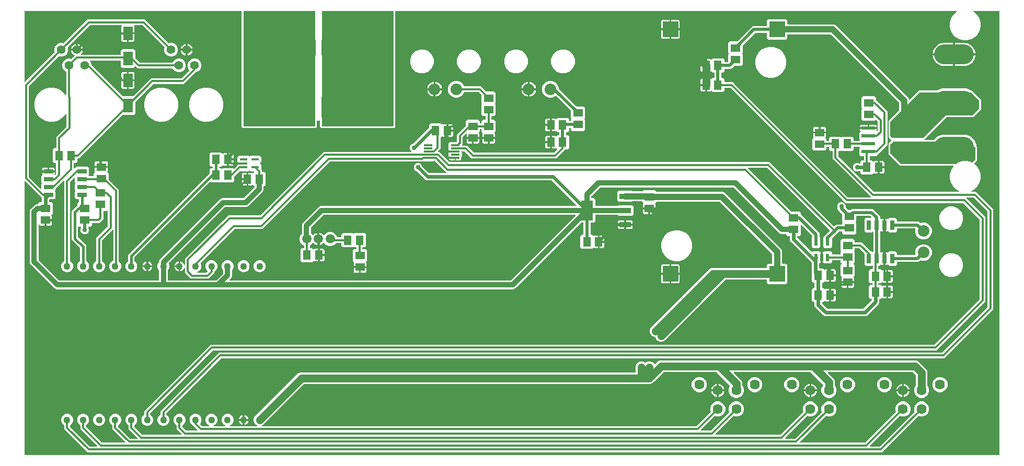
<source format=gbr>
G04 EAGLE Gerber RS-274X export*
G75*
%MOMM*%
%FSLAX34Y34*%
%LPD*%
%INTop Copper*%
%IPPOS*%
%AMOC8*
5,1,8,0,0,1.08239X$1,22.5*%
G01*
%ADD10R,0.650000X1.528000*%
%ADD11C,1.108000*%
%ADD12R,1.300000X1.500000*%
%ADD13R,0.600000X1.200000*%
%ADD14R,1.500000X1.300000*%
%ADD15C,1.875000*%
%ADD16R,2.500000X2.500000*%
%ADD17R,1.850000X0.900000*%
%ADD18R,1.850000X3.200000*%
%ADD19C,1.008000*%
%ADD20C,4.000000*%
%ADD21C,1.500000*%
%ADD22P,6.511658X8X202.500000*%
%ADD23R,1.400000X0.300000*%
%ADD24R,2.200000X0.600000*%
%ADD25C,3.200000*%
%ADD26R,1.528000X0.650000*%
%ADD27R,1.600000X1.300000*%
%ADD28R,1.300000X1.600000*%
%ADD29C,1.408000*%
%ADD30R,1.550000X2.200000*%
%ADD31C,1.620000*%
%ADD32R,1.200000X0.400000*%
%ADD33C,0.406400*%
%ADD34C,0.756400*%
%ADD35C,0.304800*%
%ADD36C,0.508000*%
%ADD37C,0.812800*%
%ADD38C,1.270000*%
%ADD39C,0.609600*%
%ADD40C,1.016000*%
%ADD41C,2.540000*%
%ADD42C,5.080000*%

G36*
X1589098Y10164D02*
X1589098Y10164D01*
X1589117Y10162D01*
X1589219Y10184D01*
X1589321Y10200D01*
X1589338Y10210D01*
X1589358Y10214D01*
X1589447Y10267D01*
X1589538Y10316D01*
X1589552Y10330D01*
X1589569Y10340D01*
X1589636Y10419D01*
X1589708Y10494D01*
X1589716Y10512D01*
X1589729Y10527D01*
X1589768Y10623D01*
X1589811Y10717D01*
X1589813Y10737D01*
X1589821Y10755D01*
X1589839Y10922D01*
X1589839Y729078D01*
X1589836Y729098D01*
X1589838Y729117D01*
X1589816Y729219D01*
X1589800Y729321D01*
X1589790Y729338D01*
X1589786Y729358D01*
X1589733Y729447D01*
X1589684Y729538D01*
X1589670Y729552D01*
X1589660Y729569D01*
X1589581Y729636D01*
X1589506Y729708D01*
X1589488Y729716D01*
X1589473Y729729D01*
X1589377Y729768D01*
X1589283Y729811D01*
X1589263Y729813D01*
X1589245Y729821D01*
X1589078Y729839D01*
X1547915Y729839D01*
X1547868Y729832D01*
X1547820Y729833D01*
X1547748Y729812D01*
X1547673Y729800D01*
X1547630Y729777D01*
X1547584Y729763D01*
X1547522Y729720D01*
X1547455Y729684D01*
X1547422Y729650D01*
X1547383Y729622D01*
X1547338Y729561D01*
X1547286Y729506D01*
X1547266Y729463D01*
X1547237Y729424D01*
X1547214Y729352D01*
X1547182Y729283D01*
X1547177Y729235D01*
X1547162Y729190D01*
X1547164Y729114D01*
X1547155Y729039D01*
X1547165Y728992D01*
X1547166Y728944D01*
X1547191Y728872D01*
X1547208Y728798D01*
X1547232Y728757D01*
X1547248Y728712D01*
X1547295Y728652D01*
X1547334Y728587D01*
X1547370Y728556D01*
X1547400Y728518D01*
X1547504Y728442D01*
X1547521Y728427D01*
X1547527Y728425D01*
X1547535Y728419D01*
X1549449Y727314D01*
X1554134Y722629D01*
X1557446Y716892D01*
X1559161Y710492D01*
X1559161Y703868D01*
X1557446Y697468D01*
X1554134Y691731D01*
X1549449Y687046D01*
X1543712Y683734D01*
X1537312Y682019D01*
X1530688Y682019D01*
X1524288Y683734D01*
X1518551Y687046D01*
X1513866Y691731D01*
X1510554Y697468D01*
X1508839Y703868D01*
X1508839Y710492D01*
X1510554Y716892D01*
X1513866Y722629D01*
X1518551Y727314D01*
X1520465Y728419D01*
X1520502Y728449D01*
X1520545Y728472D01*
X1520597Y728526D01*
X1520655Y728575D01*
X1520681Y728615D01*
X1520714Y728650D01*
X1520746Y728719D01*
X1520786Y728783D01*
X1520797Y728830D01*
X1520818Y728873D01*
X1520826Y728948D01*
X1520844Y729022D01*
X1520839Y729070D01*
X1520845Y729117D01*
X1520829Y729192D01*
X1520822Y729267D01*
X1520803Y729311D01*
X1520792Y729358D01*
X1520754Y729423D01*
X1520723Y729492D01*
X1520691Y729528D01*
X1520666Y729569D01*
X1520609Y729618D01*
X1520558Y729674D01*
X1520516Y729698D01*
X1520479Y729729D01*
X1520409Y729757D01*
X1520343Y729794D01*
X1520296Y729803D01*
X1520251Y729821D01*
X1520123Y729835D01*
X1520101Y729839D01*
X1520095Y729838D01*
X1520085Y729839D01*
X611632Y729839D01*
X611612Y729836D01*
X611593Y729838D01*
X611491Y729816D01*
X611389Y729800D01*
X611372Y729790D01*
X611352Y729786D01*
X611263Y729733D01*
X611172Y729684D01*
X611158Y729670D01*
X611141Y729660D01*
X611074Y729581D01*
X611002Y729506D01*
X610994Y729488D01*
X610981Y729473D01*
X610942Y729377D01*
X610899Y729283D01*
X610897Y729263D01*
X610889Y729245D01*
X610871Y729078D01*
X610871Y541982D01*
X608638Y539749D01*
X491182Y539749D01*
X488949Y541982D01*
X488949Y551053D01*
X488946Y551073D01*
X488948Y551092D01*
X488926Y551194D01*
X488910Y551296D01*
X488900Y551313D01*
X488896Y551333D01*
X488843Y551422D01*
X488794Y551513D01*
X488780Y551527D01*
X488770Y551544D01*
X488691Y551611D01*
X488616Y551683D01*
X488598Y551691D01*
X488583Y551704D01*
X488487Y551743D01*
X488393Y551786D01*
X488373Y551788D01*
X488355Y551796D01*
X488188Y551814D01*
X484632Y551814D01*
X484612Y551811D01*
X484593Y551813D01*
X484491Y551791D01*
X484389Y551775D01*
X484372Y551765D01*
X484352Y551761D01*
X484263Y551708D01*
X484172Y551659D01*
X484158Y551645D01*
X484141Y551635D01*
X484074Y551556D01*
X484002Y551481D01*
X483994Y551463D01*
X483981Y551448D01*
X483942Y551352D01*
X483899Y551258D01*
X483897Y551238D01*
X483889Y551220D01*
X483871Y551053D01*
X483871Y541982D01*
X481638Y539749D01*
X364182Y539749D01*
X361949Y541982D01*
X361949Y729078D01*
X361946Y729098D01*
X361948Y729117D01*
X361926Y729219D01*
X361910Y729321D01*
X361900Y729338D01*
X361896Y729358D01*
X361843Y729447D01*
X361794Y729538D01*
X361780Y729552D01*
X361770Y729569D01*
X361691Y729636D01*
X361616Y729708D01*
X361598Y729716D01*
X361583Y729729D01*
X361487Y729768D01*
X361393Y729811D01*
X361373Y729813D01*
X361355Y729821D01*
X361188Y729839D01*
X10922Y729839D01*
X10902Y729836D01*
X10883Y729838D01*
X10781Y729816D01*
X10679Y729800D01*
X10662Y729790D01*
X10642Y729786D01*
X10553Y729733D01*
X10462Y729684D01*
X10448Y729670D01*
X10431Y729660D01*
X10364Y729581D01*
X10292Y729506D01*
X10284Y729488D01*
X10271Y729473D01*
X10232Y729377D01*
X10189Y729283D01*
X10187Y729263D01*
X10179Y729245D01*
X10161Y729078D01*
X10161Y615415D01*
X10172Y615345D01*
X10174Y615273D01*
X10192Y615224D01*
X10200Y615173D01*
X10234Y615109D01*
X10259Y615042D01*
X10291Y615001D01*
X10316Y614955D01*
X10368Y614906D01*
X10412Y614850D01*
X10456Y614822D01*
X10494Y614786D01*
X10559Y614756D01*
X10619Y614717D01*
X10670Y614704D01*
X10717Y614682D01*
X10788Y614674D01*
X10858Y614657D01*
X10910Y614661D01*
X10961Y614655D01*
X11032Y614670D01*
X11103Y614676D01*
X11151Y614696D01*
X11202Y614707D01*
X11263Y614744D01*
X11329Y614772D01*
X11385Y614817D01*
X11413Y614834D01*
X11428Y614851D01*
X11460Y614877D01*
X59097Y662514D01*
X59165Y662609D01*
X59235Y662703D01*
X59237Y662709D01*
X59241Y662714D01*
X59275Y662825D01*
X59311Y662936D01*
X59311Y662943D01*
X59313Y662949D01*
X59310Y663065D01*
X59309Y663182D01*
X59307Y663190D01*
X59307Y663195D01*
X59300Y663212D01*
X59262Y663343D01*
X58745Y664591D01*
X58745Y669009D01*
X60436Y673090D01*
X63560Y676214D01*
X67641Y677905D01*
X72059Y677905D01*
X73307Y677388D01*
X73420Y677361D01*
X73534Y677333D01*
X73540Y677333D01*
X73546Y677332D01*
X73663Y677343D01*
X73779Y677352D01*
X73785Y677354D01*
X73791Y677355D01*
X73898Y677403D01*
X74005Y677448D01*
X74011Y677453D01*
X74016Y677455D01*
X74029Y677468D01*
X74136Y677553D01*
X112356Y715773D01*
X205144Y715773D01*
X208046Y712871D01*
X243364Y677553D01*
X243458Y677485D01*
X243553Y677415D01*
X243559Y677413D01*
X243564Y677409D01*
X243674Y677375D01*
X243786Y677339D01*
X243793Y677339D01*
X243799Y677337D01*
X243915Y677340D01*
X244032Y677341D01*
X244040Y677343D01*
X244045Y677343D01*
X244062Y677350D01*
X244193Y677388D01*
X245441Y677905D01*
X249859Y677905D01*
X253940Y676214D01*
X257064Y673090D01*
X258755Y669009D01*
X258755Y664591D01*
X257064Y660510D01*
X253940Y657386D01*
X249859Y655695D01*
X245441Y655695D01*
X241360Y657386D01*
X238236Y660510D01*
X236545Y664591D01*
X236545Y669009D01*
X237062Y670257D01*
X237089Y670369D01*
X237117Y670484D01*
X237117Y670490D01*
X237118Y670496D01*
X237107Y670613D01*
X237098Y670729D01*
X237096Y670735D01*
X237095Y670741D01*
X237047Y670848D01*
X237002Y670955D01*
X236997Y670961D01*
X236995Y670966D01*
X236982Y670979D01*
X236897Y671086D01*
X201579Y706404D01*
X201505Y706457D01*
X201435Y706517D01*
X201405Y706529D01*
X201379Y706548D01*
X201292Y706575D01*
X201207Y706609D01*
X201166Y706613D01*
X201144Y706620D01*
X201112Y706619D01*
X201041Y706627D01*
X188629Y706627D01*
X188512Y706608D01*
X188394Y706590D01*
X188391Y706588D01*
X188386Y706588D01*
X188282Y706532D01*
X188176Y706477D01*
X188173Y706474D01*
X188169Y706472D01*
X188088Y706387D01*
X188004Y706301D01*
X188003Y706297D01*
X188000Y706294D01*
X187950Y706186D01*
X187898Y706079D01*
X187898Y706075D01*
X187896Y706071D01*
X187883Y705953D01*
X187869Y705835D01*
X187869Y705830D01*
X187869Y705827D01*
X187872Y705813D01*
X187894Y705669D01*
X188091Y704934D01*
X188091Y695123D01*
X178562Y695123D01*
X178542Y695120D01*
X178523Y695122D01*
X178421Y695100D01*
X178319Y695083D01*
X178302Y695074D01*
X178282Y695070D01*
X178193Y695017D01*
X178102Y694968D01*
X178088Y694954D01*
X178071Y694944D01*
X178004Y694865D01*
X177933Y694790D01*
X177924Y694772D01*
X177911Y694757D01*
X177872Y694661D01*
X177829Y694567D01*
X177827Y694547D01*
X177819Y694529D01*
X177801Y694362D01*
X177801Y693599D01*
X177799Y693599D01*
X177799Y694362D01*
X177796Y694382D01*
X177798Y694401D01*
X177776Y694503D01*
X177759Y694605D01*
X177750Y694622D01*
X177746Y694642D01*
X177693Y694731D01*
X177644Y694822D01*
X177630Y694836D01*
X177620Y694853D01*
X177541Y694920D01*
X177466Y694991D01*
X177448Y695000D01*
X177433Y695013D01*
X177337Y695052D01*
X177243Y695095D01*
X177223Y695097D01*
X177205Y695105D01*
X177038Y695123D01*
X167509Y695123D01*
X167509Y704934D01*
X167706Y705669D01*
X167718Y705788D01*
X167731Y705905D01*
X167730Y705910D01*
X167731Y705914D01*
X167704Y706029D01*
X167679Y706146D01*
X167677Y706149D01*
X167676Y706154D01*
X167613Y706255D01*
X167553Y706357D01*
X167549Y706360D01*
X167547Y706363D01*
X167456Y706440D01*
X167366Y706517D01*
X167362Y706518D01*
X167359Y706521D01*
X167248Y706564D01*
X167137Y706609D01*
X167132Y706609D01*
X167129Y706611D01*
X167116Y706611D01*
X166971Y706627D01*
X116459Y706627D01*
X116369Y706613D01*
X116278Y706605D01*
X116249Y706593D01*
X116217Y706588D01*
X116136Y706545D01*
X116052Y706509D01*
X116020Y706483D01*
X115999Y706472D01*
X115977Y706449D01*
X115921Y706404D01*
X80603Y671086D01*
X80535Y670991D01*
X80465Y670897D01*
X80463Y670891D01*
X80459Y670886D01*
X80425Y670775D01*
X80389Y670664D01*
X80389Y670657D01*
X80387Y670651D01*
X80390Y670535D01*
X80391Y670418D01*
X80393Y670410D01*
X80393Y670405D01*
X80400Y670388D01*
X80438Y670257D01*
X80955Y669009D01*
X80955Y664591D01*
X79264Y660510D01*
X76140Y657386D01*
X72059Y655695D01*
X67641Y655695D01*
X66393Y656212D01*
X66280Y656239D01*
X66166Y656267D01*
X66160Y656267D01*
X66154Y656268D01*
X66037Y656257D01*
X65921Y656248D01*
X65915Y656246D01*
X65909Y656245D01*
X65802Y656197D01*
X65695Y656152D01*
X65689Y656147D01*
X65684Y656145D01*
X65671Y656132D01*
X65564Y656047D01*
X17496Y607979D01*
X17443Y607905D01*
X17383Y607835D01*
X17371Y607805D01*
X17352Y607779D01*
X17325Y607692D01*
X17291Y607607D01*
X17287Y607566D01*
X17280Y607544D01*
X17281Y607512D01*
X17273Y607441D01*
X17273Y461119D01*
X17287Y461029D01*
X17295Y460938D01*
X17307Y460909D01*
X17312Y460877D01*
X17355Y460796D01*
X17391Y460712D01*
X17417Y460680D01*
X17428Y460659D01*
X17451Y460637D01*
X17496Y460581D01*
X36086Y441991D01*
X36144Y441949D01*
X36196Y441900D01*
X36243Y441878D01*
X36285Y441848D01*
X36354Y441826D01*
X36419Y441796D01*
X36471Y441790D01*
X36521Y441775D01*
X36592Y441777D01*
X36663Y441769D01*
X36714Y441780D01*
X36766Y441782D01*
X36834Y441806D01*
X36904Y441821D01*
X36948Y441848D01*
X36997Y441866D01*
X37053Y441911D01*
X37115Y441948D01*
X37149Y441987D01*
X37189Y442020D01*
X37228Y442080D01*
X37275Y442134D01*
X37294Y442183D01*
X37322Y442227D01*
X37340Y442296D01*
X37367Y442363D01*
X37375Y442434D01*
X37383Y442465D01*
X37381Y442488D01*
X37385Y442529D01*
X37385Y449434D01*
X38263Y450312D01*
X38275Y450328D01*
X38291Y450340D01*
X38347Y450428D01*
X38407Y450511D01*
X38413Y450530D01*
X38424Y450547D01*
X38449Y450648D01*
X38479Y450747D01*
X38479Y450766D01*
X38484Y450786D01*
X38476Y450889D01*
X38473Y450992D01*
X38466Y451011D01*
X38464Y451031D01*
X38424Y451126D01*
X38388Y451223D01*
X38376Y451239D01*
X38368Y451257D01*
X38263Y451388D01*
X37385Y452266D01*
X37385Y462134D01*
X39342Y464091D01*
X39368Y464126D01*
X39400Y464156D01*
X39414Y464181D01*
X39432Y464199D01*
X39452Y464244D01*
X39486Y464290D01*
X39499Y464332D01*
X39520Y464371D01*
X39526Y464402D01*
X39535Y464422D01*
X39540Y464467D01*
X39558Y464526D01*
X39557Y464569D01*
X39565Y464612D01*
X39560Y464647D01*
X39562Y464666D01*
X39554Y464707D01*
X39552Y464771D01*
X39537Y464813D01*
X39531Y464856D01*
X39512Y464899D01*
X39510Y464907D01*
X39504Y464917D01*
X39472Y464989D01*
X39467Y465002D01*
X39465Y465005D01*
X39463Y465010D01*
X39082Y465669D01*
X38909Y466316D01*
X38909Y468377D01*
X48328Y468377D01*
X48348Y468380D01*
X48367Y468378D01*
X48469Y468400D01*
X48571Y468417D01*
X48588Y468426D01*
X48608Y468430D01*
X48697Y468483D01*
X48788Y468532D01*
X48802Y468546D01*
X48819Y468556D01*
X48886Y468635D01*
X48957Y468710D01*
X48966Y468728D01*
X48979Y468743D01*
X49018Y468839D01*
X49061Y468933D01*
X49063Y468953D01*
X49071Y468971D01*
X49089Y469138D01*
X49089Y469901D01*
X49091Y469901D01*
X49091Y469138D01*
X49094Y469118D01*
X49092Y469099D01*
X49114Y468997D01*
X49131Y468895D01*
X49140Y468878D01*
X49144Y468858D01*
X49197Y468769D01*
X49246Y468678D01*
X49260Y468664D01*
X49270Y468647D01*
X49349Y468580D01*
X49424Y468509D01*
X49442Y468500D01*
X49457Y468487D01*
X49553Y468448D01*
X49647Y468405D01*
X49667Y468403D01*
X49685Y468395D01*
X49852Y468377D01*
X59271Y468377D01*
X59271Y466315D01*
X59098Y465669D01*
X58717Y465010D01*
X58701Y464969D01*
X58677Y464932D01*
X58661Y464867D01*
X58645Y464832D01*
X58643Y464814D01*
X58630Y464780D01*
X58628Y464736D01*
X58617Y464693D01*
X58622Y464630D01*
X58618Y464588D01*
X58622Y464568D01*
X58621Y464534D01*
X58633Y464492D01*
X58637Y464448D01*
X58660Y464393D01*
X58670Y464347D01*
X58682Y464328D01*
X58690Y464298D01*
X58716Y464262D01*
X58733Y464222D01*
X58781Y464162D01*
X58796Y464136D01*
X58813Y464122D01*
X58824Y464108D01*
X58832Y464097D01*
X58835Y464095D01*
X58838Y464091D01*
X58937Y463991D01*
X58954Y463979D01*
X58966Y463964D01*
X59053Y463908D01*
X59137Y463847D01*
X59156Y463842D01*
X59173Y463831D01*
X59274Y463805D01*
X59372Y463775D01*
X59392Y463776D01*
X59412Y463771D01*
X59515Y463779D01*
X59618Y463781D01*
X59637Y463788D01*
X59657Y463790D01*
X59752Y463830D01*
X59849Y463866D01*
X59865Y463878D01*
X59883Y463886D01*
X60014Y463991D01*
X61332Y465309D01*
X61385Y465383D01*
X61445Y465453D01*
X61457Y465483D01*
X61476Y465509D01*
X61503Y465596D01*
X61537Y465681D01*
X61541Y465722D01*
X61548Y465744D01*
X61547Y465776D01*
X61555Y465847D01*
X61555Y482474D01*
X61552Y482494D01*
X61554Y482513D01*
X61532Y482615D01*
X61516Y482717D01*
X61506Y482734D01*
X61502Y482754D01*
X61449Y482843D01*
X61400Y482934D01*
X61386Y482948D01*
X61376Y482965D01*
X61297Y483032D01*
X61222Y483104D01*
X61204Y483112D01*
X61189Y483125D01*
X61093Y483164D01*
X60999Y483207D01*
X60979Y483209D01*
X60961Y483217D01*
X60794Y483235D01*
X58516Y483235D01*
X56135Y485616D01*
X56135Y504984D01*
X58516Y507365D01*
X61366Y507365D01*
X61386Y507368D01*
X61405Y507366D01*
X61507Y507388D01*
X61609Y507404D01*
X61626Y507414D01*
X61646Y507418D01*
X61735Y507471D01*
X61826Y507520D01*
X61840Y507534D01*
X61857Y507544D01*
X61924Y507623D01*
X61996Y507698D01*
X62004Y507716D01*
X62017Y507731D01*
X62056Y507827D01*
X62099Y507921D01*
X62101Y507941D01*
X62109Y507959D01*
X62127Y508126D01*
X62127Y525794D01*
X78288Y541955D01*
X78341Y542029D01*
X78401Y542099D01*
X78413Y542129D01*
X78432Y542155D01*
X78459Y542242D01*
X78493Y542327D01*
X78497Y542368D01*
X78504Y542390D01*
X78503Y542422D01*
X78511Y542493D01*
X78511Y562315D01*
X78504Y562363D01*
X78505Y562411D01*
X78484Y562483D01*
X78472Y562558D01*
X78449Y562601D01*
X78435Y562647D01*
X78392Y562709D01*
X78356Y562776D01*
X78322Y562809D01*
X78294Y562848D01*
X78233Y562893D01*
X78178Y562945D01*
X78135Y562965D01*
X78096Y562994D01*
X78024Y563017D01*
X77955Y563049D01*
X77907Y563054D01*
X77862Y563069D01*
X77786Y563067D01*
X77711Y563076D01*
X77664Y563066D01*
X77616Y563065D01*
X77544Y563040D01*
X77470Y563023D01*
X77429Y562999D01*
X77384Y562983D01*
X77324Y562936D01*
X77259Y562897D01*
X77228Y562861D01*
X77190Y562831D01*
X77114Y562727D01*
X77099Y562710D01*
X77097Y562704D01*
X77091Y562696D01*
X76034Y560866D01*
X70884Y555716D01*
X64577Y552074D01*
X57542Y550189D01*
X50258Y550189D01*
X43223Y552074D01*
X36916Y555716D01*
X31766Y560866D01*
X28124Y567173D01*
X26239Y574208D01*
X26239Y581492D01*
X28124Y588527D01*
X31766Y594834D01*
X36916Y599984D01*
X43223Y603626D01*
X50258Y605511D01*
X57542Y605511D01*
X64577Y603626D01*
X70884Y599984D01*
X76034Y594834D01*
X76557Y593929D01*
X76587Y593892D01*
X76610Y593849D01*
X76664Y593797D01*
X76713Y593738D01*
X76753Y593713D01*
X76788Y593680D01*
X76857Y593648D01*
X76921Y593608D01*
X76968Y593597D01*
X77011Y593576D01*
X77086Y593568D01*
X77160Y593550D01*
X77208Y593555D01*
X77255Y593549D01*
X77330Y593565D01*
X77405Y593572D01*
X77449Y593591D01*
X77496Y593601D01*
X77561Y593640D01*
X77630Y593671D01*
X77666Y593703D01*
X77707Y593728D01*
X77756Y593785D01*
X77812Y593836D01*
X77836Y593878D01*
X77867Y593915D01*
X77895Y593985D01*
X77932Y594051D01*
X77941Y594098D01*
X77959Y594143D01*
X77973Y594271D01*
X77977Y594293D01*
X77976Y594299D01*
X77977Y594309D01*
X77977Y630716D01*
X77958Y630831D01*
X77941Y630947D01*
X77939Y630952D01*
X77938Y630959D01*
X77883Y631061D01*
X77830Y631166D01*
X77825Y631170D01*
X77822Y631176D01*
X77738Y631256D01*
X77654Y631338D01*
X77648Y631342D01*
X77644Y631345D01*
X77627Y631353D01*
X77507Y631419D01*
X76260Y631936D01*
X73136Y635060D01*
X71445Y639141D01*
X71445Y643559D01*
X73136Y647640D01*
X76260Y650764D01*
X80341Y652455D01*
X84759Y652455D01*
X86007Y651938D01*
X86073Y651922D01*
X86096Y651913D01*
X86127Y651910D01*
X86234Y651883D01*
X86240Y651883D01*
X86246Y651882D01*
X86363Y651893D01*
X86479Y651902D01*
X86485Y651904D01*
X86491Y651905D01*
X86598Y651953D01*
X86705Y651998D01*
X86711Y652003D01*
X86716Y652005D01*
X86729Y652018D01*
X86762Y652044D01*
X86772Y652049D01*
X86783Y652061D01*
X86836Y652103D01*
X90454Y655721D01*
X91548Y656815D01*
X91558Y656828D01*
X91570Y656838D01*
X91629Y656928D01*
X91692Y657015D01*
X91696Y657030D01*
X91705Y657043D01*
X91733Y657147D01*
X91764Y657250D01*
X91764Y657266D01*
X91768Y657281D01*
X91761Y657388D01*
X91758Y657496D01*
X91752Y657511D01*
X91751Y657527D01*
X91710Y657625D01*
X91673Y657727D01*
X91663Y657739D01*
X91657Y657754D01*
X91587Y657835D01*
X91520Y657919D01*
X91506Y657927D01*
X91496Y657939D01*
X91356Y658032D01*
X90229Y658606D01*
X89008Y659492D01*
X87942Y660558D01*
X87056Y661779D01*
X86371Y663122D01*
X85905Y664557D01*
X85791Y665277D01*
X94488Y665277D01*
X94508Y665280D01*
X94527Y665278D01*
X94629Y665300D01*
X94731Y665317D01*
X94748Y665326D01*
X94768Y665330D01*
X94857Y665383D01*
X94948Y665432D01*
X94962Y665446D01*
X94979Y665456D01*
X95046Y665535D01*
X95117Y665610D01*
X95126Y665628D01*
X95139Y665643D01*
X95177Y665739D01*
X95221Y665833D01*
X95223Y665853D01*
X95231Y665871D01*
X95249Y666038D01*
X95249Y666801D01*
X95251Y666801D01*
X95251Y666038D01*
X95254Y666018D01*
X95252Y665999D01*
X95274Y665897D01*
X95291Y665795D01*
X95300Y665778D01*
X95304Y665758D01*
X95357Y665669D01*
X95406Y665578D01*
X95420Y665564D01*
X95430Y665547D01*
X95509Y665480D01*
X95584Y665409D01*
X95602Y665400D01*
X95617Y665387D01*
X95713Y665348D01*
X95807Y665305D01*
X95827Y665303D01*
X95845Y665295D01*
X96012Y665277D01*
X104709Y665277D01*
X104595Y664557D01*
X104129Y663122D01*
X103444Y661779D01*
X102558Y660559D01*
X101921Y659922D01*
X101880Y659864D01*
X101830Y659812D01*
X101808Y659765D01*
X101778Y659723D01*
X101757Y659654D01*
X101727Y659589D01*
X101721Y659537D01*
X101706Y659487D01*
X101707Y659416D01*
X101700Y659345D01*
X101711Y659294D01*
X101712Y659242D01*
X101737Y659174D01*
X101752Y659104D01*
X101778Y659059D01*
X101796Y659011D01*
X101841Y658955D01*
X101878Y658893D01*
X101918Y658859D01*
X101950Y658819D01*
X102010Y658780D01*
X102065Y658733D01*
X102113Y658714D01*
X102157Y658686D01*
X102226Y658668D01*
X102293Y658641D01*
X102364Y658633D01*
X102395Y658625D01*
X102419Y658627D01*
X102460Y658623D01*
X165224Y658623D01*
X165244Y658626D01*
X165263Y658624D01*
X165365Y658646D01*
X165467Y658662D01*
X165484Y658672D01*
X165504Y658676D01*
X165593Y658729D01*
X165684Y658778D01*
X165698Y658792D01*
X165715Y658802D01*
X165782Y658881D01*
X165854Y658956D01*
X165862Y658974D01*
X165875Y658989D01*
X165914Y659085D01*
X165957Y659179D01*
X165959Y659199D01*
X165967Y659217D01*
X165985Y659384D01*
X165985Y665284D01*
X168366Y667665D01*
X187234Y667665D01*
X189615Y665284D01*
X189615Y653917D01*
X189629Y653827D01*
X189637Y653736D01*
X189649Y653707D01*
X189654Y653675D01*
X189697Y653594D01*
X189733Y653510D01*
X189759Y653478D01*
X189770Y653457D01*
X189793Y653435D01*
X189838Y653379D01*
X197071Y646146D01*
X197145Y646093D01*
X197215Y646033D01*
X197245Y646021D01*
X197271Y646002D01*
X197358Y645975D01*
X197443Y645941D01*
X197484Y645937D01*
X197506Y645930D01*
X197538Y645931D01*
X197609Y645923D01*
X249716Y645923D01*
X249831Y645942D01*
X249947Y645959D01*
X249952Y645961D01*
X249959Y645962D01*
X250061Y646017D01*
X250166Y646070D01*
X250170Y646075D01*
X250176Y646078D01*
X250256Y646162D01*
X250338Y646246D01*
X250342Y646252D01*
X250345Y646256D01*
X250353Y646273D01*
X250419Y646393D01*
X250936Y647640D01*
X254060Y650764D01*
X258141Y652455D01*
X262559Y652455D01*
X266640Y650764D01*
X269764Y647640D01*
X271455Y643559D01*
X271455Y639141D01*
X269764Y635060D01*
X266640Y631936D01*
X262559Y630245D01*
X258141Y630245D01*
X254060Y631936D01*
X250936Y635060D01*
X250419Y636307D01*
X250358Y636407D01*
X250298Y636507D01*
X250293Y636511D01*
X250289Y636516D01*
X250200Y636591D01*
X250111Y636667D01*
X250105Y636669D01*
X250100Y636673D01*
X249992Y636715D01*
X249882Y636759D01*
X249875Y636760D01*
X249870Y636761D01*
X249852Y636762D01*
X249716Y636777D01*
X193506Y636777D01*
X190529Y639754D01*
X190513Y639766D01*
X190500Y639781D01*
X190413Y639837D01*
X190329Y639898D01*
X190310Y639903D01*
X190294Y639914D01*
X190193Y639940D01*
X190094Y639970D01*
X190074Y639969D01*
X190055Y639974D01*
X189952Y639966D01*
X189848Y639964D01*
X189830Y639957D01*
X189810Y639955D01*
X189715Y639915D01*
X189617Y639879D01*
X189602Y639867D01*
X189583Y639859D01*
X189452Y639754D01*
X187234Y637535D01*
X168366Y637535D01*
X165985Y639916D01*
X165985Y648716D01*
X165982Y648736D01*
X165984Y648755D01*
X165962Y648857D01*
X165946Y648959D01*
X165936Y648976D01*
X165932Y648996D01*
X165879Y649085D01*
X165830Y649176D01*
X165816Y649190D01*
X165806Y649207D01*
X165727Y649274D01*
X165652Y649346D01*
X165634Y649354D01*
X165619Y649367D01*
X165523Y649406D01*
X165429Y649449D01*
X165409Y649451D01*
X165391Y649459D01*
X165224Y649477D01*
X117365Y649477D01*
X117294Y649466D01*
X117223Y649464D01*
X117174Y649446D01*
X117122Y649438D01*
X117059Y649404D01*
X116992Y649379D01*
X116951Y649347D01*
X116905Y649322D01*
X116856Y649271D01*
X116800Y649226D01*
X116771Y649182D01*
X116735Y649144D01*
X116705Y649079D01*
X116667Y649019D01*
X116654Y648968D01*
X116632Y648921D01*
X116624Y648850D01*
X116606Y648780D01*
X116611Y648728D01*
X116605Y648677D01*
X116620Y648606D01*
X116626Y648535D01*
X116646Y648487D01*
X116657Y648436D01*
X116694Y648375D01*
X116722Y648309D01*
X116767Y648253D01*
X116783Y648225D01*
X116801Y648210D01*
X116827Y648178D01*
X117364Y647640D01*
X119055Y643559D01*
X119055Y641927D01*
X119069Y641837D01*
X119077Y641746D01*
X119089Y641717D01*
X119094Y641685D01*
X119137Y641604D01*
X119173Y641520D01*
X119199Y641488D01*
X119210Y641467D01*
X119233Y641445D01*
X119278Y641389D01*
X168979Y591688D01*
X169053Y591635D01*
X169123Y591575D01*
X169153Y591563D01*
X169179Y591544D01*
X169266Y591517D01*
X169351Y591483D01*
X169392Y591479D01*
X169414Y591472D01*
X169446Y591473D01*
X169517Y591465D01*
X186083Y591465D01*
X186173Y591479D01*
X186264Y591487D01*
X186293Y591499D01*
X186325Y591504D01*
X186406Y591547D01*
X186490Y591583D01*
X186522Y591609D01*
X186543Y591620D01*
X186565Y591643D01*
X186621Y591688D01*
X212554Y617621D01*
X215456Y620523D01*
X264491Y620523D01*
X264581Y620537D01*
X264672Y620545D01*
X264701Y620557D01*
X264733Y620562D01*
X264814Y620605D01*
X264898Y620641D01*
X264930Y620667D01*
X264951Y620678D01*
X264973Y620701D01*
X265029Y620746D01*
X277301Y633018D01*
X277313Y633034D01*
X277328Y633047D01*
X277384Y633134D01*
X277445Y633218D01*
X277450Y633237D01*
X277461Y633253D01*
X277487Y633354D01*
X277517Y633453D01*
X277516Y633473D01*
X277521Y633492D01*
X277513Y633595D01*
X277511Y633699D01*
X277504Y633717D01*
X277502Y633737D01*
X277462Y633832D01*
X277426Y633930D01*
X277414Y633945D01*
X277406Y633963D01*
X277301Y634094D01*
X276336Y635060D01*
X274645Y639141D01*
X274645Y643559D01*
X276336Y647640D01*
X279460Y650764D01*
X283541Y652455D01*
X287959Y652455D01*
X292040Y650764D01*
X295164Y647640D01*
X296855Y643559D01*
X296855Y639141D01*
X295164Y635060D01*
X292040Y631936D01*
X287959Y630245D01*
X287777Y630245D01*
X287687Y630231D01*
X287596Y630223D01*
X287567Y630211D01*
X287535Y630206D01*
X287454Y630163D01*
X287370Y630127D01*
X287338Y630101D01*
X287317Y630090D01*
X287295Y630067D01*
X287239Y630022D01*
X271496Y614279D01*
X268594Y611377D01*
X219559Y611377D01*
X219469Y611363D01*
X219378Y611355D01*
X219349Y611343D01*
X219317Y611338D01*
X219236Y611295D01*
X219152Y611259D01*
X219120Y611233D01*
X219099Y611222D01*
X219077Y611199D01*
X219021Y611154D01*
X189838Y581971D01*
X189785Y581897D01*
X189725Y581827D01*
X189713Y581797D01*
X189694Y581771D01*
X189667Y581684D01*
X189633Y581599D01*
X189629Y581558D01*
X189622Y581536D01*
X189623Y581504D01*
X189615Y581433D01*
X189615Y563716D01*
X187234Y561335D01*
X169517Y561335D01*
X169427Y561321D01*
X169336Y561313D01*
X169307Y561301D01*
X169275Y561296D01*
X169194Y561253D01*
X169110Y561217D01*
X169078Y561191D01*
X169057Y561180D01*
X169035Y561157D01*
X168979Y561112D01*
X98594Y490727D01*
X97026Y490727D01*
X97006Y490724D01*
X96987Y490726D01*
X96885Y490704D01*
X96783Y490688D01*
X96766Y490678D01*
X96746Y490674D01*
X96657Y490621D01*
X96566Y490572D01*
X96552Y490558D01*
X96535Y490548D01*
X96468Y490469D01*
X96396Y490394D01*
X96388Y490376D01*
X96375Y490361D01*
X96336Y490265D01*
X96293Y490171D01*
X96291Y490151D01*
X96283Y490133D01*
X96265Y489966D01*
X96265Y485616D01*
X93884Y483235D01*
X91034Y483235D01*
X91014Y483232D01*
X90995Y483234D01*
X90893Y483212D01*
X90791Y483196D01*
X90774Y483186D01*
X90754Y483182D01*
X90665Y483129D01*
X90574Y483080D01*
X90560Y483066D01*
X90543Y483056D01*
X90476Y482977D01*
X90404Y482902D01*
X90396Y482884D01*
X90383Y482869D01*
X90344Y482773D01*
X90301Y482679D01*
X90299Y482659D01*
X90291Y482641D01*
X90273Y482474D01*
X90273Y475339D01*
X90284Y475268D01*
X90286Y475196D01*
X90304Y475148D01*
X90312Y475096D01*
X90346Y475033D01*
X90371Y474965D01*
X90403Y474925D01*
X90428Y474879D01*
X90480Y474829D01*
X90524Y474773D01*
X90568Y474745D01*
X90606Y474709D01*
X90671Y474679D01*
X90731Y474640D01*
X90782Y474628D01*
X90829Y474606D01*
X90900Y474598D01*
X90970Y474580D01*
X91022Y474584D01*
X91073Y474579D01*
X91144Y474594D01*
X91215Y474600D01*
X91263Y474620D01*
X91314Y474631D01*
X91375Y474668D01*
X91441Y474696D01*
X91497Y474741D01*
X91525Y474757D01*
X91540Y474775D01*
X91572Y474801D01*
X93986Y477215D01*
X112634Y477215D01*
X115015Y474834D01*
X115015Y464966D01*
X114137Y464088D01*
X114125Y464072D01*
X114109Y464060D01*
X114053Y463972D01*
X113993Y463889D01*
X113987Y463870D01*
X113976Y463853D01*
X113951Y463752D01*
X113921Y463653D01*
X113921Y463634D01*
X113916Y463614D01*
X113924Y463511D01*
X113927Y463408D01*
X113934Y463389D01*
X113936Y463369D01*
X113976Y463274D01*
X114012Y463177D01*
X114024Y463161D01*
X114032Y463143D01*
X114137Y463012D01*
X115153Y461996D01*
X115227Y461943D01*
X115296Y461883D01*
X115326Y461871D01*
X115352Y461852D01*
X115440Y461825D01*
X115524Y461791D01*
X115565Y461787D01*
X115588Y461780D01*
X115620Y461781D01*
X115691Y461773D01*
X121794Y461773D01*
X121814Y461776D01*
X121833Y461774D01*
X121935Y461796D01*
X122037Y461812D01*
X122054Y461822D01*
X122074Y461826D01*
X122163Y461879D01*
X122254Y461928D01*
X122268Y461942D01*
X122285Y461952D01*
X122352Y462031D01*
X122424Y462106D01*
X122432Y462124D01*
X122445Y462139D01*
X122484Y462235D01*
X122527Y462329D01*
X122529Y462349D01*
X122537Y462367D01*
X122555Y462534D01*
X122555Y466044D01*
X124439Y467928D01*
X124465Y467963D01*
X124497Y467993D01*
X124536Y468062D01*
X124583Y468127D01*
X124596Y468169D01*
X124617Y468207D01*
X124631Y468286D01*
X124655Y468362D01*
X124654Y468406D01*
X124662Y468449D01*
X124651Y468528D01*
X124649Y468608D01*
X124634Y468649D01*
X124627Y468693D01*
X124569Y468826D01*
X124564Y468839D01*
X124562Y468842D01*
X124560Y468846D01*
X124252Y469379D01*
X124079Y470026D01*
X124079Y475337D01*
X133858Y475337D01*
X133878Y475340D01*
X133897Y475338D01*
X133999Y475360D01*
X134101Y475377D01*
X134118Y475386D01*
X134138Y475390D01*
X134227Y475443D01*
X134318Y475492D01*
X134332Y475506D01*
X134349Y475516D01*
X134416Y475595D01*
X134487Y475670D01*
X134496Y475688D01*
X134509Y475703D01*
X134548Y475799D01*
X134591Y475893D01*
X134593Y475913D01*
X134601Y475931D01*
X134619Y476098D01*
X134619Y476861D01*
X134621Y476861D01*
X134621Y476098D01*
X134624Y476078D01*
X134622Y476059D01*
X134644Y475957D01*
X134661Y475855D01*
X134670Y475838D01*
X134674Y475818D01*
X134727Y475729D01*
X134776Y475638D01*
X134790Y475624D01*
X134800Y475607D01*
X134879Y475540D01*
X134954Y475469D01*
X134972Y475460D01*
X134987Y475447D01*
X135083Y475408D01*
X135177Y475365D01*
X135197Y475363D01*
X135215Y475355D01*
X135382Y475337D01*
X145161Y475337D01*
X145161Y470026D01*
X144988Y469379D01*
X144680Y468846D01*
X144664Y468805D01*
X144641Y468769D01*
X144621Y468691D01*
X144593Y468616D01*
X144591Y468572D01*
X144581Y468530D01*
X144587Y468451D01*
X144584Y468371D01*
X144596Y468328D01*
X144600Y468285D01*
X144631Y468211D01*
X144654Y468135D01*
X144679Y468099D01*
X144696Y468058D01*
X144787Y467945D01*
X144795Y467933D01*
X144798Y467931D01*
X144801Y467928D01*
X146685Y466044D01*
X146685Y456997D01*
X146687Y456985D01*
X146686Y456975D01*
X146696Y456926D01*
X146699Y456907D01*
X146707Y456816D01*
X146719Y456787D01*
X146724Y456755D01*
X146767Y456674D01*
X146803Y456590D01*
X146829Y456558D01*
X146840Y456537D01*
X146863Y456515D01*
X146908Y456459D01*
X163143Y440224D01*
X163143Y323906D01*
X163157Y323816D01*
X163165Y323725D01*
X163177Y323695D01*
X163182Y323663D01*
X163225Y323582D01*
X163261Y323498D01*
X163287Y323466D01*
X163298Y323446D01*
X163321Y323423D01*
X163366Y323367D01*
X165442Y321291D01*
X166905Y317760D01*
X166905Y313940D01*
X165442Y310409D01*
X162741Y307708D01*
X159210Y306245D01*
X155390Y306245D01*
X151859Y307708D01*
X149158Y310409D01*
X147695Y313940D01*
X147695Y317760D01*
X149158Y321291D01*
X151859Y323992D01*
X153527Y324683D01*
X153627Y324745D01*
X153727Y324805D01*
X153731Y324810D01*
X153736Y324813D01*
X153811Y324903D01*
X153887Y324992D01*
X153889Y324998D01*
X153893Y325003D01*
X153935Y325111D01*
X153979Y325220D01*
X153980Y325228D01*
X153981Y325232D01*
X153982Y325250D01*
X153997Y325387D01*
X153997Y374293D01*
X153986Y374363D01*
X153984Y374435D01*
X153966Y374484D01*
X153958Y374535D01*
X153924Y374599D01*
X153899Y374666D01*
X153867Y374707D01*
X153842Y374753D01*
X153790Y374802D01*
X153746Y374858D01*
X153702Y374886D01*
X153664Y374922D01*
X153599Y374952D01*
X153539Y374991D01*
X153488Y375004D01*
X153441Y375026D01*
X153370Y375034D01*
X153300Y375051D01*
X153248Y375047D01*
X153197Y375053D01*
X153126Y375038D01*
X153055Y375032D01*
X153007Y375012D01*
X152956Y375001D01*
X152895Y374964D01*
X152829Y374936D01*
X152773Y374891D01*
X152745Y374874D01*
X152730Y374857D01*
X152698Y374831D01*
X151605Y373738D01*
X136096Y358229D01*
X136043Y358155D01*
X135983Y358085D01*
X135971Y358055D01*
X135952Y358029D01*
X135925Y357942D01*
X135891Y357857D01*
X135887Y357816D01*
X135880Y357794D01*
X135881Y357762D01*
X135873Y357691D01*
X135873Y324861D01*
X135892Y324746D01*
X135909Y324630D01*
X135911Y324624D01*
X135912Y324618D01*
X135967Y324516D01*
X136020Y324410D01*
X136025Y324406D01*
X136028Y324401D01*
X136112Y324320D01*
X136196Y324238D01*
X136202Y324235D01*
X136206Y324231D01*
X136223Y324223D01*
X136343Y324157D01*
X136741Y323992D01*
X139442Y321291D01*
X140905Y317760D01*
X140905Y313940D01*
X139442Y310409D01*
X136741Y307708D01*
X133210Y306245D01*
X129390Y306245D01*
X125859Y307708D01*
X123158Y310409D01*
X121695Y313940D01*
X121695Y317760D01*
X123158Y321291D01*
X125859Y323992D01*
X126257Y324157D01*
X126357Y324219D01*
X126457Y324279D01*
X126461Y324284D01*
X126466Y324287D01*
X126541Y324377D01*
X126617Y324466D01*
X126619Y324472D01*
X126623Y324476D01*
X126665Y324585D01*
X126709Y324694D01*
X126710Y324701D01*
X126711Y324706D01*
X126712Y324724D01*
X126727Y324861D01*
X126727Y361794D01*
X145138Y380205D01*
X145191Y380279D01*
X145251Y380349D01*
X145263Y380379D01*
X145282Y380405D01*
X145309Y380492D01*
X145343Y380577D01*
X145347Y380618D01*
X145354Y380640D01*
X145353Y380672D01*
X145361Y380743D01*
X145361Y405875D01*
X145350Y405946D01*
X145348Y406018D01*
X145330Y406066D01*
X145322Y406118D01*
X145288Y406181D01*
X145263Y406249D01*
X145231Y406289D01*
X145206Y406335D01*
X145154Y406385D01*
X145110Y406441D01*
X145066Y406469D01*
X145028Y406505D01*
X144963Y406535D01*
X144903Y406574D01*
X144852Y406586D01*
X144805Y406608D01*
X144734Y406616D01*
X144664Y406634D01*
X144612Y406630D01*
X144561Y406635D01*
X144490Y406620D01*
X144419Y406614D01*
X144371Y406594D01*
X144320Y406583D01*
X144259Y406546D01*
X144193Y406518D01*
X144137Y406473D01*
X144109Y406457D01*
X144094Y406439D01*
X144062Y406413D01*
X143034Y405385D01*
X138684Y405385D01*
X138664Y405382D01*
X138645Y405384D01*
X138543Y405362D01*
X138441Y405346D01*
X138424Y405336D01*
X138404Y405332D01*
X138315Y405279D01*
X138224Y405230D01*
X138210Y405216D01*
X138193Y405206D01*
X138126Y405127D01*
X138054Y405052D01*
X138046Y405034D01*
X138033Y405019D01*
X137994Y404923D01*
X137951Y404829D01*
X137949Y404809D01*
X137941Y404791D01*
X137923Y404624D01*
X137923Y391806D01*
X135021Y388904D01*
X132094Y385977D01*
X120776Y385977D01*
X120756Y385974D01*
X120737Y385976D01*
X120635Y385954D01*
X120533Y385938D01*
X120516Y385928D01*
X120496Y385924D01*
X120407Y385871D01*
X120316Y385822D01*
X120302Y385808D01*
X120285Y385798D01*
X120218Y385719D01*
X120146Y385644D01*
X120138Y385626D01*
X120125Y385611D01*
X120086Y385515D01*
X120043Y385421D01*
X120041Y385401D01*
X120033Y385383D01*
X120015Y385216D01*
X120015Y382366D01*
X117634Y379985D01*
X114300Y379985D01*
X114280Y379982D01*
X114261Y379984D01*
X114159Y379962D01*
X114057Y379946D01*
X114040Y379936D01*
X114020Y379932D01*
X113931Y379879D01*
X113840Y379830D01*
X113826Y379816D01*
X113809Y379806D01*
X113742Y379727D01*
X113670Y379652D01*
X113662Y379634D01*
X113649Y379619D01*
X113610Y379523D01*
X113567Y379429D01*
X113565Y379409D01*
X113557Y379391D01*
X113539Y379224D01*
X113539Y379037D01*
X113553Y378947D01*
X113561Y378856D01*
X113573Y378826D01*
X113578Y378794D01*
X113621Y378713D01*
X113657Y378629D01*
X113683Y378597D01*
X113694Y378577D01*
X113717Y378554D01*
X113736Y378530D01*
X114781Y376009D01*
X114781Y373291D01*
X113741Y370781D01*
X111819Y368859D01*
X109309Y367819D01*
X106591Y367819D01*
X104081Y368859D01*
X102159Y370781D01*
X101119Y373291D01*
X101119Y376009D01*
X102167Y378539D01*
X102191Y378572D01*
X102251Y378642D01*
X102263Y378672D01*
X102282Y378698D01*
X102309Y378785D01*
X102343Y378870D01*
X102347Y378911D01*
X102354Y378933D01*
X102353Y378965D01*
X102361Y379037D01*
X102361Y379224D01*
X102358Y379244D01*
X102360Y379263D01*
X102338Y379365D01*
X102322Y379467D01*
X102312Y379484D01*
X102308Y379504D01*
X102255Y379593D01*
X102206Y379684D01*
X102192Y379698D01*
X102182Y379715D01*
X102103Y379782D01*
X102028Y379854D01*
X102010Y379862D01*
X101995Y379875D01*
X101899Y379914D01*
X101805Y379957D01*
X101785Y379959D01*
X101767Y379967D01*
X101600Y379985D01*
X98134Y379985D01*
X98123Y379990D01*
X98071Y379996D01*
X98022Y380011D01*
X97950Y380009D01*
X97879Y380017D01*
X97828Y380006D01*
X97776Y380005D01*
X97708Y379980D01*
X97638Y379965D01*
X97594Y379938D01*
X97545Y379921D01*
X97489Y379876D01*
X97427Y379839D01*
X97393Y379799D01*
X97353Y379767D01*
X97314Y379707D01*
X97267Y379652D01*
X97248Y379604D01*
X97220Y379560D01*
X97202Y379491D01*
X97175Y379424D01*
X97167Y379353D01*
X97159Y379322D01*
X97161Y379298D01*
X97157Y379257D01*
X97157Y363244D01*
X97171Y363154D01*
X97179Y363063D01*
X97191Y363033D01*
X97196Y363001D01*
X97239Y362920D01*
X97275Y362837D01*
X97301Y362804D01*
X97312Y362784D01*
X97335Y362762D01*
X97380Y362706D01*
X110381Y349705D01*
X110381Y324650D01*
X110400Y324535D01*
X110417Y324419D01*
X110419Y324414D01*
X110420Y324407D01*
X110475Y324305D01*
X110528Y324200D01*
X110533Y324196D01*
X110536Y324190D01*
X110620Y324110D01*
X110704Y324028D01*
X110707Y324026D01*
X113442Y321291D01*
X114905Y317760D01*
X114905Y313940D01*
X113442Y310409D01*
X110741Y307708D01*
X107210Y306245D01*
X103390Y306245D01*
X99859Y307708D01*
X97158Y310409D01*
X95695Y313940D01*
X95695Y317760D01*
X97158Y321291D01*
X99915Y324048D01*
X99949Y324068D01*
X99953Y324073D01*
X99958Y324077D01*
X100033Y324166D01*
X100109Y324255D01*
X100111Y324261D01*
X100115Y324266D01*
X100157Y324374D01*
X100201Y324484D01*
X100202Y324491D01*
X100203Y324496D01*
X100204Y324514D01*
X100219Y324650D01*
X100219Y345180D01*
X100205Y345270D01*
X100197Y345361D01*
X100185Y345391D01*
X100180Y345423D01*
X100137Y345504D01*
X100101Y345587D01*
X100075Y345620D01*
X100064Y345640D01*
X100041Y345662D01*
X99996Y345718D01*
X86995Y358719D01*
X86995Y405533D01*
X95662Y414200D01*
X95715Y414274D01*
X95775Y414344D01*
X95787Y414374D01*
X95806Y414400D01*
X95833Y414487D01*
X95867Y414572D01*
X95871Y414613D01*
X95878Y414635D01*
X95877Y414667D01*
X95885Y414738D01*
X95885Y417734D01*
X98006Y419855D01*
X98059Y419929D01*
X98119Y419998D01*
X98131Y420028D01*
X98150Y420054D01*
X98177Y420141D01*
X98211Y420226D01*
X98215Y420267D01*
X98222Y420290D01*
X98221Y420322D01*
X98229Y420393D01*
X98229Y423724D01*
X98226Y423744D01*
X98228Y423763D01*
X98206Y423865D01*
X98190Y423967D01*
X98180Y423984D01*
X98176Y424004D01*
X98123Y424093D01*
X98074Y424184D01*
X98060Y424198D01*
X98050Y424215D01*
X97971Y424282D01*
X97896Y424354D01*
X97878Y424362D01*
X97863Y424375D01*
X97767Y424414D01*
X97673Y424457D01*
X97653Y424459D01*
X97635Y424467D01*
X97468Y424485D01*
X93986Y424485D01*
X91605Y426866D01*
X91605Y436734D01*
X92483Y437612D01*
X92495Y437628D01*
X92511Y437640D01*
X92567Y437728D01*
X92627Y437811D01*
X92633Y437830D01*
X92644Y437847D01*
X92669Y437948D01*
X92699Y438047D01*
X92699Y438066D01*
X92704Y438086D01*
X92696Y438189D01*
X92693Y438292D01*
X92686Y438311D01*
X92684Y438331D01*
X92644Y438426D01*
X92608Y438523D01*
X92596Y438539D01*
X92588Y438557D01*
X92483Y438688D01*
X91605Y439566D01*
X91605Y449434D01*
X92483Y450312D01*
X92495Y450328D01*
X92511Y450340D01*
X92567Y450428D01*
X92627Y450511D01*
X92633Y450530D01*
X92644Y450547D01*
X92669Y450648D01*
X92699Y450747D01*
X92699Y450766D01*
X92704Y450786D01*
X92696Y450889D01*
X92693Y450992D01*
X92686Y451011D01*
X92684Y451031D01*
X92644Y451126D01*
X92608Y451223D01*
X92596Y451239D01*
X92588Y451257D01*
X92483Y451388D01*
X91605Y452266D01*
X91605Y457951D01*
X91594Y458021D01*
X91592Y458093D01*
X91574Y458142D01*
X91566Y458193D01*
X91532Y458257D01*
X91507Y458324D01*
X91475Y458365D01*
X91450Y458411D01*
X91398Y458460D01*
X91354Y458516D01*
X91310Y458544D01*
X91272Y458580D01*
X91207Y458610D01*
X91147Y458649D01*
X91096Y458662D01*
X91049Y458684D01*
X90978Y458692D01*
X90908Y458709D01*
X90856Y458705D01*
X90805Y458711D01*
X90734Y458696D01*
X90663Y458690D01*
X90615Y458670D01*
X90564Y458659D01*
X90503Y458622D01*
X90437Y458594D01*
X90381Y458549D01*
X90353Y458532D01*
X90338Y458515D01*
X90306Y458489D01*
X84096Y452279D01*
X84043Y452205D01*
X83983Y452135D01*
X83971Y452105D01*
X83952Y452079D01*
X83925Y451992D01*
X83891Y451907D01*
X83887Y451866D01*
X83880Y451844D01*
X83881Y451812D01*
X83873Y451741D01*
X83873Y324861D01*
X83892Y324746D01*
X83909Y324630D01*
X83911Y324624D01*
X83912Y324618D01*
X83967Y324516D01*
X84020Y324410D01*
X84025Y324406D01*
X84028Y324401D01*
X84112Y324320D01*
X84196Y324238D01*
X84202Y324235D01*
X84206Y324231D01*
X84223Y324223D01*
X84343Y324157D01*
X84741Y323992D01*
X87442Y321291D01*
X88905Y317760D01*
X88905Y313940D01*
X87442Y310409D01*
X84741Y307708D01*
X81210Y306245D01*
X77390Y306245D01*
X73859Y307708D01*
X71158Y310409D01*
X69695Y313940D01*
X69695Y317760D01*
X71158Y321291D01*
X73859Y323992D01*
X74257Y324157D01*
X74357Y324219D01*
X74457Y324279D01*
X74461Y324284D01*
X74466Y324287D01*
X74541Y324377D01*
X74617Y324466D01*
X74619Y324472D01*
X74623Y324476D01*
X74665Y324585D01*
X74709Y324694D01*
X74710Y324701D01*
X74711Y324706D01*
X74712Y324724D01*
X74727Y324861D01*
X74727Y453773D01*
X74716Y453843D01*
X74714Y453915D01*
X74696Y453964D01*
X74688Y454015D01*
X74654Y454079D01*
X74629Y454146D01*
X74597Y454187D01*
X74572Y454233D01*
X74521Y454282D01*
X74476Y454338D01*
X74432Y454366D01*
X74394Y454402D01*
X74329Y454432D01*
X74269Y454471D01*
X74218Y454484D01*
X74171Y454506D01*
X74100Y454514D01*
X74030Y454531D01*
X73978Y454527D01*
X73927Y454533D01*
X73856Y454518D01*
X73785Y454512D01*
X73737Y454492D01*
X73686Y454481D01*
X73625Y454444D01*
X73559Y454416D01*
X73503Y454371D01*
X73475Y454354D01*
X73460Y454337D01*
X73428Y454311D01*
X61018Y441901D01*
X60965Y441827D01*
X60905Y441757D01*
X60893Y441727D01*
X60874Y441701D01*
X60847Y441614D01*
X60813Y441529D01*
X60809Y441488D01*
X60802Y441466D01*
X60803Y441434D01*
X60795Y441363D01*
X60795Y439566D01*
X59917Y438688D01*
X59905Y438672D01*
X59889Y438660D01*
X59833Y438572D01*
X59773Y438489D01*
X59767Y438470D01*
X59756Y438453D01*
X59731Y438352D01*
X59701Y438253D01*
X59701Y438234D01*
X59696Y438214D01*
X59704Y438111D01*
X59707Y438008D01*
X59714Y437989D01*
X59716Y437969D01*
X59756Y437874D01*
X59792Y437777D01*
X59804Y437761D01*
X59812Y437743D01*
X59917Y437612D01*
X60795Y436734D01*
X60795Y426866D01*
X58414Y424485D01*
X51308Y424485D01*
X51288Y424482D01*
X51269Y424484D01*
X51167Y424462D01*
X51065Y424446D01*
X51048Y424436D01*
X51028Y424432D01*
X50939Y424379D01*
X50848Y424330D01*
X50834Y424316D01*
X50817Y424306D01*
X50750Y424227D01*
X50678Y424152D01*
X50670Y424134D01*
X50657Y424119D01*
X50618Y424023D01*
X50575Y423929D01*
X50573Y423909D01*
X50565Y423891D01*
X50547Y423724D01*
X50547Y420876D01*
X50550Y420856D01*
X50548Y420837D01*
X50570Y420735D01*
X50586Y420633D01*
X50596Y420616D01*
X50600Y420596D01*
X50653Y420507D01*
X50702Y420416D01*
X50716Y420402D01*
X50726Y420385D01*
X50805Y420318D01*
X50880Y420246D01*
X50898Y420238D01*
X50913Y420225D01*
X51009Y420186D01*
X51103Y420143D01*
X51123Y420141D01*
X51141Y420133D01*
X51308Y420115D01*
X53634Y420115D01*
X56015Y417734D01*
X56015Y401366D01*
X54131Y399482D01*
X54105Y399447D01*
X54073Y399417D01*
X54034Y399348D01*
X53987Y399283D01*
X53974Y399241D01*
X53953Y399203D01*
X53938Y399124D01*
X53915Y399048D01*
X53916Y399004D01*
X53908Y398961D01*
X53919Y398882D01*
X53921Y398802D01*
X53936Y398761D01*
X53943Y398717D01*
X54001Y398584D01*
X54006Y398571D01*
X54008Y398568D01*
X54010Y398564D01*
X54318Y398031D01*
X54491Y397384D01*
X54491Y392073D01*
X45212Y392073D01*
X45192Y392070D01*
X45173Y392072D01*
X45071Y392050D01*
X44969Y392033D01*
X44952Y392024D01*
X44932Y392020D01*
X44843Y391967D01*
X44752Y391918D01*
X44738Y391904D01*
X44721Y391894D01*
X44654Y391815D01*
X44583Y391740D01*
X44574Y391722D01*
X44561Y391707D01*
X44522Y391611D01*
X44479Y391517D01*
X44477Y391497D01*
X44469Y391479D01*
X44451Y391312D01*
X44451Y390549D01*
X43688Y390549D01*
X43668Y390546D01*
X43649Y390548D01*
X43547Y390526D01*
X43445Y390509D01*
X43428Y390500D01*
X43408Y390496D01*
X43319Y390443D01*
X43228Y390394D01*
X43214Y390380D01*
X43197Y390370D01*
X43130Y390291D01*
X43059Y390216D01*
X43050Y390198D01*
X43037Y390183D01*
X42998Y390087D01*
X42955Y389993D01*
X42953Y389973D01*
X42945Y389955D01*
X42927Y389788D01*
X42927Y381509D01*
X36616Y381509D01*
X35969Y381682D01*
X35390Y382017D01*
X34917Y382490D01*
X34582Y383069D01*
X34517Y383312D01*
X34507Y383334D01*
X34503Y383358D01*
X34457Y383446D01*
X34416Y383537D01*
X34400Y383554D01*
X34388Y383576D01*
X34317Y383644D01*
X34249Y383717D01*
X34228Y383728D01*
X34210Y383745D01*
X34120Y383787D01*
X34033Y383834D01*
X34009Y383838D01*
X33987Y383849D01*
X33888Y383859D01*
X33790Y383877D01*
X33766Y383873D01*
X33743Y383876D01*
X33646Y383855D01*
X33547Y383840D01*
X33526Y383828D01*
X33502Y383823D01*
X33417Y383772D01*
X33328Y383727D01*
X33312Y383709D01*
X33291Y383697D01*
X33226Y383622D01*
X33157Y383550D01*
X33147Y383529D01*
X33131Y383510D01*
X33094Y383418D01*
X33051Y383328D01*
X33048Y383305D01*
X33039Y383282D01*
X33021Y383115D01*
X33021Y326604D01*
X33035Y326513D01*
X33043Y326423D01*
X33055Y326393D01*
X33060Y326361D01*
X33103Y326280D01*
X33139Y326196D01*
X33165Y326164D01*
X33176Y326143D01*
X33199Y326121D01*
X33244Y326065D01*
X66223Y293086D01*
X66297Y293033D01*
X66367Y292973D01*
X66397Y292961D01*
X66423Y292942D01*
X66510Y292915D01*
X66595Y292881D01*
X66636Y292877D01*
X66658Y292870D01*
X66690Y292871D01*
X66762Y292863D01*
X227426Y292863D01*
X227446Y292866D01*
X227465Y292864D01*
X227567Y292886D01*
X227669Y292902D01*
X227686Y292912D01*
X227706Y292916D01*
X227795Y292969D01*
X227886Y293018D01*
X227900Y293032D01*
X227917Y293042D01*
X227984Y293121D01*
X228056Y293196D01*
X228064Y293214D01*
X228077Y293229D01*
X228116Y293325D01*
X228159Y293419D01*
X228161Y293439D01*
X228169Y293457D01*
X228187Y293624D01*
X228187Y309064D01*
X228173Y309154D01*
X228165Y309245D01*
X228153Y309275D01*
X228148Y309307D01*
X228105Y309388D01*
X228069Y309472D01*
X228043Y309504D01*
X228032Y309524D01*
X228009Y309547D01*
X227964Y309603D01*
X227158Y310409D01*
X225695Y313940D01*
X225695Y317760D01*
X227158Y321291D01*
X227964Y322097D01*
X228017Y322171D01*
X228077Y322241D01*
X228089Y322271D01*
X228108Y322297D01*
X228135Y322384D01*
X228169Y322469D01*
X228173Y322510D01*
X228180Y322532D01*
X228179Y322564D01*
X228187Y322636D01*
X228187Y323615D01*
X229270Y326229D01*
X328171Y425130D01*
X330785Y426213D01*
X365038Y426213D01*
X365129Y426227D01*
X365219Y426235D01*
X365249Y426247D01*
X365281Y426252D01*
X365362Y426295D01*
X365446Y426331D01*
X365478Y426357D01*
X365499Y426368D01*
X365521Y426391D01*
X365577Y426436D01*
X383164Y444023D01*
X383217Y444097D01*
X383277Y444167D01*
X383289Y444197D01*
X383308Y444223D01*
X383335Y444310D01*
X383369Y444395D01*
X383373Y444436D01*
X383380Y444458D01*
X383379Y444490D01*
X383387Y444562D01*
X383387Y444874D01*
X383384Y444894D01*
X383386Y444913D01*
X383364Y445015D01*
X383348Y445117D01*
X383338Y445134D01*
X383334Y445154D01*
X383281Y445243D01*
X383232Y445334D01*
X383218Y445348D01*
X383208Y445365D01*
X383129Y445432D01*
X383054Y445504D01*
X383036Y445512D01*
X383021Y445525D01*
X382925Y445564D01*
X382831Y445607D01*
X382811Y445609D01*
X382793Y445617D01*
X382626Y445635D01*
X382316Y445635D01*
X380432Y447519D01*
X380397Y447545D01*
X380367Y447577D01*
X380298Y447616D01*
X380233Y447663D01*
X380191Y447676D01*
X380153Y447697D01*
X380074Y447711D01*
X379998Y447735D01*
X379954Y447734D01*
X379911Y447742D01*
X379832Y447731D01*
X379752Y447729D01*
X379711Y447714D01*
X379667Y447707D01*
X379534Y447649D01*
X379521Y447644D01*
X379518Y447642D01*
X379514Y447640D01*
X378981Y447332D01*
X378334Y447159D01*
X373023Y447159D01*
X373023Y456438D01*
X373020Y456458D01*
X373022Y456477D01*
X373000Y456579D01*
X372983Y456681D01*
X372974Y456698D01*
X372970Y456718D01*
X372917Y456807D01*
X372868Y456898D01*
X372854Y456912D01*
X372844Y456929D01*
X372765Y456996D01*
X372690Y457067D01*
X372672Y457076D01*
X372657Y457089D01*
X372561Y457128D01*
X372467Y457171D01*
X372447Y457173D01*
X372429Y457181D01*
X372262Y457199D01*
X371499Y457199D01*
X371499Y457201D01*
X372262Y457201D01*
X372282Y457204D01*
X372301Y457202D01*
X372403Y457224D01*
X372505Y457241D01*
X372522Y457250D01*
X372542Y457254D01*
X372631Y457307D01*
X372722Y457356D01*
X372736Y457370D01*
X372753Y457380D01*
X372820Y457459D01*
X372891Y457534D01*
X372900Y457552D01*
X372913Y457567D01*
X372952Y457663D01*
X372995Y457757D01*
X372997Y457777D01*
X373005Y457795D01*
X373023Y457962D01*
X373023Y467241D01*
X378334Y467241D01*
X378981Y467068D01*
X379514Y466760D01*
X379555Y466744D01*
X379591Y466721D01*
X379669Y466701D01*
X379744Y466673D01*
X379788Y466671D01*
X379830Y466661D01*
X379909Y466667D01*
X379989Y466664D01*
X380032Y466676D01*
X380075Y466680D01*
X380149Y466711D01*
X380225Y466734D01*
X380261Y466759D01*
X380302Y466776D01*
X380415Y466867D01*
X380427Y466875D01*
X380429Y466878D01*
X380432Y466881D01*
X382287Y468736D01*
X382329Y468794D01*
X382379Y468846D01*
X382401Y468893D01*
X382431Y468935D01*
X382452Y469004D01*
X382482Y469069D01*
X382488Y469121D01*
X382503Y469171D01*
X382501Y469242D01*
X382509Y469313D01*
X382498Y469364D01*
X382497Y469416D01*
X382472Y469484D01*
X382457Y469554D01*
X382430Y469599D01*
X382412Y469647D01*
X382368Y469703D01*
X382331Y469765D01*
X382291Y469799D01*
X382259Y469839D01*
X382198Y469878D01*
X382144Y469925D01*
X382096Y469944D01*
X382052Y469972D01*
X381982Y469990D01*
X381916Y470017D01*
X381844Y470025D01*
X381813Y470033D01*
X381790Y470031D01*
X381749Y470035D01*
X376466Y470035D01*
X375188Y471313D01*
X375172Y471325D01*
X375160Y471341D01*
X375072Y471397D01*
X374989Y471457D01*
X374970Y471463D01*
X374953Y471474D01*
X374852Y471499D01*
X374753Y471529D01*
X374734Y471529D01*
X374714Y471534D01*
X374611Y471526D01*
X374508Y471523D01*
X374489Y471516D01*
X374469Y471514D01*
X374374Y471474D01*
X374277Y471438D01*
X374261Y471426D01*
X374243Y471418D01*
X374112Y471313D01*
X372834Y470035D01*
X359317Y470035D01*
X359227Y470021D01*
X359136Y470013D01*
X359107Y470001D01*
X359075Y469996D01*
X358994Y469953D01*
X358910Y469917D01*
X358878Y469891D01*
X358857Y469880D01*
X358835Y469857D01*
X358779Y469812D01*
X350488Y461521D01*
X350435Y461447D01*
X350375Y461377D01*
X350363Y461347D01*
X350344Y461321D01*
X350317Y461234D01*
X350283Y461149D01*
X350279Y461108D01*
X350272Y461086D01*
X350273Y461054D01*
X350265Y460983D01*
X350265Y454366D01*
X347884Y451985D01*
X331516Y451985D01*
X330738Y452763D01*
X330722Y452775D01*
X330710Y452791D01*
X330622Y452847D01*
X330539Y452907D01*
X330520Y452913D01*
X330503Y452924D01*
X330402Y452949D01*
X330303Y452979D01*
X330284Y452979D01*
X330264Y452984D01*
X330161Y452976D01*
X330058Y452973D01*
X330039Y452966D01*
X330019Y452964D01*
X329924Y452924D01*
X329827Y452888D01*
X329811Y452876D01*
X329793Y452868D01*
X329662Y452763D01*
X328884Y451985D01*
X312516Y451985D01*
X311782Y452720D01*
X311766Y452732D01*
X311753Y452747D01*
X311666Y452803D01*
X311582Y452863D01*
X311563Y452869D01*
X311546Y452880D01*
X311446Y452905D01*
X311347Y452936D01*
X311327Y452935D01*
X311308Y452940D01*
X311205Y452932D01*
X311101Y452929D01*
X311082Y452923D01*
X311062Y452921D01*
X310968Y452881D01*
X310870Y452845D01*
X310854Y452832D01*
X310836Y452825D01*
X310705Y452720D01*
X188604Y330618D01*
X188551Y330545D01*
X188491Y330475D01*
X188479Y330445D01*
X188460Y330419D01*
X188433Y330332D01*
X188399Y330247D01*
X188395Y330206D01*
X188388Y330184D01*
X188389Y330151D01*
X188381Y330080D01*
X188381Y324650D01*
X188400Y324535D01*
X188417Y324419D01*
X188419Y324414D01*
X188420Y324407D01*
X188475Y324305D01*
X188528Y324200D01*
X188533Y324196D01*
X188536Y324190D01*
X188620Y324110D01*
X188704Y324028D01*
X188707Y324026D01*
X191442Y321291D01*
X192905Y317760D01*
X192905Y313940D01*
X191442Y310409D01*
X188741Y307708D01*
X185210Y306245D01*
X181390Y306245D01*
X177859Y307708D01*
X175158Y310409D01*
X173695Y313940D01*
X173695Y317760D01*
X175158Y321291D01*
X177915Y324048D01*
X177949Y324068D01*
X177953Y324073D01*
X177958Y324077D01*
X178033Y324166D01*
X178109Y324255D01*
X178111Y324261D01*
X178115Y324266D01*
X178157Y324374D01*
X178201Y324484D01*
X178202Y324491D01*
X178203Y324496D01*
X178204Y324514D01*
X178219Y324650D01*
X178219Y334605D01*
X309046Y465432D01*
X309912Y466298D01*
X309965Y466372D01*
X310025Y466441D01*
X310037Y466471D01*
X310056Y466497D01*
X310083Y466584D01*
X310117Y466669D01*
X310121Y466710D01*
X310128Y466732D01*
X310127Y466765D01*
X310135Y466836D01*
X310135Y472734D01*
X312516Y475115D01*
X314858Y475115D01*
X314878Y475118D01*
X314897Y475116D01*
X314999Y475138D01*
X315101Y475154D01*
X315118Y475164D01*
X315138Y475168D01*
X315227Y475221D01*
X315318Y475270D01*
X315332Y475284D01*
X315349Y475294D01*
X315416Y475373D01*
X315488Y475448D01*
X315496Y475466D01*
X315509Y475481D01*
X315548Y475577D01*
X315591Y475671D01*
X315593Y475691D01*
X315601Y475709D01*
X315619Y475876D01*
X315619Y476624D01*
X315616Y476644D01*
X315618Y476663D01*
X315596Y476765D01*
X315580Y476867D01*
X315570Y476884D01*
X315566Y476904D01*
X315513Y476993D01*
X315464Y477084D01*
X315450Y477098D01*
X315440Y477115D01*
X315361Y477182D01*
X315286Y477254D01*
X315268Y477262D01*
X315253Y477275D01*
X315157Y477314D01*
X315063Y477357D01*
X315043Y477359D01*
X315025Y477367D01*
X314858Y477385D01*
X312516Y477385D01*
X310135Y479766D01*
X310135Y498134D01*
X312516Y500515D01*
X328884Y500515D01*
X330768Y498631D01*
X330803Y498605D01*
X330833Y498573D01*
X330902Y498534D01*
X330967Y498487D01*
X331009Y498474D01*
X331047Y498453D01*
X331126Y498439D01*
X331202Y498415D01*
X331246Y498416D01*
X331289Y498408D01*
X331368Y498419D01*
X331448Y498421D01*
X331489Y498436D01*
X331533Y498443D01*
X331666Y498501D01*
X331679Y498506D01*
X331682Y498508D01*
X331686Y498510D01*
X332219Y498818D01*
X332866Y498991D01*
X338177Y498991D01*
X338177Y489712D01*
X338180Y489692D01*
X338178Y489673D01*
X338200Y489571D01*
X338217Y489469D01*
X338226Y489452D01*
X338230Y489432D01*
X338283Y489343D01*
X338332Y489252D01*
X338346Y489238D01*
X338356Y489221D01*
X338435Y489154D01*
X338510Y489083D01*
X338528Y489074D01*
X338543Y489061D01*
X338639Y489022D01*
X338733Y488979D01*
X338753Y488977D01*
X338771Y488969D01*
X338938Y488951D01*
X339701Y488951D01*
X339701Y488949D01*
X338938Y488949D01*
X338918Y488946D01*
X338899Y488948D01*
X338797Y488926D01*
X338695Y488909D01*
X338678Y488900D01*
X338658Y488896D01*
X338569Y488843D01*
X338478Y488794D01*
X338464Y488780D01*
X338447Y488770D01*
X338380Y488691D01*
X338309Y488616D01*
X338300Y488598D01*
X338287Y488583D01*
X338248Y488487D01*
X338205Y488393D01*
X338203Y488373D01*
X338195Y488355D01*
X338177Y488188D01*
X338177Y478909D01*
X332866Y478909D01*
X332219Y479082D01*
X331686Y479390D01*
X331645Y479406D01*
X331609Y479429D01*
X331531Y479449D01*
X331456Y479477D01*
X331412Y479479D01*
X331370Y479489D01*
X331291Y479483D01*
X331211Y479486D01*
X331168Y479474D01*
X331125Y479470D01*
X331051Y479439D01*
X330975Y479416D01*
X330939Y479391D01*
X330898Y479374D01*
X330785Y479283D01*
X330773Y479275D01*
X330771Y479272D01*
X330768Y479269D01*
X328884Y477385D01*
X326542Y477385D01*
X326522Y477382D01*
X326503Y477384D01*
X326401Y477362D01*
X326299Y477346D01*
X326282Y477336D01*
X326262Y477332D01*
X326173Y477279D01*
X326082Y477230D01*
X326068Y477216D01*
X326051Y477206D01*
X325984Y477127D01*
X325912Y477052D01*
X325904Y477034D01*
X325891Y477019D01*
X325852Y476923D01*
X325809Y476829D01*
X325807Y476809D01*
X325799Y476791D01*
X325781Y476624D01*
X325781Y475876D01*
X325784Y475856D01*
X325782Y475837D01*
X325804Y475735D01*
X325820Y475633D01*
X325830Y475616D01*
X325834Y475596D01*
X325887Y475507D01*
X325936Y475416D01*
X325950Y475402D01*
X325960Y475385D01*
X326039Y475318D01*
X326114Y475246D01*
X326132Y475238D01*
X326147Y475225D01*
X326243Y475186D01*
X326337Y475143D01*
X326357Y475141D01*
X326375Y475133D01*
X326542Y475115D01*
X328884Y475115D01*
X329662Y474337D01*
X329678Y474325D01*
X329690Y474309D01*
X329778Y474253D01*
X329861Y474193D01*
X329880Y474187D01*
X329897Y474176D01*
X329998Y474151D01*
X330097Y474121D01*
X330116Y474121D01*
X330136Y474116D01*
X330239Y474124D01*
X330342Y474127D01*
X330361Y474134D01*
X330381Y474136D01*
X330476Y474176D01*
X330573Y474212D01*
X330589Y474224D01*
X330607Y474232D01*
X330738Y474337D01*
X331516Y475115D01*
X347884Y475115D01*
X348978Y474021D01*
X348994Y474009D01*
X349006Y473994D01*
X349094Y473938D01*
X349177Y473877D01*
X349196Y473872D01*
X349213Y473861D01*
X349314Y473835D01*
X349412Y473805D01*
X349432Y473806D01*
X349452Y473801D01*
X349555Y473809D01*
X349658Y473811D01*
X349677Y473818D01*
X349697Y473820D01*
X349792Y473860D01*
X349889Y473896D01*
X349905Y473908D01*
X349923Y473916D01*
X350054Y474021D01*
X353986Y477953D01*
X354862Y478829D01*
X354915Y478903D01*
X354975Y478973D01*
X354987Y479003D01*
X355006Y479029D01*
X355033Y479116D01*
X355067Y479201D01*
X355071Y479242D01*
X355078Y479264D01*
X355077Y479296D01*
X355085Y479367D01*
X355085Y479784D01*
X356386Y481085D01*
X356439Y481159D01*
X356499Y481228D01*
X356511Y481258D01*
X356530Y481284D01*
X356557Y481371D01*
X356591Y481456D01*
X356595Y481497D01*
X356602Y481520D01*
X356601Y481552D01*
X356607Y481604D01*
X356677Y481615D01*
X356768Y481623D01*
X356798Y481635D01*
X356830Y481640D01*
X356910Y481683D01*
X356994Y481719D01*
X357026Y481745D01*
X357047Y481756D01*
X357069Y481779D01*
X357125Y481824D01*
X357363Y482062D01*
X357375Y482078D01*
X357391Y482090D01*
X357447Y482178D01*
X357507Y482261D01*
X357513Y482281D01*
X357524Y482297D01*
X357549Y482398D01*
X357579Y482497D01*
X357579Y482517D01*
X357584Y482536D01*
X357576Y482639D01*
X357573Y482742D01*
X357566Y482761D01*
X357564Y482781D01*
X357524Y482876D01*
X357488Y482973D01*
X357476Y482989D01*
X357468Y483007D01*
X357363Y483138D01*
X357125Y483376D01*
X357051Y483429D01*
X356982Y483489D01*
X356952Y483501D01*
X356926Y483520D01*
X356839Y483547D01*
X356754Y483581D01*
X356713Y483585D01*
X356690Y483592D01*
X356658Y483591D01*
X356606Y483597D01*
X356595Y483667D01*
X356587Y483758D01*
X356575Y483788D01*
X356570Y483820D01*
X356527Y483900D01*
X356491Y483984D01*
X356465Y484016D01*
X356454Y484037D01*
X356431Y484059D01*
X356386Y484115D01*
X355085Y485416D01*
X355085Y492784D01*
X357466Y495165D01*
X372834Y495165D01*
X374112Y493887D01*
X374128Y493875D01*
X374140Y493859D01*
X374228Y493803D01*
X374311Y493743D01*
X374330Y493737D01*
X374347Y493726D01*
X374448Y493701D01*
X374547Y493671D01*
X374566Y493671D01*
X374586Y493666D01*
X374689Y493674D01*
X374792Y493677D01*
X374811Y493684D01*
X374831Y493686D01*
X374926Y493726D01*
X375023Y493762D01*
X375039Y493774D01*
X375057Y493782D01*
X375188Y493887D01*
X376466Y495165D01*
X391834Y495165D01*
X394215Y492784D01*
X394215Y485416D01*
X391937Y483138D01*
X391925Y483122D01*
X391909Y483110D01*
X391853Y483022D01*
X391793Y482939D01*
X391787Y482920D01*
X391776Y482903D01*
X391751Y482802D01*
X391721Y482703D01*
X391721Y482684D01*
X391716Y482664D01*
X391724Y482561D01*
X391727Y482458D01*
X391734Y482439D01*
X391736Y482419D01*
X391776Y482324D01*
X391812Y482227D01*
X391824Y482211D01*
X391832Y482193D01*
X391937Y482062D01*
X394215Y479784D01*
X394215Y472817D01*
X394229Y472727D01*
X394237Y472636D01*
X394249Y472607D01*
X394254Y472575D01*
X394297Y472494D01*
X394333Y472410D01*
X394359Y472378D01*
X394370Y472357D01*
X394393Y472335D01*
X394438Y472279D01*
X395073Y471644D01*
X395073Y469526D01*
X395076Y469506D01*
X395074Y469487D01*
X395096Y469385D01*
X395112Y469283D01*
X395122Y469266D01*
X395126Y469246D01*
X395179Y469157D01*
X395228Y469066D01*
X395242Y469052D01*
X395252Y469035D01*
X395331Y468968D01*
X395406Y468896D01*
X395424Y468888D01*
X395439Y468875D01*
X395535Y468836D01*
X395629Y468793D01*
X395649Y468791D01*
X395667Y468783D01*
X395834Y468765D01*
X398684Y468765D01*
X401065Y466384D01*
X401065Y448016D01*
X398684Y445635D01*
X398374Y445635D01*
X398354Y445632D01*
X398335Y445634D01*
X398233Y445612D01*
X398131Y445596D01*
X398114Y445586D01*
X398094Y445582D01*
X398005Y445529D01*
X397914Y445480D01*
X397900Y445466D01*
X397883Y445456D01*
X397816Y445377D01*
X397744Y445302D01*
X397736Y445284D01*
X397723Y445269D01*
X397684Y445173D01*
X397641Y445079D01*
X397639Y445059D01*
X397631Y445041D01*
X397613Y444874D01*
X397613Y439885D01*
X396530Y437271D01*
X372329Y413070D01*
X369715Y411987D01*
X335462Y411987D01*
X335371Y411973D01*
X335281Y411965D01*
X335251Y411953D01*
X335219Y411948D01*
X335138Y411905D01*
X335054Y411869D01*
X335022Y411843D01*
X335001Y411832D01*
X334979Y411809D01*
X334923Y411764D01*
X244097Y320938D01*
X244029Y320843D01*
X243959Y320750D01*
X243957Y320744D01*
X243954Y320738D01*
X243919Y320627D01*
X243883Y320516D01*
X243883Y320509D01*
X243881Y320503D01*
X243884Y320387D01*
X243885Y320270D01*
X243887Y320263D01*
X243888Y320257D01*
X243894Y320240D01*
X243932Y320109D01*
X244905Y317760D01*
X244905Y313940D01*
X243442Y310409D01*
X242636Y309603D01*
X242583Y309529D01*
X242523Y309459D01*
X242511Y309429D01*
X242492Y309403D01*
X242465Y309316D01*
X242431Y309231D01*
X242427Y309190D01*
X242420Y309168D01*
X242421Y309136D01*
X242413Y309064D01*
X242413Y293624D01*
X242416Y293604D01*
X242414Y293585D01*
X242436Y293483D01*
X242452Y293381D01*
X242462Y293364D01*
X242466Y293344D01*
X242519Y293255D01*
X242568Y293164D01*
X242582Y293150D01*
X242592Y293133D01*
X242671Y293066D01*
X242746Y292994D01*
X242764Y292986D01*
X242779Y292973D01*
X242875Y292934D01*
X242969Y292891D01*
X242989Y292889D01*
X243007Y292881D01*
X243174Y292863D01*
X320589Y292863D01*
X320679Y292877D01*
X320770Y292885D01*
X320799Y292897D01*
X320831Y292902D01*
X320912Y292945D01*
X320996Y292981D01*
X321028Y293007D01*
X321049Y293018D01*
X321071Y293041D01*
X321127Y293086D01*
X331964Y303923D01*
X332017Y303997D01*
X332077Y304067D01*
X332089Y304097D01*
X332108Y304123D01*
X332135Y304210D01*
X332169Y304295D01*
X332173Y304336D01*
X332180Y304358D01*
X332179Y304390D01*
X332187Y304462D01*
X332187Y309064D01*
X332173Y309154D01*
X332165Y309245D01*
X332153Y309275D01*
X332148Y309307D01*
X332105Y309388D01*
X332069Y309472D01*
X332043Y309504D01*
X332032Y309524D01*
X332009Y309547D01*
X331964Y309603D01*
X331158Y310409D01*
X329695Y313940D01*
X329695Y317760D01*
X331158Y321291D01*
X333859Y323992D01*
X337390Y325455D01*
X341210Y325455D01*
X344741Y323992D01*
X347442Y321291D01*
X348905Y317760D01*
X348905Y313940D01*
X347442Y310409D01*
X346636Y309603D01*
X346583Y309529D01*
X346523Y309459D01*
X346511Y309429D01*
X346492Y309403D01*
X346465Y309316D01*
X346431Y309231D01*
X346427Y309190D01*
X346420Y309168D01*
X346421Y309136D01*
X346413Y309064D01*
X346413Y299785D01*
X345330Y297171D01*
X342321Y294162D01*
X342279Y294104D01*
X342230Y294052D01*
X342208Y294005D01*
X342178Y293963D01*
X342157Y293894D01*
X342126Y293829D01*
X342121Y293777D01*
X342105Y293727D01*
X342107Y293656D01*
X342099Y293585D01*
X342110Y293534D01*
X342112Y293482D01*
X342136Y293414D01*
X342151Y293344D01*
X342178Y293299D01*
X342196Y293251D01*
X342241Y293195D01*
X342278Y293133D01*
X342317Y293099D01*
X342350Y293059D01*
X342410Y293020D01*
X342465Y292973D01*
X342513Y292954D01*
X342557Y292926D01*
X342626Y292908D01*
X342693Y292881D01*
X342764Y292873D01*
X342795Y292865D01*
X342819Y292867D01*
X342859Y292863D01*
X797588Y292863D01*
X797679Y292877D01*
X797769Y292885D01*
X797799Y292897D01*
X797831Y292902D01*
X797912Y292945D01*
X797996Y292981D01*
X798028Y293007D01*
X798049Y293018D01*
X798071Y293041D01*
X798127Y293086D01*
X902939Y397898D01*
X902981Y397956D01*
X903030Y398008D01*
X903052Y398055D01*
X903082Y398097D01*
X903103Y398166D01*
X903134Y398231D01*
X903139Y398283D01*
X903155Y398333D01*
X903153Y398404D01*
X903161Y398475D01*
X903150Y398526D01*
X903148Y398578D01*
X903124Y398646D01*
X903109Y398716D01*
X903082Y398760D01*
X903064Y398809D01*
X903019Y398865D01*
X902982Y398927D01*
X902943Y398961D01*
X902910Y399001D01*
X902850Y399040D01*
X902795Y399087D01*
X902747Y399106D01*
X902703Y399134D01*
X902634Y399152D01*
X902567Y399179D01*
X902496Y399187D01*
X902465Y399195D01*
X902441Y399193D01*
X902401Y399197D01*
X494790Y399197D01*
X494700Y399183D01*
X494609Y399175D01*
X494579Y399163D01*
X494547Y399158D01*
X494467Y399115D01*
X494383Y399079D01*
X494351Y399053D01*
X494330Y399042D01*
X494308Y399019D01*
X494252Y398974D01*
X474308Y379030D01*
X474255Y378956D01*
X474195Y378887D01*
X474183Y378857D01*
X474164Y378830D01*
X474137Y378743D01*
X474103Y378659D01*
X474099Y378618D01*
X474092Y378595D01*
X474093Y378563D01*
X474085Y378492D01*
X474085Y369936D01*
X474099Y369845D01*
X474107Y369755D01*
X474119Y369725D01*
X474124Y369693D01*
X474167Y369612D01*
X474203Y369528D01*
X474229Y369496D01*
X474240Y369475D01*
X474263Y369453D01*
X474308Y369397D01*
X477114Y366591D01*
X477191Y366405D01*
X477246Y366316D01*
X477298Y366224D01*
X477311Y366212D01*
X477321Y366196D01*
X477402Y366129D01*
X477479Y366058D01*
X477496Y366051D01*
X477510Y366039D01*
X477608Y366002D01*
X477705Y365959D01*
X477723Y365958D01*
X477740Y365951D01*
X477845Y365947D01*
X477950Y365937D01*
X477967Y365942D01*
X477985Y365941D01*
X478086Y365970D01*
X478189Y365995D01*
X478204Y366004D01*
X478222Y366009D01*
X478308Y366069D01*
X478397Y366125D01*
X478412Y366142D01*
X478424Y366150D01*
X478443Y366175D01*
X478510Y366249D01*
X478751Y366581D01*
X479869Y367699D01*
X481147Y368628D01*
X482556Y369345D01*
X484059Y369834D01*
X484887Y369965D01*
X484887Y360802D01*
X484890Y360782D01*
X484888Y360763D01*
X484910Y360661D01*
X484927Y360559D01*
X484936Y360542D01*
X484940Y360522D01*
X484993Y360433D01*
X485042Y360342D01*
X485056Y360328D01*
X485066Y360311D01*
X485145Y360244D01*
X485220Y360173D01*
X485238Y360164D01*
X485253Y360151D01*
X485349Y360113D01*
X485443Y360069D01*
X485463Y360067D01*
X485481Y360059D01*
X485648Y360041D01*
X487172Y360041D01*
X487192Y360044D01*
X487211Y360042D01*
X487313Y360064D01*
X487415Y360081D01*
X487432Y360090D01*
X487452Y360094D01*
X487541Y360147D01*
X487632Y360196D01*
X487646Y360210D01*
X487663Y360220D01*
X487730Y360299D01*
X487801Y360374D01*
X487810Y360392D01*
X487823Y360407D01*
X487862Y360503D01*
X487905Y360597D01*
X487907Y360617D01*
X487915Y360635D01*
X487933Y360802D01*
X487933Y369965D01*
X488761Y369834D01*
X490264Y369345D01*
X491673Y368628D01*
X492951Y367699D01*
X494069Y366581D01*
X494310Y366249D01*
X494385Y366175D01*
X494456Y366098D01*
X494472Y366089D01*
X494485Y366076D01*
X494579Y366030D01*
X494671Y365979D01*
X494689Y365976D01*
X494706Y365968D01*
X494810Y365954D01*
X494913Y365935D01*
X494931Y365938D01*
X494949Y365936D01*
X495052Y365956D01*
X495157Y365971D01*
X495173Y365979D01*
X495191Y365983D01*
X495282Y366035D01*
X495376Y366083D01*
X495389Y366096D01*
X495404Y366105D01*
X495475Y366183D01*
X495548Y366258D01*
X495559Y366278D01*
X495568Y366288D01*
X495581Y366317D01*
X495629Y366405D01*
X495706Y366591D01*
X498959Y369844D01*
X503210Y371605D01*
X507810Y371605D01*
X512061Y369844D01*
X515314Y366591D01*
X516726Y363183D01*
X516787Y363083D01*
X516847Y362983D01*
X516852Y362979D01*
X516855Y362974D01*
X516945Y362899D01*
X517034Y362823D01*
X517040Y362821D01*
X517045Y362817D01*
X517153Y362775D01*
X517262Y362731D01*
X517270Y362730D01*
X517275Y362729D01*
X517293Y362728D01*
X517429Y362713D01*
X522734Y362713D01*
X522754Y362716D01*
X522773Y362714D01*
X522875Y362736D01*
X522977Y362752D01*
X522994Y362762D01*
X523014Y362766D01*
X523103Y362819D01*
X523194Y362868D01*
X523208Y362882D01*
X523225Y362892D01*
X523292Y362971D01*
X523364Y363046D01*
X523372Y363064D01*
X523385Y363079D01*
X523424Y363175D01*
X523467Y363269D01*
X523469Y363289D01*
X523477Y363307D01*
X523495Y363474D01*
X523495Y367324D01*
X525876Y369705D01*
X542244Y369705D01*
X543022Y368927D01*
X543038Y368915D01*
X543050Y368899D01*
X543115Y368858D01*
X543159Y368820D01*
X543184Y368810D01*
X543221Y368783D01*
X543240Y368777D01*
X543257Y368766D01*
X543350Y368743D01*
X543388Y368728D01*
X543408Y368726D01*
X543457Y368711D01*
X543476Y368711D01*
X543496Y368706D01*
X543546Y368710D01*
X543554Y368709D01*
X543566Y368709D01*
X543594Y368714D01*
X543599Y368714D01*
X543702Y368717D01*
X543721Y368724D01*
X543741Y368726D01*
X543789Y368746D01*
X543809Y368749D01*
X543849Y368771D01*
X543933Y368802D01*
X543949Y368814D01*
X543967Y368822D01*
X544009Y368856D01*
X544026Y368864D01*
X544044Y368883D01*
X544098Y368927D01*
X544876Y369705D01*
X561244Y369705D01*
X563625Y367324D01*
X563625Y348956D01*
X561244Y346575D01*
X558394Y346575D01*
X558374Y346572D01*
X558355Y346574D01*
X558253Y346552D01*
X558151Y346536D01*
X558134Y346526D01*
X558114Y346522D01*
X558025Y346469D01*
X557934Y346420D01*
X557920Y346406D01*
X557903Y346396D01*
X557836Y346317D01*
X557764Y346242D01*
X557756Y346224D01*
X557743Y346209D01*
X557704Y346113D01*
X557661Y346019D01*
X557659Y345999D01*
X557651Y345981D01*
X557633Y345814D01*
X557633Y344676D01*
X557636Y344656D01*
X557634Y344637D01*
X557656Y344535D01*
X557672Y344433D01*
X557682Y344416D01*
X557686Y344396D01*
X557739Y344307D01*
X557788Y344216D01*
X557802Y344202D01*
X557812Y344185D01*
X557891Y344118D01*
X557966Y344046D01*
X557984Y344038D01*
X557999Y344025D01*
X558095Y343986D01*
X558189Y343943D01*
X558209Y343941D01*
X558227Y343933D01*
X558394Y343915D01*
X562904Y343915D01*
X565285Y341534D01*
X565285Y325166D01*
X563401Y323282D01*
X563375Y323247D01*
X563343Y323217D01*
X563304Y323148D01*
X563257Y323083D01*
X563244Y323041D01*
X563223Y323003D01*
X563208Y322924D01*
X563185Y322848D01*
X563186Y322804D01*
X563178Y322761D01*
X563189Y322682D01*
X563191Y322602D01*
X563206Y322561D01*
X563213Y322517D01*
X563271Y322384D01*
X563276Y322371D01*
X563278Y322368D01*
X563280Y322364D01*
X563588Y321831D01*
X563761Y321184D01*
X563761Y315873D01*
X554482Y315873D01*
X554462Y315870D01*
X554443Y315872D01*
X554341Y315850D01*
X554239Y315833D01*
X554222Y315824D01*
X554202Y315820D01*
X554113Y315767D01*
X554022Y315718D01*
X554008Y315704D01*
X553991Y315694D01*
X553924Y315615D01*
X553853Y315540D01*
X553844Y315522D01*
X553831Y315507D01*
X553792Y315411D01*
X553749Y315317D01*
X553747Y315297D01*
X553739Y315279D01*
X553721Y315112D01*
X553721Y314349D01*
X553719Y314349D01*
X553719Y315112D01*
X553716Y315132D01*
X553718Y315151D01*
X553696Y315253D01*
X553679Y315355D01*
X553670Y315372D01*
X553666Y315392D01*
X553613Y315481D01*
X553564Y315572D01*
X553550Y315586D01*
X553540Y315603D01*
X553461Y315670D01*
X553386Y315741D01*
X553368Y315750D01*
X553353Y315763D01*
X553257Y315802D01*
X553163Y315845D01*
X553143Y315847D01*
X553125Y315855D01*
X552958Y315873D01*
X543679Y315873D01*
X543679Y321184D01*
X543852Y321831D01*
X544160Y322364D01*
X544176Y322405D01*
X544199Y322441D01*
X544219Y322519D01*
X544247Y322594D01*
X544249Y322638D01*
X544259Y322680D01*
X544253Y322759D01*
X544256Y322839D01*
X544244Y322882D01*
X544240Y322925D01*
X544209Y322999D01*
X544186Y323075D01*
X544161Y323111D01*
X544144Y323152D01*
X544053Y323265D01*
X544045Y323277D01*
X544042Y323279D01*
X544039Y323282D01*
X542155Y325166D01*
X542155Y341534D01*
X544536Y343915D01*
X547726Y343915D01*
X547746Y343918D01*
X547765Y343916D01*
X547867Y343938D01*
X547969Y343954D01*
X547986Y343964D01*
X548006Y343968D01*
X548095Y344021D01*
X548186Y344070D01*
X548200Y344084D01*
X548217Y344094D01*
X548284Y344173D01*
X548356Y344248D01*
X548364Y344266D01*
X548377Y344281D01*
X548416Y344377D01*
X548459Y344471D01*
X548461Y344491D01*
X548469Y344509D01*
X548487Y344676D01*
X548487Y345814D01*
X548484Y345834D01*
X548486Y345853D01*
X548464Y345955D01*
X548448Y346057D01*
X548438Y346074D01*
X548434Y346094D01*
X548381Y346183D01*
X548332Y346274D01*
X548318Y346288D01*
X548308Y346305D01*
X548229Y346372D01*
X548154Y346444D01*
X548136Y346452D01*
X548121Y346465D01*
X548025Y346504D01*
X547931Y346547D01*
X547911Y346549D01*
X547893Y346557D01*
X547726Y346575D01*
X544876Y346575D01*
X544098Y347353D01*
X544082Y347365D01*
X544070Y347381D01*
X543982Y347437D01*
X543899Y347497D01*
X543880Y347503D01*
X543863Y347514D01*
X543762Y347539D01*
X543663Y347569D01*
X543644Y347569D01*
X543624Y347574D01*
X543521Y347566D01*
X543418Y347563D01*
X543399Y347556D01*
X543379Y347554D01*
X543284Y347514D01*
X543187Y347478D01*
X543171Y347466D01*
X543153Y347458D01*
X543022Y347353D01*
X542244Y346575D01*
X525876Y346575D01*
X523495Y348956D01*
X523495Y352806D01*
X523492Y352826D01*
X523494Y352845D01*
X523472Y352947D01*
X523456Y353049D01*
X523446Y353066D01*
X523442Y353086D01*
X523389Y353175D01*
X523340Y353266D01*
X523326Y353280D01*
X523316Y353297D01*
X523237Y353364D01*
X523162Y353436D01*
X523144Y353444D01*
X523129Y353457D01*
X523033Y353496D01*
X522939Y353539D01*
X522919Y353541D01*
X522901Y353549D01*
X522734Y353567D01*
X515708Y353567D01*
X515617Y353553D01*
X515527Y353545D01*
X515497Y353533D01*
X515465Y353528D01*
X515384Y353485D01*
X515300Y353449D01*
X515268Y353423D01*
X515247Y353412D01*
X515225Y353389D01*
X515169Y353344D01*
X512061Y350236D01*
X507810Y348475D01*
X503210Y348475D01*
X498959Y350236D01*
X495706Y353489D01*
X495629Y353675D01*
X495574Y353764D01*
X495522Y353856D01*
X495509Y353868D01*
X495499Y353884D01*
X495418Y353951D01*
X495341Y354022D01*
X495324Y354029D01*
X495310Y354041D01*
X495212Y354078D01*
X495115Y354121D01*
X495097Y354122D01*
X495080Y354129D01*
X494975Y354133D01*
X494870Y354143D01*
X494853Y354138D01*
X494835Y354139D01*
X494734Y354110D01*
X494631Y354085D01*
X494616Y354076D01*
X494598Y354071D01*
X494512Y354011D01*
X494423Y353955D01*
X494408Y353938D01*
X494396Y353930D01*
X494377Y353905D01*
X494310Y353831D01*
X494069Y353499D01*
X492951Y352381D01*
X491673Y351452D01*
X490264Y350735D01*
X488761Y350246D01*
X487933Y350115D01*
X487933Y359278D01*
X487930Y359298D01*
X487932Y359317D01*
X487910Y359419D01*
X487893Y359521D01*
X487884Y359538D01*
X487880Y359558D01*
X487827Y359647D01*
X487778Y359738D01*
X487764Y359752D01*
X487754Y359769D01*
X487675Y359836D01*
X487600Y359907D01*
X487582Y359916D01*
X487567Y359929D01*
X487471Y359967D01*
X487377Y360011D01*
X487357Y360013D01*
X487339Y360021D01*
X487172Y360039D01*
X485648Y360039D01*
X485628Y360036D01*
X485609Y360038D01*
X485507Y360016D01*
X485405Y359999D01*
X485388Y359990D01*
X485368Y359986D01*
X485279Y359933D01*
X485188Y359884D01*
X485174Y359870D01*
X485157Y359860D01*
X485090Y359781D01*
X485019Y359706D01*
X485010Y359688D01*
X484997Y359673D01*
X484958Y359577D01*
X484915Y359483D01*
X484913Y359463D01*
X484905Y359445D01*
X484887Y359278D01*
X484887Y350115D01*
X484059Y350246D01*
X482556Y350735D01*
X481147Y351452D01*
X479869Y352381D01*
X478751Y353499D01*
X478510Y353831D01*
X478435Y353905D01*
X478364Y353982D01*
X478348Y353991D01*
X478335Y354004D01*
X478241Y354050D01*
X478149Y354101D01*
X478131Y354104D01*
X478114Y354112D01*
X478010Y354126D01*
X477907Y354145D01*
X477889Y354142D01*
X477871Y354144D01*
X477768Y354124D01*
X477663Y354109D01*
X477647Y354101D01*
X477629Y354097D01*
X477538Y354045D01*
X477444Y353997D01*
X477431Y353984D01*
X477416Y353975D01*
X477345Y353897D01*
X477272Y353822D01*
X477261Y353802D01*
X477252Y353792D01*
X477239Y353763D01*
X477191Y353675D01*
X477114Y353489D01*
X473861Y350236D01*
X473063Y349905D01*
X472963Y349844D01*
X472863Y349784D01*
X472859Y349779D01*
X472854Y349776D01*
X472779Y349686D01*
X472703Y349597D01*
X472701Y349591D01*
X472697Y349586D01*
X472655Y349478D01*
X472611Y349369D01*
X472610Y349361D01*
X472609Y349357D01*
X472608Y349338D01*
X472593Y349202D01*
X472593Y346336D01*
X472596Y346316D01*
X472594Y346297D01*
X472616Y346195D01*
X472632Y346093D01*
X472642Y346076D01*
X472646Y346056D01*
X472699Y345967D01*
X472748Y345876D01*
X472762Y345862D01*
X472772Y345845D01*
X472851Y345778D01*
X472926Y345706D01*
X472944Y345698D01*
X472959Y345685D01*
X473055Y345646D01*
X473149Y345603D01*
X473169Y345601D01*
X473187Y345593D01*
X473354Y345575D01*
X476204Y345575D01*
X478088Y343691D01*
X478123Y343665D01*
X478153Y343633D01*
X478222Y343594D01*
X478287Y343547D01*
X478329Y343534D01*
X478367Y343513D01*
X478446Y343498D01*
X478522Y343475D01*
X478566Y343476D01*
X478609Y343468D01*
X478688Y343479D01*
X478768Y343481D01*
X478809Y343496D01*
X478853Y343503D01*
X478986Y343561D01*
X478999Y343566D01*
X479002Y343568D01*
X479006Y343570D01*
X479539Y343878D01*
X480186Y344051D01*
X485497Y344051D01*
X485497Y334772D01*
X485500Y334752D01*
X485498Y334733D01*
X485520Y334631D01*
X485537Y334529D01*
X485546Y334512D01*
X485550Y334492D01*
X485603Y334403D01*
X485652Y334312D01*
X485666Y334298D01*
X485676Y334281D01*
X485755Y334214D01*
X485830Y334143D01*
X485848Y334134D01*
X485863Y334121D01*
X485959Y334082D01*
X486053Y334039D01*
X486073Y334037D01*
X486091Y334029D01*
X486258Y334011D01*
X487021Y334011D01*
X487021Y334009D01*
X486258Y334009D01*
X486238Y334006D01*
X486219Y334008D01*
X486117Y333986D01*
X486015Y333969D01*
X485998Y333960D01*
X485978Y333956D01*
X485889Y333903D01*
X485798Y333854D01*
X485784Y333840D01*
X485767Y333830D01*
X485700Y333751D01*
X485629Y333676D01*
X485620Y333658D01*
X485607Y333643D01*
X485568Y333547D01*
X485525Y333453D01*
X485523Y333433D01*
X485515Y333415D01*
X485497Y333248D01*
X485497Y323969D01*
X480186Y323969D01*
X479539Y324142D01*
X479006Y324450D01*
X478965Y324466D01*
X478929Y324489D01*
X478851Y324509D01*
X478776Y324537D01*
X478732Y324539D01*
X478690Y324549D01*
X478611Y324543D01*
X478531Y324546D01*
X478488Y324534D01*
X478445Y324530D01*
X478371Y324499D01*
X478295Y324476D01*
X478259Y324451D01*
X478218Y324434D01*
X478105Y324343D01*
X478093Y324335D01*
X478091Y324332D01*
X478088Y324329D01*
X476204Y322445D01*
X459836Y322445D01*
X457455Y324826D01*
X457455Y343194D01*
X459836Y345575D01*
X462686Y345575D01*
X462706Y345578D01*
X462725Y345576D01*
X462827Y345598D01*
X462929Y345614D01*
X462946Y345624D01*
X462966Y345628D01*
X463055Y345681D01*
X463146Y345730D01*
X463160Y345744D01*
X463177Y345754D01*
X463244Y345833D01*
X463316Y345908D01*
X463324Y345926D01*
X463337Y345941D01*
X463376Y346037D01*
X463419Y346131D01*
X463421Y346151D01*
X463429Y346169D01*
X463447Y346336D01*
X463447Y348614D01*
X463428Y348729D01*
X463411Y348845D01*
X463409Y348850D01*
X463408Y348857D01*
X463353Y348959D01*
X463300Y349064D01*
X463295Y349068D01*
X463292Y349074D01*
X463208Y349154D01*
X463124Y349236D01*
X463118Y349240D01*
X463114Y349243D01*
X463097Y349251D01*
X462977Y349317D01*
X460759Y350236D01*
X457506Y353489D01*
X455745Y357740D01*
X455745Y362340D01*
X457506Y366591D01*
X459636Y368721D01*
X459689Y368795D01*
X459749Y368865D01*
X459761Y368895D01*
X459780Y368921D01*
X459807Y369008D01*
X459841Y369093D01*
X459845Y369134D01*
X459852Y369156D01*
X459851Y369188D01*
X459859Y369260D01*
X459859Y383168D01*
X460942Y385782D01*
X487500Y412340D01*
X490114Y413423D01*
X903837Y413423D01*
X903908Y413434D01*
X903980Y413436D01*
X904029Y413454D01*
X904080Y413462D01*
X904143Y413496D01*
X904211Y413521D01*
X904251Y413553D01*
X904298Y413578D01*
X904347Y413630D01*
X904403Y413674D01*
X904431Y413718D01*
X904467Y413756D01*
X904497Y413821D01*
X904536Y413881D01*
X904549Y413932D01*
X904571Y413979D01*
X904578Y414050D01*
X904596Y414120D01*
X904592Y414172D01*
X904598Y414223D01*
X904582Y414294D01*
X904577Y414365D01*
X904556Y414413D01*
X904545Y414464D01*
X904509Y414525D01*
X904480Y414591D01*
X904436Y414647D01*
X904419Y414675D01*
X904401Y414690D01*
X904376Y414722D01*
X864408Y454690D01*
X864334Y454743D01*
X864264Y454803D01*
X864234Y454815D01*
X864208Y454834D01*
X864121Y454861D01*
X864036Y454895D01*
X863995Y454899D01*
X863973Y454906D01*
X863941Y454905D01*
X863869Y454913D01*
X661727Y454913D01*
X659486Y455841D01*
X645710Y469618D01*
X645657Y469656D01*
X645610Y469702D01*
X645537Y469742D01*
X645510Y469762D01*
X645492Y469767D01*
X645463Y469783D01*
X643831Y470459D01*
X641909Y472381D01*
X640869Y474891D01*
X640869Y477609D01*
X641909Y480119D01*
X643831Y482041D01*
X646341Y483081D01*
X649059Y483081D01*
X651569Y482041D01*
X653491Y480119D01*
X654167Y478487D01*
X654201Y478431D01*
X654227Y478371D01*
X654279Y478306D01*
X654296Y478278D01*
X654311Y478266D01*
X654332Y478240D01*
X665242Y467330D01*
X665316Y467277D01*
X665386Y467217D01*
X665416Y467205D01*
X665442Y467186D01*
X665529Y467159D01*
X665614Y467125D01*
X665655Y467121D01*
X665677Y467114D01*
X665709Y467115D01*
X665781Y467107D01*
X692750Y467107D01*
X692820Y467118D01*
X692892Y467120D01*
X692941Y467138D01*
X692992Y467146D01*
X693056Y467180D01*
X693123Y467205D01*
X693164Y467237D01*
X693210Y467262D01*
X693259Y467314D01*
X693315Y467358D01*
X693343Y467402D01*
X693379Y467440D01*
X693409Y467505D01*
X693448Y467565D01*
X693461Y467616D01*
X693483Y467663D01*
X693491Y467734D01*
X693508Y467804D01*
X693504Y467856D01*
X693510Y467907D01*
X693495Y467978D01*
X693489Y468049D01*
X693469Y468097D01*
X693458Y468148D01*
X693421Y468209D01*
X693393Y468275D01*
X693348Y468331D01*
X693331Y468359D01*
X693314Y468374D01*
X693288Y468406D01*
X674840Y486854D01*
X674766Y486907D01*
X674696Y486967D01*
X674666Y486979D01*
X674640Y486998D01*
X674553Y487025D01*
X674468Y487059D01*
X674427Y487063D01*
X674405Y487070D01*
X674373Y487069D01*
X674302Y487077D01*
X673791Y487077D01*
X673701Y487063D01*
X673610Y487055D01*
X673580Y487043D01*
X673548Y487038D01*
X673468Y486995D01*
X673384Y486959D01*
X673352Y486933D01*
X673331Y486922D01*
X673309Y486899D01*
X673253Y486854D01*
X672484Y486085D01*
X657397Y486085D01*
X657307Y486071D01*
X657216Y486063D01*
X657187Y486051D01*
X657155Y486046D01*
X657074Y486003D01*
X656990Y485967D01*
X656958Y485941D01*
X656937Y485930D01*
X656915Y485907D01*
X656859Y485862D01*
X656550Y485553D01*
X505035Y485553D01*
X504945Y485539D01*
X504854Y485531D01*
X504825Y485519D01*
X504793Y485514D01*
X504712Y485471D01*
X504628Y485435D01*
X504596Y485409D01*
X504575Y485398D01*
X504553Y485375D01*
X504497Y485330D01*
X395594Y376427D01*
X351459Y376427D01*
X351369Y376413D01*
X351278Y376405D01*
X351249Y376393D01*
X351217Y376388D01*
X351136Y376345D01*
X351052Y376309D01*
X351020Y376283D01*
X350999Y376272D01*
X350977Y376249D01*
X350921Y376204D01*
X295968Y321251D01*
X295920Y321184D01*
X295915Y321179D01*
X295912Y321174D01*
X295899Y321156D01*
X295830Y321062D01*
X295828Y321056D01*
X295824Y321051D01*
X295790Y320940D01*
X295754Y320828D01*
X295754Y320822D01*
X295752Y320816D01*
X295755Y320699D01*
X295756Y320582D01*
X295758Y320575D01*
X295758Y320570D01*
X295765Y320553D01*
X295803Y320421D01*
X296905Y317760D01*
X296905Y313940D01*
X295442Y310409D01*
X292741Y307708D01*
X290485Y306773D01*
X290402Y306722D01*
X290316Y306676D01*
X290298Y306658D01*
X290276Y306644D01*
X290214Y306568D01*
X290147Y306498D01*
X290136Y306474D01*
X290119Y306454D01*
X290084Y306363D01*
X290043Y306275D01*
X290040Y306249D01*
X290031Y306225D01*
X290027Y306127D01*
X290016Y306031D01*
X290022Y306005D01*
X290021Y305979D01*
X290048Y305885D01*
X290069Y305790D01*
X290082Y305768D01*
X290089Y305743D01*
X290145Y305663D01*
X290195Y305579D01*
X290215Y305562D01*
X290229Y305541D01*
X290308Y305482D01*
X290382Y305419D01*
X290406Y305409D01*
X290427Y305394D01*
X290519Y305364D01*
X290610Y305327D01*
X290642Y305324D01*
X290661Y305318D01*
X290694Y305318D01*
X290776Y305309D01*
X304369Y305309D01*
X304459Y305323D01*
X304550Y305331D01*
X304579Y305343D01*
X304611Y305348D01*
X304692Y305391D01*
X304776Y305427D01*
X304808Y305453D01*
X304829Y305464D01*
X304851Y305487D01*
X304907Y305532D01*
X306933Y307558D01*
X306944Y307574D01*
X306960Y307586D01*
X307016Y307674D01*
X307076Y307757D01*
X307082Y307776D01*
X307093Y307793D01*
X307118Y307894D01*
X307149Y307992D01*
X307148Y308012D01*
X307153Y308032D01*
X307145Y308135D01*
X307142Y308238D01*
X307135Y308257D01*
X307134Y308277D01*
X307094Y308372D01*
X307058Y308469D01*
X307045Y308485D01*
X307038Y308503D01*
X306933Y308634D01*
X305158Y310409D01*
X303695Y313940D01*
X303695Y317760D01*
X305158Y321291D01*
X307859Y323992D01*
X311390Y325455D01*
X315210Y325455D01*
X318741Y323992D01*
X321442Y321291D01*
X322905Y317760D01*
X322905Y313940D01*
X321442Y310409D01*
X318741Y307708D01*
X318343Y307543D01*
X318243Y307481D01*
X318143Y307421D01*
X318139Y307416D01*
X318134Y307413D01*
X318059Y307323D01*
X317983Y307234D01*
X317981Y307228D01*
X317977Y307224D01*
X317935Y307115D01*
X317891Y307006D01*
X317890Y306999D01*
X317889Y306994D01*
X317888Y306976D01*
X317873Y306839D01*
X317873Y305564D01*
X311374Y299065D01*
X308472Y296163D01*
X279792Y296163D01*
X270255Y305700D01*
X270255Y312527D01*
X270240Y312623D01*
X270230Y312720D01*
X270220Y312744D01*
X270216Y312770D01*
X270170Y312856D01*
X270130Y312945D01*
X270113Y312964D01*
X270100Y312987D01*
X270030Y313054D01*
X269964Y313126D01*
X269941Y313138D01*
X269922Y313156D01*
X269834Y313198D01*
X269748Y313244D01*
X269723Y313249D01*
X269699Y313260D01*
X269602Y313271D01*
X269506Y313288D01*
X269480Y313284D01*
X269455Y313287D01*
X269360Y313267D01*
X269263Y313252D01*
X269240Y313240D01*
X269214Y313235D01*
X269131Y313185D01*
X269044Y313141D01*
X269025Y313122D01*
X269003Y313109D01*
X268940Y313035D01*
X268872Y312965D01*
X268856Y312937D01*
X268843Y312922D01*
X268831Y312891D01*
X268791Y312818D01*
X268461Y312022D01*
X267577Y310699D01*
X266451Y309573D01*
X265128Y308689D01*
X263657Y308080D01*
X262799Y307909D01*
X262799Y315112D01*
X262796Y315131D01*
X262798Y315151D01*
X262776Y315253D01*
X262760Y315355D01*
X262750Y315372D01*
X262746Y315392D01*
X262693Y315481D01*
X262644Y315572D01*
X262630Y315586D01*
X262620Y315603D01*
X262541Y315670D01*
X262466Y315741D01*
X262448Y315750D01*
X262433Y315763D01*
X262337Y315801D01*
X262243Y315845D01*
X262223Y315847D01*
X262205Y315854D01*
X262281Y315867D01*
X262298Y315876D01*
X262318Y315880D01*
X262407Y315933D01*
X262498Y315982D01*
X262512Y315996D01*
X262529Y316006D01*
X262596Y316085D01*
X262668Y316160D01*
X262676Y316178D01*
X262689Y316193D01*
X262728Y316290D01*
X262771Y316383D01*
X262773Y316403D01*
X262781Y316421D01*
X262799Y316588D01*
X262799Y323791D01*
X263657Y323620D01*
X265128Y323011D01*
X266451Y322127D01*
X267577Y321001D01*
X268461Y319678D01*
X268791Y318882D01*
X268842Y318799D01*
X268888Y318713D01*
X268907Y318695D01*
X268920Y318673D01*
X268995Y318611D01*
X269066Y318544D01*
X269090Y318533D01*
X269110Y318516D01*
X269201Y318481D01*
X269289Y318440D01*
X269315Y318437D01*
X269339Y318428D01*
X269437Y318424D01*
X269533Y318413D01*
X269559Y318418D01*
X269585Y318417D01*
X269679Y318444D01*
X269774Y318465D01*
X269796Y318478D01*
X269821Y318486D01*
X269901Y318541D01*
X269985Y318591D01*
X270002Y318611D01*
X270023Y318626D01*
X270081Y318704D01*
X270145Y318778D01*
X270155Y318802D01*
X270170Y318823D01*
X270200Y318916D01*
X270237Y319006D01*
X270240Y319039D01*
X270246Y319057D01*
X270246Y319090D01*
X270255Y319173D01*
X270255Y328284D01*
X337342Y395371D01*
X340244Y398273D01*
X391491Y398273D01*
X391581Y398287D01*
X391672Y398295D01*
X391701Y398307D01*
X391733Y398312D01*
X391814Y398355D01*
X391898Y398391D01*
X391930Y398417D01*
X391951Y398428D01*
X391973Y398451D01*
X392029Y398496D01*
X494756Y501223D01*
X636629Y501223D01*
X636700Y501234D01*
X636772Y501236D01*
X636821Y501254D01*
X636872Y501262D01*
X636935Y501296D01*
X637003Y501321D01*
X637043Y501353D01*
X637089Y501378D01*
X637139Y501430D01*
X637195Y501474D01*
X637223Y501518D01*
X637259Y501556D01*
X637289Y501621D01*
X637328Y501681D01*
X637341Y501732D01*
X637362Y501779D01*
X637370Y501850D01*
X637388Y501920D01*
X637384Y501972D01*
X637390Y502023D01*
X637374Y502094D01*
X637369Y502165D01*
X637348Y502213D01*
X637337Y502264D01*
X637301Y502325D01*
X637272Y502391D01*
X637228Y502447D01*
X637211Y502475D01*
X637193Y502490D01*
X637168Y502522D01*
X635559Y504131D01*
X634519Y506641D01*
X634519Y509359D01*
X635559Y511869D01*
X637481Y513791D01*
X639113Y514467D01*
X639169Y514501D01*
X639229Y514527D01*
X639294Y514579D01*
X639322Y514596D01*
X639334Y514611D01*
X639360Y514632D01*
X665512Y540784D01*
X665565Y540858D01*
X665625Y540928D01*
X665637Y540958D01*
X665656Y540984D01*
X665683Y541071D01*
X665717Y541156D01*
X665721Y541197D01*
X665728Y541219D01*
X665727Y541251D01*
X665735Y541323D01*
X665735Y545124D01*
X668116Y547505D01*
X684484Y547505D01*
X686368Y545621D01*
X686403Y545595D01*
X686433Y545563D01*
X686502Y545524D01*
X686567Y545477D01*
X686609Y545464D01*
X686647Y545443D01*
X686726Y545428D01*
X686802Y545405D01*
X686846Y545406D01*
X686889Y545398D01*
X686968Y545409D01*
X687048Y545411D01*
X687089Y545426D01*
X687133Y545433D01*
X687266Y545491D01*
X687279Y545496D01*
X687282Y545498D01*
X687286Y545500D01*
X687819Y545808D01*
X688466Y545981D01*
X693777Y545981D01*
X693777Y536702D01*
X693780Y536682D01*
X693778Y536663D01*
X693800Y536561D01*
X693817Y536459D01*
X693826Y536442D01*
X693830Y536422D01*
X693883Y536333D01*
X693932Y536242D01*
X693946Y536228D01*
X693956Y536211D01*
X694035Y536144D01*
X694110Y536073D01*
X694128Y536064D01*
X694143Y536051D01*
X694239Y536012D01*
X694333Y535969D01*
X694353Y535967D01*
X694371Y535959D01*
X694538Y535941D01*
X695301Y535941D01*
X695301Y535939D01*
X694538Y535939D01*
X694518Y535936D01*
X694499Y535938D01*
X694397Y535916D01*
X694295Y535899D01*
X694278Y535890D01*
X694258Y535886D01*
X694169Y535833D01*
X694078Y535784D01*
X694064Y535770D01*
X694047Y535760D01*
X693980Y535681D01*
X693909Y535606D01*
X693900Y535588D01*
X693887Y535573D01*
X693848Y535477D01*
X693805Y535383D01*
X693803Y535363D01*
X693795Y535345D01*
X693777Y535178D01*
X693777Y525899D01*
X688466Y525899D01*
X687819Y526072D01*
X687286Y526380D01*
X687245Y526396D01*
X687209Y526419D01*
X687131Y526439D01*
X687056Y526467D01*
X687012Y526469D01*
X686970Y526479D01*
X686891Y526473D01*
X686811Y526476D01*
X686768Y526464D01*
X686725Y526460D01*
X686651Y526429D01*
X686575Y526406D01*
X686539Y526381D01*
X686498Y526364D01*
X686385Y526273D01*
X686373Y526265D01*
X686371Y526262D01*
X686368Y526259D01*
X684334Y524226D01*
X684324Y524220D01*
X684310Y524206D01*
X684293Y524196D01*
X684226Y524117D01*
X684154Y524042D01*
X684146Y524024D01*
X684133Y524009D01*
X684094Y523913D01*
X684051Y523819D01*
X684049Y523799D01*
X684041Y523781D01*
X684023Y523614D01*
X684023Y506106D01*
X681121Y503204D01*
X680439Y502522D01*
X680397Y502464D01*
X680348Y502412D01*
X680326Y502365D01*
X680296Y502323D01*
X680274Y502254D01*
X680244Y502189D01*
X680239Y502137D01*
X680223Y502087D01*
X680225Y502016D01*
X680217Y501945D01*
X680228Y501894D01*
X680230Y501842D01*
X680254Y501774D01*
X680269Y501704D01*
X680296Y501659D01*
X680314Y501611D01*
X680359Y501555D01*
X680396Y501493D01*
X680435Y501459D01*
X680468Y501419D01*
X680528Y501380D01*
X680582Y501333D01*
X680631Y501314D01*
X680675Y501286D01*
X680744Y501268D01*
X680811Y501241D01*
X680882Y501233D01*
X680913Y501225D01*
X680936Y501227D01*
X680977Y501223D01*
X682280Y501223D01*
X698647Y484856D01*
X698721Y484803D01*
X698791Y484743D01*
X698821Y484731D01*
X698847Y484712D01*
X698934Y484685D01*
X699019Y484651D01*
X699060Y484647D01*
X699082Y484640D01*
X699114Y484641D01*
X699185Y484633D01*
X1217284Y484633D01*
X1321118Y380799D01*
X1321134Y380787D01*
X1321147Y380771D01*
X1321234Y380715D01*
X1321318Y380655D01*
X1321337Y380649D01*
X1321354Y380638D01*
X1321454Y380613D01*
X1321553Y380583D01*
X1321573Y380583D01*
X1321592Y380578D01*
X1321695Y380586D01*
X1321799Y380589D01*
X1321818Y380596D01*
X1321838Y380597D01*
X1321932Y380638D01*
X1322030Y380673D01*
X1322046Y380686D01*
X1322064Y380694D01*
X1322195Y380799D01*
X1323984Y382588D01*
X1326038Y383439D01*
X1333874Y383439D01*
X1333894Y383442D01*
X1333913Y383440D01*
X1334015Y383462D01*
X1334117Y383478D01*
X1334134Y383488D01*
X1334154Y383492D01*
X1334243Y383545D01*
X1334334Y383594D01*
X1334348Y383608D01*
X1334365Y383618D01*
X1334432Y383697D01*
X1334504Y383772D01*
X1334512Y383790D01*
X1334525Y383805D01*
X1334564Y383901D01*
X1334607Y383995D01*
X1334609Y384015D01*
X1334617Y384033D01*
X1334635Y384200D01*
X1334635Y386034D01*
X1335413Y386812D01*
X1335425Y386828D01*
X1335441Y386840D01*
X1335497Y386928D01*
X1335557Y387011D01*
X1335563Y387030D01*
X1335574Y387047D01*
X1335599Y387148D01*
X1335629Y387247D01*
X1335629Y387266D01*
X1335634Y387286D01*
X1335626Y387389D01*
X1335623Y387492D01*
X1335616Y387511D01*
X1335614Y387531D01*
X1335574Y387626D01*
X1335538Y387723D01*
X1335526Y387739D01*
X1335518Y387757D01*
X1335413Y387888D01*
X1334635Y388666D01*
X1334635Y399477D01*
X1334621Y399567D01*
X1334613Y399658D01*
X1334601Y399688D01*
X1334596Y399720D01*
X1334553Y399801D01*
X1334517Y399885D01*
X1334491Y399917D01*
X1334480Y399937D01*
X1334457Y399960D01*
X1334412Y400016D01*
X1328331Y406096D01*
X1327403Y408337D01*
X1327403Y409468D01*
X1327393Y409532D01*
X1327392Y409598D01*
X1327369Y409678D01*
X1327364Y409711D01*
X1327354Y409728D01*
X1327345Y409759D01*
X1326669Y411391D01*
X1326669Y414109D01*
X1327709Y416619D01*
X1329631Y418541D01*
X1332141Y419581D01*
X1334859Y419581D01*
X1337369Y418541D01*
X1339291Y416619D01*
X1340331Y414109D01*
X1340331Y411657D01*
X1340345Y411567D01*
X1340353Y411476D01*
X1340365Y411446D01*
X1340370Y411414D01*
X1340413Y411333D01*
X1340449Y411249D01*
X1340475Y411217D01*
X1340486Y411197D01*
X1340509Y411174D01*
X1340554Y411118D01*
X1344034Y407638D01*
X1344108Y407585D01*
X1344178Y407525D01*
X1344208Y407513D01*
X1344234Y407494D01*
X1344321Y407467D01*
X1344406Y407433D01*
X1344447Y407429D01*
X1344469Y407422D01*
X1344501Y407423D01*
X1344573Y407415D01*
X1348546Y407415D01*
X1348636Y407429D01*
X1348727Y407437D01*
X1348757Y407449D01*
X1348788Y407454D01*
X1348869Y407497D01*
X1348953Y407533D01*
X1348985Y407559D01*
X1349006Y407570D01*
X1349028Y407593D01*
X1349084Y407638D01*
X1349384Y407938D01*
X1351438Y408789D01*
X1383532Y408789D01*
X1385586Y407938D01*
X1395388Y398136D01*
X1396239Y396082D01*
X1396239Y394075D01*
X1396253Y393985D01*
X1396261Y393894D01*
X1396273Y393864D01*
X1396278Y393832D01*
X1396321Y393752D01*
X1396357Y393668D01*
X1396383Y393636D01*
X1396394Y393615D01*
X1396417Y393593D01*
X1396462Y393537D01*
X1397541Y392458D01*
X1397576Y392432D01*
X1397606Y392400D01*
X1397676Y392361D01*
X1397740Y392314D01*
X1397782Y392301D01*
X1397821Y392280D01*
X1397899Y392265D01*
X1397976Y392242D01*
X1398019Y392243D01*
X1398062Y392235D01*
X1398142Y392246D01*
X1398221Y392248D01*
X1398263Y392263D01*
X1398306Y392269D01*
X1398439Y392328D01*
X1398452Y392333D01*
X1398455Y392335D01*
X1398460Y392337D01*
X1399119Y392718D01*
X1399766Y392891D01*
X1401827Y392891D01*
X1401827Y383472D01*
X1401830Y383452D01*
X1401828Y383433D01*
X1401850Y383331D01*
X1401867Y383229D01*
X1401876Y383212D01*
X1401880Y383192D01*
X1401933Y383103D01*
X1401982Y383012D01*
X1401996Y382998D01*
X1402006Y382981D01*
X1402085Y382914D01*
X1402160Y382843D01*
X1402178Y382834D01*
X1402193Y382821D01*
X1402289Y382782D01*
X1402383Y382739D01*
X1402403Y382737D01*
X1402421Y382729D01*
X1402588Y382711D01*
X1404112Y382711D01*
X1404132Y382714D01*
X1404151Y382712D01*
X1404253Y382734D01*
X1404355Y382751D01*
X1404372Y382760D01*
X1404392Y382764D01*
X1404481Y382817D01*
X1404572Y382866D01*
X1404586Y382880D01*
X1404603Y382890D01*
X1404670Y382969D01*
X1404741Y383044D01*
X1404750Y383062D01*
X1404763Y383077D01*
X1404802Y383173D01*
X1404845Y383267D01*
X1404847Y383287D01*
X1404855Y383305D01*
X1404873Y383472D01*
X1404873Y392891D01*
X1406935Y392891D01*
X1407581Y392718D01*
X1408240Y392337D01*
X1408281Y392321D01*
X1408318Y392297D01*
X1408396Y392278D01*
X1408470Y392250D01*
X1408514Y392248D01*
X1408557Y392237D01*
X1408636Y392244D01*
X1408716Y392241D01*
X1408758Y392253D01*
X1408802Y392257D01*
X1408875Y392288D01*
X1408952Y392310D01*
X1408988Y392336D01*
X1409028Y392353D01*
X1409142Y392444D01*
X1409153Y392452D01*
X1409155Y392455D01*
X1409159Y392458D01*
X1411116Y394415D01*
X1420984Y394415D01*
X1423365Y392034D01*
X1423365Y389060D01*
X1423368Y389040D01*
X1423366Y389021D01*
X1423388Y388919D01*
X1423404Y388817D01*
X1423414Y388800D01*
X1423418Y388780D01*
X1423471Y388691D01*
X1423520Y388600D01*
X1423534Y388586D01*
X1423544Y388569D01*
X1423623Y388502D01*
X1423698Y388430D01*
X1423716Y388422D01*
X1423731Y388409D01*
X1423827Y388370D01*
X1423921Y388327D01*
X1423941Y388325D01*
X1423959Y388317D01*
X1424126Y388299D01*
X1457952Y388299D01*
X1460006Y387448D01*
X1461393Y386061D01*
X1461487Y385993D01*
X1461581Y385923D01*
X1461587Y385921D01*
X1461592Y385917D01*
X1461704Y385883D01*
X1461815Y385847D01*
X1461822Y385847D01*
X1461828Y385845D01*
X1461944Y385848D01*
X1462061Y385849D01*
X1462068Y385851D01*
X1462073Y385851D01*
X1462091Y385858D01*
X1462222Y385896D01*
X1463777Y386540D01*
X1469123Y386540D01*
X1474063Y384494D01*
X1477844Y380713D01*
X1479890Y375773D01*
X1479890Y370427D01*
X1477844Y365487D01*
X1474063Y361706D01*
X1469123Y359660D01*
X1463777Y359660D01*
X1458837Y361706D01*
X1455056Y365487D01*
X1453010Y370427D01*
X1453010Y375773D01*
X1453133Y376069D01*
X1453141Y376105D01*
X1453147Y376117D01*
X1453147Y376122D01*
X1453162Y376155D01*
X1453171Y376232D01*
X1453189Y376308D01*
X1453184Y376354D01*
X1453190Y376399D01*
X1453173Y376476D01*
X1453166Y376553D01*
X1453147Y376595D01*
X1453137Y376640D01*
X1453097Y376707D01*
X1453066Y376778D01*
X1453035Y376812D01*
X1453011Y376851D01*
X1452952Y376901D01*
X1452899Y376959D01*
X1452859Y376981D01*
X1452824Y377011D01*
X1452752Y377040D01*
X1452684Y377077D01*
X1452639Y377086D01*
X1452596Y377103D01*
X1452460Y377118D01*
X1452442Y377121D01*
X1452437Y377120D01*
X1452429Y377121D01*
X1424126Y377121D01*
X1424106Y377118D01*
X1424087Y377120D01*
X1423985Y377098D01*
X1423883Y377082D01*
X1423866Y377072D01*
X1423846Y377068D01*
X1423757Y377015D01*
X1423666Y376966D01*
X1423652Y376952D01*
X1423635Y376942D01*
X1423568Y376863D01*
X1423496Y376788D01*
X1423488Y376770D01*
X1423475Y376755D01*
X1423436Y376659D01*
X1423393Y376565D01*
X1423391Y376545D01*
X1423383Y376527D01*
X1423365Y376360D01*
X1423365Y373386D01*
X1420984Y371005D01*
X1411116Y371005D01*
X1409159Y372962D01*
X1409124Y372988D01*
X1409094Y373020D01*
X1409024Y373059D01*
X1408960Y373106D01*
X1408918Y373119D01*
X1408879Y373140D01*
X1408801Y373155D01*
X1408724Y373178D01*
X1408681Y373177D01*
X1408638Y373185D01*
X1408558Y373174D01*
X1408479Y373172D01*
X1408437Y373157D01*
X1408394Y373151D01*
X1408261Y373092D01*
X1408248Y373087D01*
X1408245Y373085D01*
X1408240Y373083D01*
X1407581Y372702D01*
X1406934Y372529D01*
X1404873Y372529D01*
X1404873Y381948D01*
X1404870Y381968D01*
X1404872Y381987D01*
X1404850Y382089D01*
X1404833Y382191D01*
X1404824Y382208D01*
X1404820Y382228D01*
X1404767Y382317D01*
X1404718Y382408D01*
X1404704Y382422D01*
X1404694Y382439D01*
X1404615Y382506D01*
X1404540Y382577D01*
X1404522Y382586D01*
X1404507Y382599D01*
X1404411Y382638D01*
X1404317Y382681D01*
X1404297Y382683D01*
X1404279Y382691D01*
X1404112Y382709D01*
X1402588Y382709D01*
X1402568Y382706D01*
X1402549Y382708D01*
X1402447Y382686D01*
X1402345Y382669D01*
X1402328Y382660D01*
X1402308Y382656D01*
X1402219Y382603D01*
X1402128Y382554D01*
X1402114Y382540D01*
X1402097Y382530D01*
X1402030Y382451D01*
X1401959Y382376D01*
X1401950Y382358D01*
X1401937Y382343D01*
X1401898Y382247D01*
X1401855Y382153D01*
X1401853Y382133D01*
X1401845Y382115D01*
X1401827Y381948D01*
X1401827Y372529D01*
X1399766Y372529D01*
X1399119Y372702D01*
X1398460Y373083D01*
X1398419Y373099D01*
X1398382Y373123D01*
X1398304Y373142D01*
X1398230Y373170D01*
X1398186Y373172D01*
X1398143Y373183D01*
X1398064Y373176D01*
X1397984Y373179D01*
X1397942Y373167D01*
X1397898Y373163D01*
X1397825Y373132D01*
X1397748Y373110D01*
X1397712Y373084D01*
X1397672Y373067D01*
X1397558Y372976D01*
X1397547Y372968D01*
X1397545Y372965D01*
X1397541Y372962D01*
X1396462Y371883D01*
X1396409Y371809D01*
X1396349Y371740D01*
X1396337Y371710D01*
X1396318Y371684D01*
X1396291Y371597D01*
X1396257Y371512D01*
X1396253Y371471D01*
X1396246Y371449D01*
X1396247Y371416D01*
X1396239Y371345D01*
X1396239Y339855D01*
X1396253Y339765D01*
X1396261Y339674D01*
X1396273Y339644D01*
X1396278Y339612D01*
X1396321Y339532D01*
X1396357Y339448D01*
X1396383Y339415D01*
X1396394Y339395D01*
X1396417Y339373D01*
X1396462Y339317D01*
X1397541Y338238D01*
X1397576Y338212D01*
X1397606Y338180D01*
X1397676Y338141D01*
X1397740Y338094D01*
X1397782Y338081D01*
X1397821Y338060D01*
X1397899Y338045D01*
X1397976Y338022D01*
X1398019Y338023D01*
X1398062Y338015D01*
X1398142Y338026D01*
X1398221Y338028D01*
X1398263Y338043D01*
X1398306Y338049D01*
X1398439Y338108D01*
X1398452Y338113D01*
X1398455Y338115D01*
X1398460Y338117D01*
X1399119Y338498D01*
X1399766Y338671D01*
X1401827Y338671D01*
X1401827Y329252D01*
X1401830Y329232D01*
X1401828Y329213D01*
X1401850Y329111D01*
X1401867Y329009D01*
X1401876Y328992D01*
X1401880Y328972D01*
X1401933Y328883D01*
X1401982Y328792D01*
X1401996Y328778D01*
X1402006Y328761D01*
X1402085Y328694D01*
X1402160Y328623D01*
X1402178Y328614D01*
X1402193Y328601D01*
X1402289Y328562D01*
X1402383Y328519D01*
X1402403Y328517D01*
X1402421Y328509D01*
X1402588Y328491D01*
X1404112Y328491D01*
X1404132Y328494D01*
X1404151Y328492D01*
X1404253Y328514D01*
X1404355Y328531D01*
X1404372Y328540D01*
X1404392Y328544D01*
X1404481Y328597D01*
X1404572Y328646D01*
X1404586Y328660D01*
X1404603Y328670D01*
X1404670Y328749D01*
X1404741Y328824D01*
X1404750Y328842D01*
X1404763Y328857D01*
X1404802Y328953D01*
X1404845Y329047D01*
X1404847Y329067D01*
X1404855Y329085D01*
X1404873Y329252D01*
X1404873Y338671D01*
X1406935Y338671D01*
X1407581Y338498D01*
X1408240Y338117D01*
X1408281Y338101D01*
X1408318Y338077D01*
X1408396Y338058D01*
X1408470Y338030D01*
X1408514Y338028D01*
X1408557Y338017D01*
X1408636Y338024D01*
X1408716Y338021D01*
X1408758Y338033D01*
X1408802Y338037D01*
X1408875Y338068D01*
X1408952Y338090D01*
X1408988Y338116D01*
X1409028Y338133D01*
X1409142Y338224D01*
X1409153Y338232D01*
X1409155Y338235D01*
X1409159Y338238D01*
X1411116Y340195D01*
X1420984Y340195D01*
X1423365Y337814D01*
X1423365Y334840D01*
X1423368Y334820D01*
X1423366Y334801D01*
X1423388Y334699D01*
X1423404Y334597D01*
X1423414Y334580D01*
X1423418Y334560D01*
X1423471Y334471D01*
X1423520Y334380D01*
X1423534Y334366D01*
X1423544Y334349D01*
X1423623Y334282D01*
X1423698Y334210D01*
X1423716Y334202D01*
X1423731Y334189D01*
X1423827Y334150D01*
X1423921Y334107D01*
X1423941Y334105D01*
X1423959Y334097D01*
X1424126Y334079D01*
X1452429Y334079D01*
X1452475Y334086D01*
X1452521Y334084D01*
X1452595Y334106D01*
X1452672Y334118D01*
X1452713Y334140D01*
X1452757Y334153D01*
X1452821Y334197D01*
X1452889Y334234D01*
X1452921Y334267D01*
X1452959Y334293D01*
X1453005Y334356D01*
X1453059Y334412D01*
X1453078Y334453D01*
X1453106Y334490D01*
X1453130Y334565D01*
X1453162Y334635D01*
X1453168Y334681D01*
X1453182Y334724D01*
X1453181Y334802D01*
X1453190Y334879D01*
X1453180Y334924D01*
X1453179Y334970D01*
X1453141Y335101D01*
X1453137Y335120D01*
X1453135Y335124D01*
X1453133Y335131D01*
X1453010Y335427D01*
X1453010Y340773D01*
X1455056Y345713D01*
X1458837Y349494D01*
X1463777Y351540D01*
X1469123Y351540D01*
X1474063Y349494D01*
X1477844Y345713D01*
X1479890Y340773D01*
X1479890Y335427D01*
X1477844Y330487D01*
X1474063Y326706D01*
X1469123Y324660D01*
X1463777Y324660D01*
X1462222Y325304D01*
X1462109Y325331D01*
X1461995Y325359D01*
X1461989Y325359D01*
X1461983Y325360D01*
X1461866Y325349D01*
X1461750Y325340D01*
X1461744Y325338D01*
X1461738Y325337D01*
X1461631Y325289D01*
X1461524Y325244D01*
X1461518Y325239D01*
X1461513Y325237D01*
X1461500Y325225D01*
X1461393Y325139D01*
X1460006Y323752D01*
X1457952Y322901D01*
X1424126Y322901D01*
X1424106Y322898D01*
X1424087Y322900D01*
X1423985Y322878D01*
X1423883Y322862D01*
X1423866Y322852D01*
X1423846Y322848D01*
X1423757Y322795D01*
X1423666Y322746D01*
X1423652Y322732D01*
X1423635Y322722D01*
X1423568Y322643D01*
X1423496Y322568D01*
X1423488Y322550D01*
X1423475Y322535D01*
X1423436Y322439D01*
X1423393Y322345D01*
X1423391Y322325D01*
X1423383Y322307D01*
X1423365Y322140D01*
X1423365Y319166D01*
X1420984Y316785D01*
X1411116Y316785D01*
X1409159Y318742D01*
X1409124Y318768D01*
X1409094Y318800D01*
X1409024Y318839D01*
X1408960Y318886D01*
X1408918Y318899D01*
X1408879Y318920D01*
X1408801Y318935D01*
X1408724Y318958D01*
X1408681Y318957D01*
X1408638Y318965D01*
X1408558Y318954D01*
X1408479Y318952D01*
X1408437Y318937D01*
X1408394Y318931D01*
X1408261Y318872D01*
X1408248Y318867D01*
X1408245Y318865D01*
X1408240Y318863D01*
X1407581Y318482D01*
X1406934Y318309D01*
X1404873Y318309D01*
X1404873Y327728D01*
X1404870Y327748D01*
X1404872Y327767D01*
X1404850Y327869D01*
X1404833Y327971D01*
X1404824Y327988D01*
X1404820Y328008D01*
X1404767Y328097D01*
X1404718Y328188D01*
X1404704Y328202D01*
X1404694Y328219D01*
X1404615Y328286D01*
X1404540Y328357D01*
X1404522Y328366D01*
X1404507Y328379D01*
X1404411Y328418D01*
X1404317Y328461D01*
X1404297Y328463D01*
X1404279Y328471D01*
X1404112Y328489D01*
X1402588Y328489D01*
X1402568Y328486D01*
X1402549Y328488D01*
X1402447Y328466D01*
X1402345Y328449D01*
X1402328Y328440D01*
X1402308Y328436D01*
X1402219Y328383D01*
X1402128Y328334D01*
X1402114Y328320D01*
X1402097Y328310D01*
X1402030Y328231D01*
X1401959Y328156D01*
X1401950Y328138D01*
X1401937Y328123D01*
X1401898Y328027D01*
X1401855Y327933D01*
X1401853Y327913D01*
X1401845Y327895D01*
X1401827Y327728D01*
X1401827Y318309D01*
X1399766Y318309D01*
X1399119Y318482D01*
X1398460Y318863D01*
X1398419Y318879D01*
X1398382Y318903D01*
X1398304Y318922D01*
X1398230Y318950D01*
X1398186Y318952D01*
X1398143Y318963D01*
X1398064Y318956D01*
X1397984Y318959D01*
X1397942Y318947D01*
X1397898Y318943D01*
X1397825Y318912D01*
X1397748Y318890D01*
X1397712Y318864D01*
X1397672Y318847D01*
X1397558Y318756D01*
X1397547Y318748D01*
X1397545Y318745D01*
X1397541Y318742D01*
X1395584Y316785D01*
X1394104Y316785D01*
X1394084Y316782D01*
X1394065Y316784D01*
X1393963Y316762D01*
X1393861Y316746D01*
X1393844Y316736D01*
X1393824Y316732D01*
X1393735Y316679D01*
X1393644Y316630D01*
X1393630Y316616D01*
X1393613Y316606D01*
X1393546Y316527D01*
X1393474Y316452D01*
X1393466Y316434D01*
X1393453Y316419D01*
X1393414Y316323D01*
X1393371Y316229D01*
X1393369Y316209D01*
X1393361Y316191D01*
X1393343Y316024D01*
X1393343Y312046D01*
X1393346Y312026D01*
X1393344Y312007D01*
X1393366Y311905D01*
X1393382Y311803D01*
X1393392Y311786D01*
X1393396Y311766D01*
X1393449Y311677D01*
X1393498Y311586D01*
X1393512Y311572D01*
X1393522Y311555D01*
X1393601Y311488D01*
X1393676Y311416D01*
X1393694Y311408D01*
X1393709Y311395D01*
X1393805Y311356D01*
X1393899Y311313D01*
X1393919Y311311D01*
X1393937Y311303D01*
X1394104Y311285D01*
X1396954Y311285D01*
X1398838Y309401D01*
X1398873Y309375D01*
X1398903Y309343D01*
X1398972Y309304D01*
X1399037Y309257D01*
X1399079Y309244D01*
X1399117Y309223D01*
X1399196Y309209D01*
X1399272Y309185D01*
X1399316Y309186D01*
X1399359Y309178D01*
X1399438Y309189D01*
X1399518Y309191D01*
X1399559Y309206D01*
X1399603Y309213D01*
X1399736Y309271D01*
X1399749Y309276D01*
X1399752Y309278D01*
X1399756Y309280D01*
X1400289Y309588D01*
X1400936Y309761D01*
X1406247Y309761D01*
X1406247Y300482D01*
X1406250Y300462D01*
X1406248Y300443D01*
X1406270Y300341D01*
X1406287Y300239D01*
X1406296Y300222D01*
X1406300Y300202D01*
X1406353Y300113D01*
X1406402Y300022D01*
X1406416Y300008D01*
X1406426Y299991D01*
X1406505Y299924D01*
X1406580Y299853D01*
X1406598Y299844D01*
X1406613Y299831D01*
X1406709Y299792D01*
X1406803Y299749D01*
X1406823Y299747D01*
X1406841Y299739D01*
X1407008Y299721D01*
X1407771Y299721D01*
X1407771Y299719D01*
X1407008Y299719D01*
X1406988Y299716D01*
X1406969Y299718D01*
X1406867Y299696D01*
X1406765Y299679D01*
X1406748Y299670D01*
X1406728Y299666D01*
X1406639Y299613D01*
X1406548Y299564D01*
X1406534Y299550D01*
X1406517Y299540D01*
X1406450Y299461D01*
X1406379Y299386D01*
X1406370Y299368D01*
X1406357Y299353D01*
X1406318Y299257D01*
X1406275Y299163D01*
X1406273Y299143D01*
X1406265Y299125D01*
X1406247Y298958D01*
X1406247Y289679D01*
X1400936Y289679D01*
X1400289Y289852D01*
X1399756Y290160D01*
X1399715Y290176D01*
X1399679Y290199D01*
X1399601Y290219D01*
X1399526Y290247D01*
X1399482Y290249D01*
X1399440Y290259D01*
X1399361Y290253D01*
X1399281Y290256D01*
X1399238Y290244D01*
X1399195Y290240D01*
X1399121Y290209D01*
X1399045Y290186D01*
X1399009Y290161D01*
X1398968Y290144D01*
X1398855Y290053D01*
X1398843Y290045D01*
X1398841Y290042D01*
X1398838Y290039D01*
X1396954Y288155D01*
X1394104Y288155D01*
X1394084Y288152D01*
X1394065Y288154D01*
X1393963Y288132D01*
X1393861Y288116D01*
X1393844Y288106D01*
X1393824Y288102D01*
X1393735Y288049D01*
X1393644Y288000D01*
X1393630Y287986D01*
X1393613Y287976D01*
X1393546Y287897D01*
X1393474Y287822D01*
X1393466Y287804D01*
X1393453Y287789D01*
X1393414Y287693D01*
X1393371Y287599D01*
X1393369Y287579D01*
X1393361Y287561D01*
X1393343Y287394D01*
X1393343Y286646D01*
X1393346Y286626D01*
X1393344Y286607D01*
X1393366Y286505D01*
X1393382Y286403D01*
X1393392Y286386D01*
X1393396Y286366D01*
X1393449Y286277D01*
X1393498Y286186D01*
X1393512Y286172D01*
X1393522Y286155D01*
X1393601Y286088D01*
X1393676Y286016D01*
X1393694Y286008D01*
X1393709Y285995D01*
X1393805Y285956D01*
X1393899Y285913D01*
X1393919Y285911D01*
X1393937Y285903D01*
X1394104Y285885D01*
X1396954Y285885D01*
X1398838Y284001D01*
X1398873Y283975D01*
X1398903Y283943D01*
X1398972Y283904D01*
X1399037Y283857D01*
X1399079Y283844D01*
X1399117Y283823D01*
X1399196Y283809D01*
X1399272Y283785D01*
X1399316Y283786D01*
X1399359Y283778D01*
X1399438Y283789D01*
X1399518Y283791D01*
X1399559Y283806D01*
X1399603Y283813D01*
X1399736Y283871D01*
X1399749Y283876D01*
X1399752Y283878D01*
X1399756Y283880D01*
X1400289Y284188D01*
X1400936Y284361D01*
X1406247Y284361D01*
X1406247Y275082D01*
X1406250Y275062D01*
X1406248Y275043D01*
X1406270Y274941D01*
X1406287Y274839D01*
X1406296Y274822D01*
X1406300Y274802D01*
X1406353Y274713D01*
X1406402Y274622D01*
X1406416Y274608D01*
X1406426Y274591D01*
X1406505Y274524D01*
X1406580Y274453D01*
X1406598Y274444D01*
X1406613Y274431D01*
X1406709Y274392D01*
X1406803Y274349D01*
X1406823Y274347D01*
X1406841Y274339D01*
X1407008Y274321D01*
X1407771Y274321D01*
X1407771Y274319D01*
X1407008Y274319D01*
X1406988Y274316D01*
X1406969Y274318D01*
X1406867Y274296D01*
X1406765Y274279D01*
X1406748Y274270D01*
X1406728Y274266D01*
X1406639Y274213D01*
X1406548Y274164D01*
X1406534Y274150D01*
X1406517Y274140D01*
X1406450Y274061D01*
X1406379Y273986D01*
X1406370Y273968D01*
X1406357Y273953D01*
X1406318Y273857D01*
X1406275Y273763D01*
X1406273Y273743D01*
X1406265Y273725D01*
X1406247Y273558D01*
X1406247Y264279D01*
X1400936Y264279D01*
X1400289Y264452D01*
X1399756Y264760D01*
X1399715Y264776D01*
X1399679Y264799D01*
X1399601Y264819D01*
X1399526Y264847D01*
X1399482Y264849D01*
X1399440Y264859D01*
X1399361Y264853D01*
X1399281Y264856D01*
X1399238Y264844D01*
X1399195Y264840D01*
X1399121Y264809D01*
X1399045Y264786D01*
X1399009Y264761D01*
X1398968Y264744D01*
X1398855Y264653D01*
X1398843Y264645D01*
X1398841Y264642D01*
X1398838Y264639D01*
X1396954Y262755D01*
X1395628Y262755D01*
X1395608Y262752D01*
X1395589Y262754D01*
X1395487Y262732D01*
X1395385Y262716D01*
X1395368Y262706D01*
X1395348Y262702D01*
X1395259Y262649D01*
X1395168Y262600D01*
X1395154Y262586D01*
X1395137Y262576D01*
X1395070Y262497D01*
X1394998Y262422D01*
X1394990Y262404D01*
X1394977Y262389D01*
X1394938Y262293D01*
X1394895Y262199D01*
X1394893Y262179D01*
X1394885Y262161D01*
X1394867Y261994D01*
X1394867Y257257D01*
X1393939Y255016D01*
X1375054Y236131D01*
X1372813Y235203D01*
X1306887Y235203D01*
X1304646Y236131D01*
X1290891Y249886D01*
X1289963Y252127D01*
X1289963Y256914D01*
X1289960Y256934D01*
X1289962Y256953D01*
X1289940Y257055D01*
X1289924Y257157D01*
X1289914Y257174D01*
X1289910Y257194D01*
X1289857Y257283D01*
X1289808Y257374D01*
X1289794Y257388D01*
X1289784Y257405D01*
X1289705Y257472D01*
X1289630Y257544D01*
X1289612Y257552D01*
X1289597Y257565D01*
X1289501Y257604D01*
X1289407Y257647D01*
X1289387Y257649D01*
X1289369Y257657D01*
X1289202Y257675D01*
X1287876Y257675D01*
X1285495Y260056D01*
X1285495Y278424D01*
X1287876Y280805D01*
X1289202Y280805D01*
X1289222Y280808D01*
X1289241Y280806D01*
X1289343Y280828D01*
X1289445Y280844D01*
X1289462Y280854D01*
X1289482Y280858D01*
X1289571Y280911D01*
X1289662Y280960D01*
X1289676Y280974D01*
X1289693Y280984D01*
X1289760Y281063D01*
X1289832Y281138D01*
X1289840Y281156D01*
X1289853Y281171D01*
X1289892Y281267D01*
X1289935Y281361D01*
X1289937Y281381D01*
X1289945Y281399D01*
X1289963Y281566D01*
X1289963Y288664D01*
X1289960Y288684D01*
X1289962Y288703D01*
X1289940Y288805D01*
X1289924Y288907D01*
X1289914Y288924D01*
X1289910Y288944D01*
X1289857Y289033D01*
X1289808Y289124D01*
X1289794Y289138D01*
X1289784Y289155D01*
X1289705Y289222D01*
X1289630Y289294D01*
X1289612Y289302D01*
X1289597Y289315D01*
X1289501Y289354D01*
X1289407Y289397D01*
X1289387Y289399D01*
X1289369Y289407D01*
X1289202Y289425D01*
X1287876Y289425D01*
X1285495Y291806D01*
X1285495Y310300D01*
X1285523Y310368D01*
X1285527Y310409D01*
X1285534Y310432D01*
X1285533Y310464D01*
X1285541Y310535D01*
X1285541Y321413D01*
X1285527Y321504D01*
X1285519Y321594D01*
X1285507Y321624D01*
X1285502Y321656D01*
X1285459Y321737D01*
X1285423Y321821D01*
X1285397Y321853D01*
X1285386Y321874D01*
X1285363Y321896D01*
X1285318Y321952D01*
X1252684Y354586D01*
X1252683Y354587D01*
X1250861Y356409D01*
X1249933Y358649D01*
X1249933Y363984D01*
X1249930Y364004D01*
X1249932Y364023D01*
X1249910Y364125D01*
X1249894Y364227D01*
X1249884Y364244D01*
X1249880Y364264D01*
X1249827Y364353D01*
X1249778Y364444D01*
X1249764Y364458D01*
X1249754Y364475D01*
X1249675Y364542D01*
X1249600Y364614D01*
X1249582Y364622D01*
X1249567Y364635D01*
X1249471Y364674D01*
X1249377Y364717D01*
X1249357Y364719D01*
X1249339Y364727D01*
X1249172Y364745D01*
X1246846Y364745D01*
X1244465Y367126D01*
X1244465Y367436D01*
X1244462Y367456D01*
X1244464Y367475D01*
X1244442Y367577D01*
X1244426Y367679D01*
X1244416Y367696D01*
X1244412Y367716D01*
X1244359Y367805D01*
X1244310Y367896D01*
X1244296Y367910D01*
X1244286Y367927D01*
X1244207Y367994D01*
X1244132Y368066D01*
X1244114Y368074D01*
X1244099Y368087D01*
X1244003Y368126D01*
X1243909Y368169D01*
X1243889Y368171D01*
X1243871Y368179D01*
X1243704Y368197D01*
X1236175Y368197D01*
X1233561Y369280D01*
X1159327Y443514D01*
X1159253Y443567D01*
X1159183Y443627D01*
X1159153Y443639D01*
X1159127Y443658D01*
X1159040Y443685D01*
X1158955Y443719D01*
X1158914Y443723D01*
X1158892Y443730D01*
X1158860Y443729D01*
X1158788Y443737D01*
X943062Y443737D01*
X942971Y443723D01*
X942881Y443715D01*
X942851Y443703D01*
X942819Y443698D01*
X942738Y443655D01*
X942654Y443619D01*
X942622Y443593D01*
X942601Y443582D01*
X942579Y443559D01*
X942523Y443514D01*
X928836Y429827D01*
X928783Y429753D01*
X928723Y429683D01*
X928711Y429653D01*
X928692Y429627D01*
X928665Y429540D01*
X928631Y429455D01*
X928627Y429414D01*
X928620Y429392D01*
X928621Y429360D01*
X928613Y429288D01*
X928613Y427226D01*
X928616Y427206D01*
X928614Y427187D01*
X928636Y427085D01*
X928652Y426983D01*
X928662Y426966D01*
X928666Y426946D01*
X928719Y426857D01*
X928768Y426766D01*
X928782Y426752D01*
X928792Y426735D01*
X928871Y426668D01*
X928946Y426596D01*
X928964Y426588D01*
X928979Y426575D01*
X929075Y426536D01*
X929169Y426493D01*
X929189Y426491D01*
X929207Y426483D01*
X929374Y426465D01*
X932434Y426465D01*
X934815Y424084D01*
X934815Y414274D01*
X934818Y414254D01*
X934816Y414235D01*
X934838Y414133D01*
X934854Y414031D01*
X934864Y414014D01*
X934868Y413994D01*
X934921Y413905D01*
X934970Y413814D01*
X934984Y413800D01*
X934994Y413783D01*
X935073Y413716D01*
X935148Y413644D01*
X935166Y413636D01*
X935181Y413623D01*
X935277Y413584D01*
X935371Y413541D01*
X935391Y413539D01*
X935409Y413531D01*
X935576Y413513D01*
X970799Y413513D01*
X970889Y413527D01*
X970980Y413535D01*
X971010Y413547D01*
X971042Y413552D01*
X971122Y413595D01*
X971206Y413631D01*
X971238Y413657D01*
X971259Y413668D01*
X971281Y413691D01*
X971337Y413736D01*
X972566Y414965D01*
X994434Y414965D01*
X996815Y412584D01*
X996815Y400216D01*
X994434Y397835D01*
X972566Y397835D01*
X971337Y399064D01*
X971263Y399117D01*
X971194Y399177D01*
X971164Y399189D01*
X971138Y399208D01*
X971051Y399235D01*
X970966Y399269D01*
X970925Y399273D01*
X970902Y399280D01*
X970870Y399279D01*
X970799Y399287D01*
X935576Y399287D01*
X935556Y399284D01*
X935537Y399286D01*
X935435Y399264D01*
X935333Y399248D01*
X935316Y399238D01*
X935296Y399234D01*
X935207Y399181D01*
X935116Y399132D01*
X935102Y399118D01*
X935085Y399108D01*
X935018Y399029D01*
X934946Y398954D01*
X934938Y398936D01*
X934925Y398921D01*
X934886Y398825D01*
X934843Y398731D01*
X934841Y398711D01*
X934833Y398693D01*
X934815Y398526D01*
X934815Y388716D01*
X932434Y386335D01*
X927760Y386335D01*
X927740Y386332D01*
X927721Y386334D01*
X927619Y386312D01*
X927517Y386296D01*
X927500Y386286D01*
X927480Y386282D01*
X927391Y386229D01*
X927300Y386180D01*
X927286Y386166D01*
X927269Y386156D01*
X927202Y386077D01*
X927130Y386002D01*
X927122Y385984D01*
X927109Y385969D01*
X927070Y385873D01*
X927027Y385779D01*
X927025Y385759D01*
X927017Y385741D01*
X926999Y385574D01*
X926999Y367926D01*
X927000Y367915D01*
X927000Y367909D01*
X927001Y367901D01*
X927000Y367887D01*
X927022Y367785D01*
X927038Y367683D01*
X927048Y367666D01*
X927052Y367646D01*
X927105Y367557D01*
X927154Y367466D01*
X927168Y367452D01*
X927178Y367435D01*
X927257Y367368D01*
X927332Y367296D01*
X927350Y367288D01*
X927365Y367275D01*
X927461Y367236D01*
X927555Y367193D01*
X927575Y367191D01*
X927593Y367183D01*
X927760Y367165D01*
X929594Y367165D01*
X931478Y365281D01*
X931513Y365255D01*
X931543Y365223D01*
X931612Y365184D01*
X931677Y365137D01*
X931719Y365124D01*
X931757Y365103D01*
X931836Y365089D01*
X931912Y365065D01*
X931956Y365066D01*
X931999Y365058D01*
X932078Y365069D01*
X932158Y365071D01*
X932199Y365086D01*
X932243Y365093D01*
X932376Y365151D01*
X932389Y365156D01*
X932392Y365158D01*
X932396Y365160D01*
X932929Y365468D01*
X933576Y365641D01*
X938887Y365641D01*
X938887Y356362D01*
X938890Y356342D01*
X938888Y356323D01*
X938910Y356221D01*
X938927Y356119D01*
X938936Y356102D01*
X938940Y356082D01*
X938993Y355993D01*
X939042Y355902D01*
X939056Y355888D01*
X939066Y355871D01*
X939145Y355804D01*
X939220Y355733D01*
X939238Y355724D01*
X939253Y355711D01*
X939349Y355672D01*
X939443Y355629D01*
X939463Y355627D01*
X939481Y355619D01*
X939648Y355601D01*
X940411Y355601D01*
X940411Y355599D01*
X939648Y355599D01*
X939628Y355596D01*
X939609Y355598D01*
X939507Y355576D01*
X939405Y355559D01*
X939388Y355550D01*
X939368Y355546D01*
X939279Y355493D01*
X939188Y355444D01*
X939174Y355430D01*
X939157Y355420D01*
X939090Y355341D01*
X939019Y355266D01*
X939010Y355248D01*
X938997Y355233D01*
X938958Y355137D01*
X938915Y355043D01*
X938913Y355023D01*
X938905Y355005D01*
X938887Y354838D01*
X938887Y345559D01*
X933576Y345559D01*
X932929Y345732D01*
X932396Y346040D01*
X932355Y346056D01*
X932319Y346079D01*
X932241Y346099D01*
X932166Y346127D01*
X932122Y346129D01*
X932080Y346139D01*
X932001Y346133D01*
X931921Y346136D01*
X931878Y346124D01*
X931835Y346120D01*
X931761Y346089D01*
X931685Y346066D01*
X931649Y346041D01*
X931608Y346024D01*
X931495Y345933D01*
X931483Y345925D01*
X931481Y345922D01*
X931478Y345919D01*
X929594Y344035D01*
X913226Y344035D01*
X910845Y346416D01*
X910845Y364784D01*
X913226Y367165D01*
X915060Y367165D01*
X915080Y367168D01*
X915099Y367166D01*
X915201Y367188D01*
X915303Y367204D01*
X915320Y367214D01*
X915340Y367218D01*
X915429Y367271D01*
X915520Y367320D01*
X915534Y367334D01*
X915551Y367344D01*
X915618Y367423D01*
X915690Y367498D01*
X915698Y367516D01*
X915711Y367531D01*
X915750Y367627D01*
X915793Y367721D01*
X915795Y367741D01*
X915803Y367759D01*
X915821Y367926D01*
X915821Y385574D01*
X915818Y385594D01*
X915820Y385613D01*
X915798Y385715D01*
X915782Y385817D01*
X915772Y385834D01*
X915768Y385854D01*
X915715Y385943D01*
X915666Y386034D01*
X915652Y386048D01*
X915642Y386065D01*
X915563Y386132D01*
X915488Y386204D01*
X915470Y386212D01*
X915455Y386225D01*
X915359Y386264D01*
X915265Y386307D01*
X915245Y386309D01*
X915227Y386317D01*
X915060Y386335D01*
X911809Y386335D01*
X911719Y386321D01*
X911628Y386313D01*
X911599Y386301D01*
X911567Y386296D01*
X911486Y386253D01*
X911402Y386217D01*
X911370Y386191D01*
X911349Y386180D01*
X911327Y386157D01*
X911271Y386112D01*
X806987Y281828D01*
X804879Y279720D01*
X802265Y278637D01*
X62085Y278637D01*
X59471Y279720D01*
X19878Y319313D01*
X18795Y321927D01*
X18795Y405631D01*
X19878Y408245D01*
X27213Y415580D01*
X29827Y416663D01*
X32124Y416663D01*
X32144Y416666D01*
X32163Y416664D01*
X32265Y416686D01*
X32367Y416702D01*
X32384Y416712D01*
X32404Y416716D01*
X32493Y416769D01*
X32584Y416818D01*
X32598Y416832D01*
X32615Y416842D01*
X32682Y416921D01*
X32754Y416996D01*
X32762Y417014D01*
X32775Y417029D01*
X32814Y417125D01*
X32857Y417219D01*
X32859Y417239D01*
X32867Y417257D01*
X32885Y417424D01*
X32885Y417734D01*
X35266Y420115D01*
X37592Y420115D01*
X37612Y420118D01*
X37631Y420116D01*
X37733Y420138D01*
X37835Y420154D01*
X37852Y420164D01*
X37872Y420168D01*
X37961Y420221D01*
X38052Y420270D01*
X38066Y420284D01*
X38083Y420294D01*
X38150Y420373D01*
X38222Y420448D01*
X38230Y420466D01*
X38243Y420481D01*
X38282Y420577D01*
X38325Y420671D01*
X38327Y420691D01*
X38335Y420709D01*
X38353Y420876D01*
X38353Y425583D01*
X38339Y425673D01*
X38331Y425764D01*
X38319Y425794D01*
X38314Y425826D01*
X38271Y425906D01*
X38235Y425990D01*
X38209Y426023D01*
X38198Y426043D01*
X38175Y426065D01*
X38130Y426121D01*
X37385Y426866D01*
X37385Y427443D01*
X37371Y427533D01*
X37363Y427624D01*
X37351Y427653D01*
X37346Y427685D01*
X37303Y427766D01*
X37267Y427850D01*
X37241Y427882D01*
X37230Y427903D01*
X37207Y427925D01*
X37162Y427981D01*
X11460Y453683D01*
X11402Y453725D01*
X11350Y453774D01*
X11303Y453796D01*
X11261Y453826D01*
X11192Y453848D01*
X11127Y453878D01*
X11075Y453884D01*
X11025Y453899D01*
X10954Y453897D01*
X10883Y453905D01*
X10832Y453894D01*
X10780Y453892D01*
X10712Y453868D01*
X10642Y453853D01*
X10597Y453826D01*
X10549Y453808D01*
X10493Y453763D01*
X10431Y453726D01*
X10397Y453687D01*
X10357Y453654D01*
X10318Y453594D01*
X10271Y453540D01*
X10252Y453491D01*
X10224Y453447D01*
X10206Y453378D01*
X10179Y453311D01*
X10171Y453240D01*
X10163Y453209D01*
X10165Y453186D01*
X10161Y453145D01*
X10161Y10922D01*
X10164Y10902D01*
X10162Y10883D01*
X10184Y10781D01*
X10200Y10679D01*
X10210Y10662D01*
X10214Y10642D01*
X10267Y10553D01*
X10316Y10462D01*
X10330Y10448D01*
X10340Y10431D01*
X10419Y10364D01*
X10494Y10292D01*
X10512Y10284D01*
X10527Y10271D01*
X10623Y10232D01*
X10717Y10189D01*
X10737Y10187D01*
X10755Y10179D01*
X10922Y10161D01*
X1589078Y10161D01*
X1589098Y10164D01*
G37*
%LPC*%
G36*
X207390Y57245D02*
X207390Y57245D01*
X203859Y58708D01*
X201158Y61409D01*
X199695Y64940D01*
X199695Y68760D01*
X201158Y72291D01*
X203859Y74992D01*
X204257Y75157D01*
X204357Y75219D01*
X204457Y75279D01*
X204461Y75284D01*
X204466Y75287D01*
X204541Y75377D01*
X204617Y75466D01*
X204619Y75472D01*
X204623Y75476D01*
X204665Y75585D01*
X204709Y75694D01*
X204710Y75701D01*
X204711Y75706D01*
X204712Y75724D01*
X204727Y75861D01*
X204727Y81444D01*
X312006Y188723D01*
X1483691Y188723D01*
X1483781Y188737D01*
X1483872Y188745D01*
X1483901Y188757D01*
X1483933Y188762D01*
X1484014Y188805D01*
X1484098Y188841D01*
X1484130Y188867D01*
X1484151Y188878D01*
X1484173Y188901D01*
X1484229Y188946D01*
X1557304Y262021D01*
X1557357Y262095D01*
X1557417Y262165D01*
X1557429Y262195D01*
X1557448Y262221D01*
X1557475Y262308D01*
X1557509Y262393D01*
X1557513Y262434D01*
X1557520Y262456D01*
X1557519Y262488D01*
X1557527Y262559D01*
X1557527Y391491D01*
X1557513Y391581D01*
X1557505Y391672D01*
X1557493Y391701D01*
X1557488Y391733D01*
X1557445Y391814D01*
X1557409Y391898D01*
X1557383Y391930D01*
X1557372Y391951D01*
X1557349Y391973D01*
X1557304Y392029D01*
X1531219Y418114D01*
X1531145Y418167D01*
X1531075Y418227D01*
X1531045Y418239D01*
X1531019Y418258D01*
X1530932Y418285D01*
X1530847Y418319D01*
X1530806Y418323D01*
X1530784Y418330D01*
X1530752Y418329D01*
X1530681Y418337D01*
X1340496Y418337D01*
X1337594Y421239D01*
X1154029Y604804D01*
X1153955Y604857D01*
X1153885Y604917D01*
X1153855Y604929D01*
X1153829Y604948D01*
X1153742Y604975D01*
X1153657Y605009D01*
X1153616Y605013D01*
X1153594Y605020D01*
X1153562Y605019D01*
X1153491Y605027D01*
X1144776Y605027D01*
X1144756Y605024D01*
X1144737Y605026D01*
X1144635Y605004D01*
X1144533Y604988D01*
X1144516Y604978D01*
X1144496Y604974D01*
X1144407Y604921D01*
X1144316Y604872D01*
X1144302Y604858D01*
X1144285Y604848D01*
X1144218Y604769D01*
X1144146Y604694D01*
X1144138Y604676D01*
X1144125Y604661D01*
X1144086Y604565D01*
X1144043Y604471D01*
X1144041Y604451D01*
X1144033Y604433D01*
X1144015Y604266D01*
X1144015Y600416D01*
X1141634Y598035D01*
X1125266Y598035D01*
X1123382Y599919D01*
X1123347Y599945D01*
X1123317Y599977D01*
X1123269Y600004D01*
X1123252Y600019D01*
X1123233Y600027D01*
X1123183Y600063D01*
X1123141Y600076D01*
X1123103Y600097D01*
X1123024Y600111D01*
X1122948Y600135D01*
X1122904Y600134D01*
X1122861Y600142D01*
X1122782Y600131D01*
X1122702Y600129D01*
X1122661Y600114D01*
X1122617Y600107D01*
X1122484Y600049D01*
X1122471Y600044D01*
X1122468Y600042D01*
X1122464Y600040D01*
X1121931Y599732D01*
X1121284Y599559D01*
X1115973Y599559D01*
X1115973Y608838D01*
X1115970Y608858D01*
X1115972Y608877D01*
X1115950Y608979D01*
X1115933Y609081D01*
X1115924Y609098D01*
X1115920Y609118D01*
X1115867Y609207D01*
X1115818Y609298D01*
X1115804Y609312D01*
X1115794Y609329D01*
X1115715Y609396D01*
X1115640Y609467D01*
X1115622Y609476D01*
X1115607Y609489D01*
X1115511Y609528D01*
X1115417Y609571D01*
X1115397Y609573D01*
X1115379Y609581D01*
X1115212Y609599D01*
X1114449Y609599D01*
X1114449Y609601D01*
X1115212Y609601D01*
X1115232Y609604D01*
X1115251Y609602D01*
X1115353Y609624D01*
X1115455Y609641D01*
X1115472Y609650D01*
X1115492Y609654D01*
X1115581Y609707D01*
X1115672Y609756D01*
X1115686Y609770D01*
X1115703Y609780D01*
X1115770Y609859D01*
X1115841Y609934D01*
X1115850Y609952D01*
X1115863Y609967D01*
X1115902Y610063D01*
X1115945Y610157D01*
X1115947Y610177D01*
X1115955Y610195D01*
X1115973Y610362D01*
X1115973Y619641D01*
X1121284Y619641D01*
X1121931Y619468D01*
X1122464Y619160D01*
X1122505Y619144D01*
X1122541Y619121D01*
X1122619Y619101D01*
X1122694Y619073D01*
X1122738Y619071D01*
X1122780Y619061D01*
X1122859Y619067D01*
X1122939Y619064D01*
X1122982Y619076D01*
X1123025Y619080D01*
X1123099Y619111D01*
X1123175Y619134D01*
X1123211Y619159D01*
X1123252Y619176D01*
X1123365Y619267D01*
X1123377Y619275D01*
X1123379Y619278D01*
X1123382Y619281D01*
X1125266Y621165D01*
X1127100Y621165D01*
X1127120Y621168D01*
X1127139Y621166D01*
X1127241Y621188D01*
X1127343Y621204D01*
X1127360Y621214D01*
X1127380Y621218D01*
X1127469Y621271D01*
X1127560Y621320D01*
X1127574Y621334D01*
X1127591Y621344D01*
X1127658Y621423D01*
X1127730Y621498D01*
X1127738Y621516D01*
X1127751Y621531D01*
X1127790Y621627D01*
X1127833Y621721D01*
X1127835Y621741D01*
X1127843Y621759D01*
X1127861Y621926D01*
X1127861Y629024D01*
X1127858Y629044D01*
X1127860Y629063D01*
X1127838Y629165D01*
X1127822Y629267D01*
X1127812Y629284D01*
X1127808Y629304D01*
X1127755Y629393D01*
X1127706Y629484D01*
X1127692Y629498D01*
X1127682Y629515D01*
X1127603Y629582D01*
X1127528Y629654D01*
X1127510Y629662D01*
X1127495Y629675D01*
X1127399Y629714D01*
X1127305Y629757D01*
X1127285Y629759D01*
X1127267Y629767D01*
X1127100Y629785D01*
X1125266Y629785D01*
X1123382Y631669D01*
X1123347Y631695D01*
X1123317Y631727D01*
X1123248Y631766D01*
X1123183Y631813D01*
X1123141Y631826D01*
X1123103Y631847D01*
X1123024Y631861D01*
X1122948Y631885D01*
X1122904Y631884D01*
X1122861Y631892D01*
X1122782Y631881D01*
X1122702Y631879D01*
X1122661Y631864D01*
X1122617Y631857D01*
X1122484Y631799D01*
X1122471Y631794D01*
X1122468Y631792D01*
X1122464Y631790D01*
X1121931Y631482D01*
X1121284Y631309D01*
X1115973Y631309D01*
X1115973Y640588D01*
X1115970Y640608D01*
X1115972Y640627D01*
X1115950Y640729D01*
X1115933Y640831D01*
X1115924Y640848D01*
X1115920Y640868D01*
X1115867Y640957D01*
X1115818Y641048D01*
X1115804Y641062D01*
X1115794Y641079D01*
X1115715Y641146D01*
X1115640Y641217D01*
X1115622Y641226D01*
X1115607Y641239D01*
X1115511Y641278D01*
X1115417Y641321D01*
X1115397Y641323D01*
X1115379Y641331D01*
X1115212Y641349D01*
X1114449Y641349D01*
X1114449Y641351D01*
X1115212Y641351D01*
X1115232Y641354D01*
X1115251Y641352D01*
X1115353Y641374D01*
X1115455Y641391D01*
X1115472Y641400D01*
X1115492Y641404D01*
X1115581Y641457D01*
X1115672Y641506D01*
X1115686Y641520D01*
X1115703Y641530D01*
X1115770Y641609D01*
X1115841Y641684D01*
X1115850Y641702D01*
X1115863Y641717D01*
X1115902Y641813D01*
X1115945Y641907D01*
X1115947Y641927D01*
X1115955Y641945D01*
X1115973Y642112D01*
X1115973Y651391D01*
X1121284Y651391D01*
X1121931Y651218D01*
X1122464Y650910D01*
X1122505Y650894D01*
X1122541Y650871D01*
X1122619Y650851D01*
X1122694Y650823D01*
X1122738Y650821D01*
X1122780Y650811D01*
X1122859Y650817D01*
X1122939Y650814D01*
X1122982Y650826D01*
X1123025Y650830D01*
X1123099Y650861D01*
X1123175Y650884D01*
X1123211Y650909D01*
X1123252Y650926D01*
X1123365Y651017D01*
X1123377Y651025D01*
X1123379Y651028D01*
X1123382Y651031D01*
X1125266Y652915D01*
X1141634Y652915D01*
X1144015Y650534D01*
X1144015Y647700D01*
X1144018Y647680D01*
X1144016Y647661D01*
X1144038Y647559D01*
X1144054Y647457D01*
X1144064Y647440D01*
X1144068Y647420D01*
X1144121Y647331D01*
X1144170Y647240D01*
X1144184Y647226D01*
X1144194Y647209D01*
X1144273Y647142D01*
X1144348Y647070D01*
X1144366Y647062D01*
X1144381Y647049D01*
X1144477Y647010D01*
X1144571Y646967D01*
X1144591Y646965D01*
X1144609Y646957D01*
X1144776Y646939D01*
X1149724Y646939D01*
X1149744Y646942D01*
X1149763Y646940D01*
X1149865Y646962D01*
X1149967Y646978D01*
X1149984Y646988D01*
X1150004Y646992D01*
X1150093Y647045D01*
X1150184Y647094D01*
X1150198Y647108D01*
X1150215Y647118D01*
X1150282Y647197D01*
X1150354Y647272D01*
X1150362Y647290D01*
X1150375Y647305D01*
X1150414Y647401D01*
X1150457Y647495D01*
X1150459Y647515D01*
X1150467Y647533D01*
X1150485Y647700D01*
X1150485Y659084D01*
X1151263Y659862D01*
X1151275Y659878D01*
X1151291Y659890D01*
X1151347Y659978D01*
X1151407Y660061D01*
X1151413Y660080D01*
X1151424Y660097D01*
X1151449Y660198D01*
X1151479Y660297D01*
X1151479Y660316D01*
X1151484Y660336D01*
X1151476Y660439D01*
X1151473Y660542D01*
X1151466Y660561D01*
X1151464Y660581D01*
X1151424Y660676D01*
X1151388Y660773D01*
X1151376Y660789D01*
X1151368Y660807D01*
X1151263Y660938D01*
X1150485Y661716D01*
X1150485Y678084D01*
X1152866Y680465D01*
X1164396Y680465D01*
X1164486Y680479D01*
X1164577Y680487D01*
X1164607Y680499D01*
X1164639Y680504D01*
X1164719Y680547D01*
X1164803Y680583D01*
X1164835Y680609D01*
X1164856Y680620D01*
X1164878Y680643D01*
X1164934Y680688D01*
X1187075Y702829D01*
X1188754Y704508D01*
X1190808Y705359D01*
X1212034Y705359D01*
X1212054Y705362D01*
X1212073Y705360D01*
X1212175Y705382D01*
X1212277Y705398D01*
X1212294Y705408D01*
X1212314Y705412D01*
X1212403Y705465D01*
X1212494Y705514D01*
X1212508Y705528D01*
X1212525Y705538D01*
X1212592Y705617D01*
X1212664Y705692D01*
X1212672Y705710D01*
X1212685Y705725D01*
X1212724Y705821D01*
X1212767Y705915D01*
X1212769Y705935D01*
X1212777Y705953D01*
X1212795Y706120D01*
X1212795Y713954D01*
X1215176Y716335D01*
X1243544Y716335D01*
X1245925Y713954D01*
X1245925Y708660D01*
X1245928Y708640D01*
X1245926Y708621D01*
X1245948Y708519D01*
X1245964Y708417D01*
X1245974Y708400D01*
X1245978Y708380D01*
X1246031Y708291D01*
X1246080Y708200D01*
X1246094Y708186D01*
X1246104Y708169D01*
X1246183Y708102D01*
X1246258Y708030D01*
X1246276Y708022D01*
X1246291Y708009D01*
X1246387Y707970D01*
X1246481Y707927D01*
X1246501Y707925D01*
X1246519Y707917D01*
X1246686Y707899D01*
X1321147Y707899D01*
X1324135Y706661D01*
X1441991Y588805D01*
X1443027Y586304D01*
X1443051Y586265D01*
X1443067Y586222D01*
X1443115Y586162D01*
X1443156Y586095D01*
X1443192Y586066D01*
X1443220Y586030D01*
X1443286Y585988D01*
X1443346Y585939D01*
X1443389Y585922D01*
X1443427Y585897D01*
X1443503Y585878D01*
X1443575Y585850D01*
X1443621Y585848D01*
X1443666Y585837D01*
X1443743Y585843D01*
X1443821Y585840D01*
X1443865Y585853D01*
X1443911Y585856D01*
X1443983Y585887D01*
X1444057Y585909D01*
X1444095Y585935D01*
X1444137Y585953D01*
X1444244Y586038D01*
X1444259Y586049D01*
X1444262Y586053D01*
X1444268Y586058D01*
X1458922Y600711D01*
X1487770Y600711D01*
X1487860Y600725D01*
X1487951Y600733D01*
X1487980Y600745D01*
X1488012Y600750D01*
X1488093Y600793D01*
X1488177Y600829D01*
X1488209Y600855D01*
X1488230Y600866D01*
X1488252Y600889D01*
X1488308Y600934D01*
X1488584Y601210D01*
X1495959Y604265D01*
X1535941Y604265D01*
X1543316Y601210D01*
X1543592Y600934D01*
X1543666Y600881D01*
X1543736Y600821D01*
X1543766Y600809D01*
X1543792Y600790D01*
X1543879Y600763D01*
X1543964Y600729D01*
X1544005Y600725D01*
X1544027Y600718D01*
X1544059Y600719D01*
X1544130Y600711D01*
X1544628Y600711D01*
X1559561Y585778D01*
X1559561Y569922D01*
X1547168Y557529D01*
X1504304Y557529D01*
X1504214Y557515D01*
X1504123Y557507D01*
X1504093Y557495D01*
X1504061Y557490D01*
X1503980Y557447D01*
X1503896Y557411D01*
X1503864Y557385D01*
X1503844Y557374D01*
X1503821Y557351D01*
X1503766Y557306D01*
X1468459Y522000D01*
X1468418Y521942D01*
X1468368Y521890D01*
X1468346Y521843D01*
X1468316Y521801D01*
X1468295Y521732D01*
X1468265Y521667D01*
X1468259Y521615D01*
X1468244Y521565D01*
X1468245Y521494D01*
X1468238Y521423D01*
X1468249Y521372D01*
X1468250Y521320D01*
X1468275Y521252D01*
X1468290Y521182D01*
X1468316Y521137D01*
X1468334Y521089D01*
X1468379Y521033D01*
X1468416Y520971D01*
X1468456Y520937D01*
X1468488Y520897D01*
X1468548Y520858D01*
X1468603Y520811D01*
X1468651Y520792D01*
X1468695Y520764D01*
X1468764Y520746D01*
X1468831Y520719D01*
X1468902Y520711D01*
X1468934Y520703D01*
X1468957Y520705D01*
X1468998Y520701D01*
X1482840Y520701D01*
X1482930Y520715D01*
X1483021Y520723D01*
X1483050Y520735D01*
X1483082Y520740D01*
X1483163Y520783D01*
X1483247Y520819D01*
X1483279Y520845D01*
X1483300Y520856D01*
X1483322Y520879D01*
X1483378Y520924D01*
X1488584Y526130D01*
X1495959Y529185D01*
X1535941Y529185D01*
X1543316Y526130D01*
X1548960Y520486D01*
X1552015Y513111D01*
X1552015Y511090D01*
X1552029Y511000D01*
X1552037Y510909D01*
X1552049Y510879D01*
X1552054Y510847D01*
X1552097Y510766D01*
X1552133Y510682D01*
X1552159Y510650D01*
X1552170Y510630D01*
X1552193Y510608D01*
X1552220Y510574D01*
X1552221Y510572D01*
X1552222Y510572D01*
X1552238Y510551D01*
X1553211Y509578D01*
X1553211Y487372D01*
X1550756Y484916D01*
X1548720Y482881D01*
X1548651Y482784D01*
X1548580Y482689D01*
X1548579Y482685D01*
X1548577Y482681D01*
X1548541Y482567D01*
X1548505Y482454D01*
X1548505Y482450D01*
X1548504Y482446D01*
X1548507Y482328D01*
X1548509Y482208D01*
X1548511Y482204D01*
X1548511Y482200D01*
X1548551Y482088D01*
X1548591Y481976D01*
X1548594Y481973D01*
X1548595Y481969D01*
X1548670Y481876D01*
X1548743Y481783D01*
X1548747Y481780D01*
X1548749Y481777D01*
X1548760Y481770D01*
X1548878Y481683D01*
X1549449Y481354D01*
X1554134Y476669D01*
X1557446Y470932D01*
X1559161Y464532D01*
X1559161Y457908D01*
X1557446Y451508D01*
X1554134Y445771D01*
X1549449Y441086D01*
X1543745Y437793D01*
X1543708Y437763D01*
X1543666Y437740D01*
X1543613Y437685D01*
X1543555Y437637D01*
X1543529Y437597D01*
X1543496Y437562D01*
X1543464Y437493D01*
X1543424Y437429D01*
X1543413Y437382D01*
X1543393Y437339D01*
X1543384Y437264D01*
X1543367Y437190D01*
X1543371Y437142D01*
X1543366Y437095D01*
X1543382Y437020D01*
X1543388Y436945D01*
X1543408Y436901D01*
X1543418Y436854D01*
X1543457Y436789D01*
X1543487Y436720D01*
X1543519Y436684D01*
X1543544Y436643D01*
X1543601Y436594D01*
X1543653Y436538D01*
X1543694Y436514D01*
X1543731Y436483D01*
X1543801Y436455D01*
X1543867Y436418D01*
X1543914Y436409D01*
X1543959Y436391D01*
X1544087Y436377D01*
X1544109Y436373D01*
X1544116Y436374D01*
X1544126Y436373D01*
X1551294Y436373D01*
X1579373Y408294D01*
X1579373Y245756D01*
X1500494Y166877D01*
X329409Y166877D01*
X329319Y166863D01*
X329228Y166855D01*
X329199Y166843D01*
X329167Y166838D01*
X329086Y166795D01*
X329002Y166759D01*
X328970Y166733D01*
X328949Y166722D01*
X328927Y166699D01*
X328871Y166654D01*
X240096Y77879D01*
X240043Y77805D01*
X239983Y77735D01*
X239971Y77705D01*
X239952Y77679D01*
X239925Y77592D01*
X239891Y77507D01*
X239887Y77466D01*
X239880Y77444D01*
X239881Y77412D01*
X239873Y77341D01*
X239873Y75861D01*
X239892Y75746D01*
X239909Y75630D01*
X239911Y75624D01*
X239912Y75618D01*
X239967Y75516D01*
X240020Y75410D01*
X240025Y75406D01*
X240028Y75401D01*
X240112Y75320D01*
X240196Y75238D01*
X240202Y75235D01*
X240206Y75231D01*
X240223Y75223D01*
X240343Y75157D01*
X240741Y74992D01*
X243442Y72291D01*
X244905Y68760D01*
X244905Y64940D01*
X243442Y61409D01*
X240741Y58708D01*
X237210Y57245D01*
X233390Y57245D01*
X229859Y58708D01*
X227158Y61409D01*
X225695Y64940D01*
X225695Y68760D01*
X227158Y72291D01*
X229859Y74992D01*
X230257Y75157D01*
X230357Y75219D01*
X230457Y75279D01*
X230461Y75284D01*
X230466Y75287D01*
X230541Y75377D01*
X230617Y75466D01*
X230619Y75472D01*
X230623Y75476D01*
X230665Y75585D01*
X230709Y75694D01*
X230710Y75701D01*
X230711Y75706D01*
X230712Y75724D01*
X230727Y75861D01*
X230727Y81444D01*
X325306Y176023D01*
X1496391Y176023D01*
X1496481Y176037D01*
X1496572Y176045D01*
X1496601Y176057D01*
X1496633Y176062D01*
X1496714Y176105D01*
X1496798Y176141D01*
X1496830Y176167D01*
X1496851Y176178D01*
X1496873Y176201D01*
X1496929Y176246D01*
X1570004Y249321D01*
X1570057Y249395D01*
X1570117Y249465D01*
X1570129Y249495D01*
X1570148Y249521D01*
X1570175Y249608D01*
X1570209Y249693D01*
X1570213Y249734D01*
X1570220Y249756D01*
X1570219Y249788D01*
X1570227Y249859D01*
X1570227Y404191D01*
X1570213Y404281D01*
X1570205Y404372D01*
X1570193Y404401D01*
X1570188Y404433D01*
X1570145Y404514D01*
X1570109Y404598D01*
X1570083Y404630D01*
X1570072Y404651D01*
X1570049Y404673D01*
X1570004Y404729D01*
X1547729Y427004D01*
X1547655Y427057D01*
X1547585Y427117D01*
X1547555Y427129D01*
X1547529Y427148D01*
X1547442Y427175D01*
X1547357Y427209D01*
X1547316Y427213D01*
X1547294Y427220D01*
X1547262Y427219D01*
X1547191Y427227D01*
X1536877Y427227D01*
X1536807Y427216D01*
X1536735Y427214D01*
X1536686Y427196D01*
X1536635Y427188D01*
X1536571Y427154D01*
X1536504Y427129D01*
X1536463Y427097D01*
X1536417Y427072D01*
X1536368Y427020D01*
X1536312Y426976D01*
X1536284Y426932D01*
X1536248Y426894D01*
X1536218Y426829D01*
X1536179Y426769D01*
X1536166Y426718D01*
X1536144Y426671D01*
X1536136Y426600D01*
X1536119Y426530D01*
X1536123Y426478D01*
X1536117Y426427D01*
X1536132Y426356D01*
X1536138Y426285D01*
X1536158Y426237D01*
X1536169Y426186D01*
X1536206Y426125D01*
X1536234Y426059D01*
X1536279Y426003D01*
X1536296Y425975D01*
X1536313Y425960D01*
X1536339Y425928D01*
X1537686Y424581D01*
X1566673Y395594D01*
X1566673Y258456D01*
X1487794Y179577D01*
X316109Y179577D01*
X316019Y179563D01*
X315928Y179555D01*
X315899Y179543D01*
X315867Y179538D01*
X315786Y179495D01*
X315702Y179459D01*
X315670Y179433D01*
X315649Y179422D01*
X315627Y179399D01*
X315571Y179354D01*
X214096Y77879D01*
X214043Y77805D01*
X213983Y77735D01*
X213971Y77705D01*
X213952Y77679D01*
X213925Y77592D01*
X213891Y77507D01*
X213887Y77466D01*
X213880Y77444D01*
X213881Y77412D01*
X213873Y77341D01*
X213873Y75861D01*
X213892Y75746D01*
X213909Y75630D01*
X213911Y75624D01*
X213912Y75618D01*
X213967Y75516D01*
X214020Y75410D01*
X214025Y75406D01*
X214028Y75401D01*
X214112Y75320D01*
X214196Y75238D01*
X214202Y75235D01*
X214206Y75231D01*
X214223Y75223D01*
X214343Y75157D01*
X214741Y74992D01*
X217442Y72291D01*
X218905Y68760D01*
X218905Y64940D01*
X217442Y61409D01*
X214741Y58708D01*
X211210Y57245D01*
X207390Y57245D01*
G37*
%LPD*%
%LPC*%
G36*
X112506Y14477D02*
X112506Y14477D01*
X109604Y17379D01*
X77629Y49354D01*
X74727Y52256D01*
X74727Y57839D01*
X74708Y57954D01*
X74691Y58070D01*
X74689Y58076D01*
X74688Y58082D01*
X74633Y58184D01*
X74580Y58290D01*
X74575Y58294D01*
X74572Y58299D01*
X74488Y58380D01*
X74404Y58462D01*
X74398Y58465D01*
X74394Y58469D01*
X74377Y58477D01*
X74257Y58543D01*
X73859Y58708D01*
X71158Y61409D01*
X69695Y64940D01*
X69695Y68760D01*
X71158Y72291D01*
X73859Y74992D01*
X77390Y76455D01*
X81210Y76455D01*
X84741Y74992D01*
X87442Y72291D01*
X88905Y68760D01*
X88905Y64940D01*
X87442Y61409D01*
X84741Y58708D01*
X84343Y58543D01*
X84243Y58481D01*
X84143Y58421D01*
X84139Y58416D01*
X84134Y58413D01*
X84059Y58323D01*
X83983Y58234D01*
X83981Y58228D01*
X83977Y58224D01*
X83935Y58115D01*
X83891Y58006D01*
X83890Y57999D01*
X83889Y57994D01*
X83888Y57976D01*
X83873Y57839D01*
X83873Y56359D01*
X83887Y56269D01*
X83895Y56178D01*
X83907Y56149D01*
X83912Y56117D01*
X83955Y56036D01*
X83991Y55952D01*
X84017Y55920D01*
X84028Y55899D01*
X84051Y55877D01*
X84096Y55821D01*
X116071Y23846D01*
X116145Y23793D01*
X116215Y23733D01*
X116245Y23721D01*
X116271Y23702D01*
X116358Y23675D01*
X116443Y23641D01*
X116484Y23637D01*
X116506Y23630D01*
X116538Y23631D01*
X116609Y23623D01*
X127523Y23623D01*
X127593Y23634D01*
X127665Y23636D01*
X127714Y23654D01*
X127765Y23662D01*
X127829Y23696D01*
X127896Y23721D01*
X127937Y23753D01*
X127983Y23778D01*
X128032Y23830D01*
X128088Y23874D01*
X128116Y23918D01*
X128152Y23956D01*
X128182Y24021D01*
X128221Y24081D01*
X128234Y24132D01*
X128256Y24179D01*
X128264Y24250D01*
X128281Y24320D01*
X128277Y24372D01*
X128283Y24423D01*
X128268Y24494D01*
X128262Y24565D01*
X128242Y24613D01*
X128231Y24664D01*
X128194Y24725D01*
X128166Y24791D01*
X128121Y24847D01*
X128104Y24875D01*
X128087Y24890D01*
X128061Y24922D01*
X103629Y49354D01*
X100727Y52256D01*
X100727Y57839D01*
X100708Y57954D01*
X100691Y58070D01*
X100689Y58076D01*
X100688Y58082D01*
X100633Y58184D01*
X100580Y58290D01*
X100575Y58294D01*
X100572Y58299D01*
X100488Y58380D01*
X100404Y58462D01*
X100398Y58465D01*
X100394Y58469D01*
X100377Y58477D01*
X100257Y58543D01*
X99859Y58708D01*
X97158Y61409D01*
X95695Y64940D01*
X95695Y68760D01*
X97158Y72291D01*
X99859Y74992D01*
X103390Y76455D01*
X107210Y76455D01*
X110741Y74992D01*
X113442Y72291D01*
X114905Y68760D01*
X114905Y64940D01*
X113442Y61409D01*
X110741Y58708D01*
X110343Y58543D01*
X110243Y58481D01*
X110143Y58421D01*
X110139Y58416D01*
X110134Y58413D01*
X110059Y58323D01*
X109983Y58234D01*
X109981Y58228D01*
X109977Y58224D01*
X109935Y58115D01*
X109891Y58006D01*
X109890Y57999D01*
X109889Y57994D01*
X109888Y57976D01*
X109873Y57839D01*
X109873Y56359D01*
X109887Y56269D01*
X109895Y56178D01*
X109907Y56149D01*
X109912Y56117D01*
X109955Y56036D01*
X109991Y55952D01*
X110017Y55920D01*
X110028Y55899D01*
X110051Y55877D01*
X110096Y55821D01*
X135721Y30196D01*
X135795Y30143D01*
X135865Y30083D01*
X135895Y30071D01*
X135921Y30052D01*
X136008Y30025D01*
X136093Y29991D01*
X136134Y29987D01*
X136156Y29980D01*
X136188Y29981D01*
X136259Y29973D01*
X173173Y29973D01*
X173243Y29984D01*
X173315Y29986D01*
X173364Y30004D01*
X173415Y30012D01*
X173479Y30046D01*
X173546Y30071D01*
X173587Y30103D01*
X173633Y30128D01*
X173682Y30180D01*
X173738Y30224D01*
X173766Y30268D01*
X173802Y30306D01*
X173832Y30371D01*
X173871Y30431D01*
X173884Y30482D01*
X173906Y30529D01*
X173914Y30600D01*
X173931Y30670D01*
X173927Y30722D01*
X173933Y30773D01*
X173918Y30844D01*
X173912Y30915D01*
X173892Y30963D01*
X173881Y31014D01*
X173844Y31075D01*
X173816Y31141D01*
X173771Y31197D01*
X173754Y31225D01*
X173737Y31240D01*
X173711Y31272D01*
X152727Y52256D01*
X152727Y57839D01*
X152708Y57954D01*
X152691Y58070D01*
X152689Y58076D01*
X152688Y58082D01*
X152633Y58184D01*
X152580Y58290D01*
X152575Y58294D01*
X152572Y58299D01*
X152488Y58380D01*
X152404Y58462D01*
X152398Y58465D01*
X152394Y58469D01*
X152377Y58477D01*
X152257Y58543D01*
X151859Y58708D01*
X149158Y61409D01*
X147695Y64940D01*
X147695Y68760D01*
X149158Y72291D01*
X151859Y74992D01*
X155390Y76455D01*
X159210Y76455D01*
X162741Y74992D01*
X165442Y72291D01*
X166905Y68760D01*
X166905Y64940D01*
X165442Y61409D01*
X162741Y58708D01*
X162343Y58543D01*
X162243Y58481D01*
X162143Y58421D01*
X162139Y58416D01*
X162134Y58413D01*
X162059Y58323D01*
X161983Y58234D01*
X161981Y58228D01*
X161977Y58224D01*
X161935Y58115D01*
X161891Y58006D01*
X161890Y57999D01*
X161889Y57994D01*
X161888Y57976D01*
X161873Y57839D01*
X161873Y56359D01*
X161887Y56269D01*
X161895Y56178D01*
X161907Y56149D01*
X161912Y56117D01*
X161955Y56036D01*
X161991Y55952D01*
X162017Y55920D01*
X162028Y55899D01*
X162051Y55877D01*
X162096Y55821D01*
X181371Y36546D01*
X181445Y36493D01*
X181515Y36433D01*
X181545Y36421D01*
X181571Y36402D01*
X181658Y36375D01*
X181743Y36341D01*
X181784Y36337D01*
X181806Y36330D01*
X181838Y36331D01*
X181909Y36323D01*
X192823Y36323D01*
X192893Y36334D01*
X192965Y36336D01*
X193014Y36354D01*
X193065Y36362D01*
X193129Y36396D01*
X193196Y36421D01*
X193237Y36453D01*
X193283Y36478D01*
X193332Y36530D01*
X193388Y36574D01*
X193416Y36618D01*
X193452Y36656D01*
X193482Y36721D01*
X193521Y36781D01*
X193534Y36832D01*
X193556Y36879D01*
X193564Y36950D01*
X193581Y37020D01*
X193577Y37072D01*
X193583Y37123D01*
X193568Y37194D01*
X193562Y37265D01*
X193542Y37313D01*
X193531Y37364D01*
X193494Y37425D01*
X193466Y37491D01*
X193421Y37547D01*
X193404Y37575D01*
X193387Y37590D01*
X193361Y37622D01*
X181629Y49354D01*
X178727Y52256D01*
X178727Y57839D01*
X178708Y57954D01*
X178691Y58070D01*
X178689Y58076D01*
X178688Y58082D01*
X178633Y58184D01*
X178580Y58290D01*
X178575Y58294D01*
X178572Y58299D01*
X178488Y58380D01*
X178404Y58462D01*
X178398Y58465D01*
X178394Y58469D01*
X178377Y58477D01*
X178257Y58543D01*
X177859Y58708D01*
X175158Y61409D01*
X173695Y64940D01*
X173695Y68760D01*
X175158Y72291D01*
X177859Y74992D01*
X181390Y76455D01*
X185210Y76455D01*
X188741Y74992D01*
X191442Y72291D01*
X192905Y68760D01*
X192905Y64940D01*
X191442Y61409D01*
X188741Y58708D01*
X188343Y58543D01*
X188243Y58481D01*
X188143Y58421D01*
X188139Y58416D01*
X188134Y58413D01*
X188059Y58323D01*
X187983Y58234D01*
X187981Y58228D01*
X187977Y58224D01*
X187935Y58115D01*
X187891Y58006D01*
X187890Y57999D01*
X187889Y57994D01*
X187888Y57976D01*
X187873Y57839D01*
X187873Y56359D01*
X187887Y56269D01*
X187895Y56178D01*
X187907Y56149D01*
X187912Y56117D01*
X187955Y56036D01*
X187991Y55952D01*
X188017Y55920D01*
X188028Y55899D01*
X188051Y55877D01*
X188096Y55821D01*
X201021Y42896D01*
X201095Y42843D01*
X201165Y42783D01*
X201195Y42771D01*
X201221Y42752D01*
X201308Y42725D01*
X201393Y42691D01*
X201434Y42687D01*
X201456Y42680D01*
X201488Y42681D01*
X201559Y42673D01*
X264473Y42673D01*
X264543Y42684D01*
X264615Y42686D01*
X264664Y42704D01*
X264715Y42712D01*
X264779Y42746D01*
X264846Y42771D01*
X264887Y42803D01*
X264933Y42828D01*
X264982Y42880D01*
X265038Y42924D01*
X265066Y42968D01*
X265102Y43006D01*
X265132Y43071D01*
X265171Y43131D01*
X265184Y43182D01*
X265206Y43229D01*
X265214Y43300D01*
X265231Y43370D01*
X265227Y43422D01*
X265233Y43473D01*
X265218Y43544D01*
X265212Y43615D01*
X265192Y43663D01*
X265181Y43714D01*
X265144Y43775D01*
X265116Y43841D01*
X265071Y43897D01*
X265054Y43925D01*
X265037Y43940D01*
X265011Y43972D01*
X256727Y52256D01*
X256727Y57839D01*
X256708Y57954D01*
X256691Y58070D01*
X256689Y58076D01*
X256688Y58082D01*
X256633Y58184D01*
X256580Y58290D01*
X256575Y58294D01*
X256572Y58299D01*
X256488Y58380D01*
X256404Y58462D01*
X256398Y58465D01*
X256394Y58469D01*
X256377Y58477D01*
X256257Y58543D01*
X255859Y58708D01*
X253158Y61409D01*
X251695Y64940D01*
X251695Y68760D01*
X253158Y72291D01*
X255859Y74992D01*
X259390Y76455D01*
X263210Y76455D01*
X266741Y74992D01*
X269442Y72291D01*
X270905Y68760D01*
X270905Y64940D01*
X269442Y61409D01*
X266741Y58708D01*
X266343Y58543D01*
X266243Y58481D01*
X266143Y58421D01*
X266139Y58416D01*
X266134Y58413D01*
X266059Y58323D01*
X265983Y58234D01*
X265981Y58228D01*
X265977Y58224D01*
X265935Y58115D01*
X265891Y58006D01*
X265890Y57999D01*
X265889Y57994D01*
X265888Y57976D01*
X265873Y57839D01*
X265873Y56359D01*
X265887Y56269D01*
X265895Y56178D01*
X265907Y56149D01*
X265912Y56117D01*
X265955Y56036D01*
X265991Y55952D01*
X266017Y55920D01*
X266028Y55899D01*
X266051Y55877D01*
X266096Y55821D01*
X272163Y49754D01*
X272237Y49701D01*
X272307Y49641D01*
X272337Y49629D01*
X272363Y49610D01*
X272450Y49583D01*
X272535Y49549D01*
X272576Y49545D01*
X272598Y49538D01*
X272630Y49539D01*
X272701Y49531D01*
X289965Y49531D01*
X290035Y49542D01*
X290107Y49544D01*
X290156Y49562D01*
X290207Y49570D01*
X290271Y49604D01*
X290338Y49629D01*
X290379Y49661D01*
X290425Y49686D01*
X290474Y49738D01*
X290530Y49782D01*
X290558Y49826D01*
X290594Y49864D01*
X290624Y49929D01*
X290663Y49989D01*
X290676Y50040D01*
X290698Y50087D01*
X290706Y50158D01*
X290723Y50228D01*
X290719Y50280D01*
X290725Y50331D01*
X290710Y50402D01*
X290704Y50473D01*
X290684Y50521D01*
X290673Y50572D01*
X290636Y50633D01*
X290608Y50699D01*
X290563Y50755D01*
X290546Y50783D01*
X290529Y50798D01*
X290503Y50830D01*
X285629Y55704D01*
X283275Y58059D01*
X283221Y58097D01*
X283175Y58143D01*
X283102Y58183D01*
X283075Y58202D01*
X283056Y58208D01*
X283028Y58224D01*
X281859Y58708D01*
X279158Y61409D01*
X277695Y64940D01*
X277695Y68760D01*
X279158Y72291D01*
X281859Y74992D01*
X285390Y76455D01*
X289210Y76455D01*
X292741Y74992D01*
X295442Y72291D01*
X296905Y68760D01*
X296905Y64940D01*
X295442Y61409D01*
X294688Y60655D01*
X294677Y60639D01*
X294661Y60626D01*
X294605Y60539D01*
X294545Y60455D01*
X294539Y60436D01*
X294528Y60420D01*
X294503Y60319D01*
X294472Y60220D01*
X294473Y60200D01*
X294468Y60181D01*
X294476Y60078D01*
X294479Y59974D01*
X294486Y59956D01*
X294487Y59936D01*
X294528Y59841D01*
X294563Y59743D01*
X294576Y59728D01*
X294583Y59709D01*
X294688Y59579D01*
X297401Y56866D01*
X297475Y56813D01*
X297545Y56753D01*
X297575Y56741D01*
X297601Y56722D01*
X297688Y56695D01*
X297773Y56661D01*
X297814Y56657D01*
X297836Y56650D01*
X297868Y56651D01*
X297939Y56643D01*
X309017Y56643D01*
X309113Y56658D01*
X309210Y56668D01*
X309234Y56678D01*
X309260Y56682D01*
X309346Y56728D01*
X309435Y56768D01*
X309454Y56785D01*
X309477Y56798D01*
X309544Y56868D01*
X309616Y56934D01*
X309629Y56957D01*
X309647Y56976D01*
X309688Y57064D01*
X309735Y57150D01*
X309739Y57175D01*
X309750Y57199D01*
X309761Y57296D01*
X309778Y57392D01*
X309774Y57418D01*
X309777Y57443D01*
X309757Y57539D01*
X309742Y57635D01*
X309731Y57658D01*
X309725Y57684D01*
X309675Y57767D01*
X309631Y57854D01*
X309612Y57873D01*
X309599Y57895D01*
X309525Y57958D01*
X309455Y58026D01*
X309427Y58042D01*
X309412Y58055D01*
X309381Y58067D01*
X309308Y58107D01*
X307859Y58708D01*
X305158Y61409D01*
X303695Y64940D01*
X303695Y68760D01*
X305158Y72291D01*
X307859Y74992D01*
X311390Y76455D01*
X315210Y76455D01*
X318741Y74992D01*
X321442Y72291D01*
X322905Y68760D01*
X322905Y64940D01*
X321442Y61409D01*
X318741Y58708D01*
X317292Y58107D01*
X317209Y58056D01*
X317123Y58010D01*
X317105Y57992D01*
X317083Y57978D01*
X317020Y57902D01*
X316953Y57832D01*
X316942Y57808D01*
X316926Y57788D01*
X316891Y57697D01*
X316850Y57609D01*
X316847Y57583D01*
X316838Y57559D01*
X316833Y57461D01*
X316823Y57365D01*
X316828Y57339D01*
X316827Y57313D01*
X316854Y57219D01*
X316875Y57124D01*
X316888Y57102D01*
X316896Y57077D01*
X316951Y56997D01*
X317001Y56913D01*
X317021Y56896D01*
X317036Y56875D01*
X317114Y56816D01*
X317188Y56753D01*
X317212Y56743D01*
X317233Y56728D01*
X317326Y56698D01*
X317416Y56661D01*
X317449Y56658D01*
X317467Y56652D01*
X317500Y56652D01*
X317583Y56643D01*
X335017Y56643D01*
X335113Y56658D01*
X335210Y56668D01*
X335234Y56678D01*
X335260Y56682D01*
X335346Y56728D01*
X335435Y56768D01*
X335454Y56785D01*
X335477Y56798D01*
X335544Y56868D01*
X335616Y56934D01*
X335629Y56957D01*
X335647Y56976D01*
X335688Y57064D01*
X335735Y57150D01*
X335739Y57175D01*
X335750Y57199D01*
X335761Y57296D01*
X335778Y57392D01*
X335774Y57418D01*
X335777Y57443D01*
X335757Y57539D01*
X335742Y57635D01*
X335731Y57658D01*
X335725Y57684D01*
X335675Y57767D01*
X335631Y57854D01*
X335612Y57873D01*
X335599Y57895D01*
X335525Y57958D01*
X335455Y58026D01*
X335427Y58042D01*
X335412Y58055D01*
X335381Y58067D01*
X335308Y58107D01*
X333859Y58708D01*
X331158Y61409D01*
X329695Y64940D01*
X329695Y68760D01*
X331158Y72291D01*
X333859Y74992D01*
X337390Y76455D01*
X341210Y76455D01*
X344741Y74992D01*
X347442Y72291D01*
X348905Y68760D01*
X348905Y64940D01*
X347442Y61409D01*
X344741Y58708D01*
X343292Y58107D01*
X343209Y58056D01*
X343123Y58010D01*
X343105Y57992D01*
X343083Y57978D01*
X343020Y57902D01*
X342953Y57832D01*
X342942Y57808D01*
X342926Y57788D01*
X342891Y57697D01*
X342850Y57609D01*
X342847Y57583D01*
X342838Y57559D01*
X342833Y57461D01*
X342823Y57365D01*
X342828Y57339D01*
X342827Y57313D01*
X342854Y57219D01*
X342875Y57124D01*
X342888Y57102D01*
X342896Y57077D01*
X342951Y56997D01*
X343001Y56913D01*
X343021Y56896D01*
X343036Y56875D01*
X343114Y56816D01*
X343188Y56753D01*
X343212Y56743D01*
X343233Y56728D01*
X343326Y56698D01*
X343416Y56661D01*
X343449Y56658D01*
X343467Y56652D01*
X343500Y56652D01*
X343583Y56643D01*
X387017Y56643D01*
X387113Y56658D01*
X387210Y56668D01*
X387234Y56678D01*
X387260Y56682D01*
X387346Y56728D01*
X387435Y56768D01*
X387454Y56785D01*
X387477Y56798D01*
X387544Y56868D01*
X387616Y56934D01*
X387629Y56957D01*
X387647Y56976D01*
X387688Y57064D01*
X387735Y57150D01*
X387739Y57175D01*
X387750Y57199D01*
X387761Y57296D01*
X387778Y57392D01*
X387774Y57418D01*
X387777Y57443D01*
X387757Y57539D01*
X387742Y57635D01*
X387731Y57658D01*
X387725Y57684D01*
X387675Y57767D01*
X387631Y57854D01*
X387612Y57873D01*
X387599Y57895D01*
X387525Y57958D01*
X387455Y58026D01*
X387427Y58042D01*
X387412Y58055D01*
X387381Y58067D01*
X387308Y58107D01*
X385859Y58708D01*
X383158Y61409D01*
X381695Y64940D01*
X381695Y68760D01*
X383158Y72291D01*
X385859Y74992D01*
X386217Y75141D01*
X386273Y75175D01*
X386333Y75201D01*
X386398Y75253D01*
X386426Y75270D01*
X386438Y75285D01*
X386464Y75306D01*
X453676Y142518D01*
X457130Y143949D01*
X999490Y143949D01*
X999510Y143952D01*
X999529Y143950D01*
X999631Y143972D01*
X999733Y143988D01*
X999750Y143998D01*
X999770Y144002D01*
X999859Y144055D01*
X999950Y144104D01*
X999964Y144118D01*
X999981Y144128D01*
X1000048Y144207D01*
X1000120Y144282D01*
X1000128Y144300D01*
X1000141Y144315D01*
X1000180Y144411D01*
X1000223Y144505D01*
X1000225Y144525D01*
X1000233Y144543D01*
X1000251Y144710D01*
X1000251Y154270D01*
X1001682Y157724D01*
X1004326Y160368D01*
X1007780Y161799D01*
X1011520Y161799D01*
X1014974Y160368D01*
X1015462Y159880D01*
X1015478Y159869D01*
X1015490Y159853D01*
X1015578Y159797D01*
X1015661Y159737D01*
X1015680Y159731D01*
X1015697Y159720D01*
X1015798Y159695D01*
X1015897Y159664D01*
X1015916Y159665D01*
X1015936Y159660D01*
X1016039Y159668D01*
X1016142Y159671D01*
X1016161Y159677D01*
X1016181Y159679D01*
X1016276Y159719D01*
X1016373Y159755D01*
X1016389Y159768D01*
X1016407Y159775D01*
X1016538Y159880D01*
X1017026Y160368D01*
X1020480Y161799D01*
X1024220Y161799D01*
X1027674Y160368D01*
X1030318Y157724D01*
X1030443Y157423D01*
X1030467Y157384D01*
X1030482Y157341D01*
X1030531Y157280D01*
X1030572Y157214D01*
X1030607Y157185D01*
X1030636Y157149D01*
X1030702Y157107D01*
X1030762Y157057D01*
X1030804Y157041D01*
X1030843Y157016D01*
X1030919Y156997D01*
X1030991Y156969D01*
X1031037Y156967D01*
X1031082Y156956D01*
X1031159Y156962D01*
X1031237Y156958D01*
X1031281Y156971D01*
X1031327Y156975D01*
X1031398Y157005D01*
X1031473Y157027D01*
X1031511Y157053D01*
X1031553Y157071D01*
X1031660Y157157D01*
X1031675Y157167D01*
X1031678Y157171D01*
X1031684Y157176D01*
X1033325Y158817D01*
X1036076Y161568D01*
X1039530Y162999D01*
X1454820Y162999D01*
X1458274Y161568D01*
X1471218Y148624D01*
X1472649Y145170D01*
X1472649Y122820D01*
X1472652Y122803D01*
X1472650Y122786D01*
X1472664Y122719D01*
X1472671Y122639D01*
X1472683Y122609D01*
X1472688Y122577D01*
X1472700Y122556D01*
X1472702Y122546D01*
X1472729Y122500D01*
X1472731Y122497D01*
X1472767Y122413D01*
X1472793Y122381D01*
X1472804Y122360D01*
X1472826Y122339D01*
X1472828Y122335D01*
X1472832Y122332D01*
X1472872Y122282D01*
X1473563Y121591D01*
X1475415Y117120D01*
X1475415Y112280D01*
X1473563Y107809D01*
X1470141Y104387D01*
X1465670Y102535D01*
X1460830Y102535D01*
X1456359Y104387D01*
X1452937Y107809D01*
X1451085Y112280D01*
X1451085Y117120D01*
X1452937Y121591D01*
X1453628Y122282D01*
X1453681Y122356D01*
X1453697Y122374D01*
X1453720Y122398D01*
X1453722Y122403D01*
X1453741Y122425D01*
X1453753Y122455D01*
X1453772Y122482D01*
X1453798Y122567D01*
X1453823Y122621D01*
X1453824Y122633D01*
X1453833Y122653D01*
X1453837Y122694D01*
X1453844Y122717D01*
X1453843Y122749D01*
X1453851Y122820D01*
X1453851Y139092D01*
X1453837Y139182D01*
X1453829Y139273D01*
X1453817Y139302D01*
X1453812Y139334D01*
X1453769Y139415D01*
X1453733Y139499D01*
X1453707Y139531D01*
X1453696Y139552D01*
X1453673Y139574D01*
X1453628Y139630D01*
X1449280Y143978D01*
X1449206Y144031D01*
X1449136Y144091D01*
X1449106Y144103D01*
X1449080Y144122D01*
X1448993Y144149D01*
X1448908Y144183D01*
X1448867Y144187D01*
X1448845Y144194D01*
X1448813Y144193D01*
X1448742Y144201D01*
X1312378Y144201D01*
X1312308Y144190D01*
X1312236Y144188D01*
X1312187Y144170D01*
X1312136Y144162D01*
X1312072Y144128D01*
X1312005Y144103D01*
X1311964Y144071D01*
X1311918Y144046D01*
X1311869Y143994D01*
X1311813Y143950D01*
X1311785Y143906D01*
X1311749Y143868D01*
X1311719Y143803D01*
X1311680Y143743D01*
X1311667Y143692D01*
X1311645Y143645D01*
X1311637Y143574D01*
X1311620Y143504D01*
X1311624Y143452D01*
X1311618Y143401D01*
X1311633Y143330D01*
X1311639Y143259D01*
X1311659Y143211D01*
X1311670Y143160D01*
X1311707Y143099D01*
X1311735Y143033D01*
X1311780Y142977D01*
X1311797Y142949D01*
X1311814Y142934D01*
X1311840Y142902D01*
X1321218Y133524D01*
X1322649Y130070D01*
X1322649Y122820D01*
X1322652Y122803D01*
X1322650Y122786D01*
X1322664Y122719D01*
X1322671Y122639D01*
X1322683Y122609D01*
X1322688Y122577D01*
X1322700Y122556D01*
X1322702Y122546D01*
X1322729Y122500D01*
X1322731Y122497D01*
X1322767Y122413D01*
X1322793Y122381D01*
X1322804Y122360D01*
X1322826Y122339D01*
X1322828Y122335D01*
X1322832Y122332D01*
X1322872Y122282D01*
X1323563Y121591D01*
X1325415Y117120D01*
X1325415Y112280D01*
X1323563Y107809D01*
X1320141Y104387D01*
X1315670Y102535D01*
X1310830Y102535D01*
X1306359Y104387D01*
X1302937Y107809D01*
X1301085Y112280D01*
X1301085Y117120D01*
X1302937Y121591D01*
X1303628Y122282D01*
X1303681Y122356D01*
X1303697Y122374D01*
X1303720Y122398D01*
X1303722Y122403D01*
X1303741Y122425D01*
X1303753Y122455D01*
X1303772Y122482D01*
X1303798Y122567D01*
X1303823Y122621D01*
X1303824Y122633D01*
X1303833Y122653D01*
X1303837Y122694D01*
X1303844Y122717D01*
X1303843Y122749D01*
X1303851Y122820D01*
X1303851Y123992D01*
X1303837Y124082D01*
X1303829Y124173D01*
X1303817Y124202D01*
X1303812Y124234D01*
X1303769Y124315D01*
X1303733Y124399D01*
X1303707Y124431D01*
X1303696Y124452D01*
X1303673Y124474D01*
X1303628Y124530D01*
X1284180Y143978D01*
X1284106Y144031D01*
X1284036Y144091D01*
X1284006Y144103D01*
X1283980Y144122D01*
X1283893Y144149D01*
X1283808Y144183D01*
X1283767Y144187D01*
X1283745Y144194D01*
X1283713Y144193D01*
X1283642Y144201D01*
X1159978Y144201D01*
X1159908Y144190D01*
X1159836Y144188D01*
X1159787Y144170D01*
X1159736Y144162D01*
X1159672Y144128D01*
X1159605Y144103D01*
X1159564Y144071D01*
X1159518Y144046D01*
X1159469Y143994D01*
X1159413Y143950D01*
X1159385Y143906D01*
X1159349Y143868D01*
X1159319Y143803D01*
X1159280Y143743D01*
X1159267Y143692D01*
X1159245Y143645D01*
X1159237Y143574D01*
X1159220Y143504D01*
X1159224Y143452D01*
X1159218Y143401D01*
X1159233Y143330D01*
X1159239Y143259D01*
X1159259Y143211D01*
X1159270Y143160D01*
X1159307Y143099D01*
X1159335Y143033D01*
X1159380Y142977D01*
X1159397Y142949D01*
X1159414Y142934D01*
X1159440Y142902D01*
X1171218Y131124D01*
X1172649Y127670D01*
X1172649Y122820D01*
X1172652Y122803D01*
X1172650Y122786D01*
X1172664Y122719D01*
X1172671Y122639D01*
X1172683Y122609D01*
X1172688Y122577D01*
X1172700Y122556D01*
X1172702Y122546D01*
X1172729Y122501D01*
X1172731Y122497D01*
X1172767Y122413D01*
X1172793Y122381D01*
X1172804Y122360D01*
X1172826Y122339D01*
X1172828Y122335D01*
X1172832Y122332D01*
X1172872Y122282D01*
X1173563Y121591D01*
X1175415Y117120D01*
X1175415Y112280D01*
X1173563Y107809D01*
X1170141Y104387D01*
X1165670Y102535D01*
X1160830Y102535D01*
X1156359Y104387D01*
X1152937Y107809D01*
X1151085Y112280D01*
X1151085Y117120D01*
X1152937Y121591D01*
X1153014Y121667D01*
X1153026Y121684D01*
X1153041Y121696D01*
X1153097Y121783D01*
X1153158Y121867D01*
X1153163Y121886D01*
X1153174Y121903D01*
X1153199Y122003D01*
X1153230Y122102D01*
X1153229Y122122D01*
X1153234Y122142D01*
X1153226Y122245D01*
X1153224Y122348D01*
X1153217Y122367D01*
X1153215Y122387D01*
X1153175Y122482D01*
X1153139Y122579D01*
X1153127Y122595D01*
X1153119Y122613D01*
X1153014Y122744D01*
X1131780Y143978D01*
X1131706Y144031D01*
X1131636Y144091D01*
X1131606Y144103D01*
X1131580Y144122D01*
X1131493Y144149D01*
X1131408Y144183D01*
X1131367Y144187D01*
X1131345Y144194D01*
X1131313Y144193D01*
X1131242Y144201D01*
X1045608Y144201D01*
X1045518Y144187D01*
X1045427Y144179D01*
X1045398Y144167D01*
X1045366Y144162D01*
X1045285Y144119D01*
X1045201Y144083D01*
X1045169Y144057D01*
X1045148Y144046D01*
X1045126Y144023D01*
X1045070Y143978D01*
X1030425Y129333D01*
X1027674Y126582D01*
X1024220Y125151D01*
X463208Y125151D01*
X463118Y125137D01*
X463027Y125129D01*
X462998Y125117D01*
X462966Y125112D01*
X462885Y125069D01*
X462801Y125033D01*
X462769Y125007D01*
X462748Y124996D01*
X462726Y124973D01*
X462670Y124928D01*
X399756Y62014D01*
X399717Y61961D01*
X399671Y61914D01*
X399631Y61841D01*
X399612Y61814D01*
X399606Y61795D01*
X399591Y61767D01*
X399442Y61409D01*
X396741Y58708D01*
X395292Y58107D01*
X395209Y58056D01*
X395123Y58010D01*
X395105Y57992D01*
X395083Y57978D01*
X395020Y57902D01*
X394953Y57832D01*
X394942Y57808D01*
X394926Y57788D01*
X394891Y57697D01*
X394850Y57609D01*
X394847Y57583D01*
X394838Y57559D01*
X394833Y57461D01*
X394823Y57365D01*
X394828Y57339D01*
X394827Y57313D01*
X394854Y57219D01*
X394875Y57124D01*
X394888Y57102D01*
X394896Y57077D01*
X394951Y56997D01*
X395001Y56913D01*
X395021Y56896D01*
X395036Y56875D01*
X395114Y56816D01*
X395188Y56753D01*
X395212Y56743D01*
X395233Y56728D01*
X395326Y56698D01*
X395416Y56661D01*
X395449Y56658D01*
X395467Y56652D01*
X395500Y56652D01*
X395583Y56643D01*
X1098411Y56643D01*
X1098501Y56657D01*
X1098592Y56665D01*
X1098621Y56677D01*
X1098653Y56682D01*
X1098734Y56725D01*
X1098818Y56761D01*
X1098850Y56787D01*
X1098871Y56798D01*
X1098893Y56821D01*
X1098949Y56866D01*
X1121686Y79603D01*
X1121753Y79697D01*
X1121824Y79791D01*
X1121826Y79797D01*
X1121829Y79802D01*
X1121863Y79913D01*
X1121900Y80025D01*
X1121900Y80031D01*
X1121902Y80037D01*
X1121899Y80154D01*
X1121898Y80271D01*
X1121895Y80278D01*
X1121895Y80283D01*
X1121889Y80301D01*
X1121851Y80432D01*
X1121085Y82280D01*
X1121085Y87120D01*
X1122937Y91591D01*
X1126359Y95013D01*
X1130830Y96865D01*
X1135670Y96865D01*
X1140141Y95013D01*
X1143563Y91591D01*
X1145415Y87120D01*
X1145415Y82280D01*
X1143563Y77809D01*
X1140141Y74387D01*
X1135670Y72535D01*
X1130830Y72535D01*
X1128982Y73301D01*
X1128916Y73316D01*
X1128892Y73326D01*
X1128860Y73330D01*
X1128755Y73356D01*
X1128749Y73356D01*
X1128743Y73357D01*
X1128626Y73346D01*
X1128510Y73337D01*
X1128504Y73334D01*
X1128498Y73334D01*
X1128390Y73286D01*
X1128284Y73241D01*
X1128278Y73236D01*
X1128273Y73234D01*
X1128259Y73221D01*
X1128227Y73195D01*
X1128216Y73190D01*
X1128206Y73178D01*
X1128153Y73136D01*
X1105847Y50830D01*
X1105805Y50772D01*
X1105756Y50720D01*
X1105734Y50673D01*
X1105704Y50631D01*
X1105682Y50562D01*
X1105652Y50497D01*
X1105646Y50445D01*
X1105631Y50395D01*
X1105633Y50324D01*
X1105625Y50253D01*
X1105636Y50202D01*
X1105638Y50150D01*
X1105662Y50082D01*
X1105677Y50012D01*
X1105704Y49968D01*
X1105722Y49919D01*
X1105767Y49863D01*
X1105804Y49801D01*
X1105843Y49767D01*
X1105876Y49727D01*
X1105936Y49688D01*
X1105990Y49641D01*
X1106039Y49622D01*
X1106083Y49594D01*
X1106152Y49576D01*
X1106219Y49549D01*
X1106290Y49541D01*
X1106321Y49533D01*
X1106344Y49535D01*
X1106385Y49531D01*
X1121299Y49531D01*
X1121389Y49545D01*
X1121480Y49553D01*
X1121509Y49565D01*
X1121541Y49570D01*
X1121622Y49613D01*
X1121706Y49649D01*
X1121738Y49675D01*
X1121759Y49686D01*
X1121781Y49709D01*
X1121837Y49754D01*
X1151686Y79603D01*
X1151753Y79697D01*
X1151824Y79791D01*
X1151826Y79797D01*
X1151829Y79802D01*
X1151863Y79913D01*
X1151900Y80025D01*
X1151900Y80031D01*
X1151902Y80037D01*
X1151899Y80154D01*
X1151898Y80271D01*
X1151895Y80278D01*
X1151895Y80283D01*
X1151889Y80301D01*
X1151851Y80432D01*
X1151085Y82280D01*
X1151085Y87120D01*
X1152937Y91591D01*
X1156359Y95013D01*
X1160830Y96865D01*
X1165670Y96865D01*
X1170141Y95013D01*
X1173563Y91591D01*
X1175415Y87120D01*
X1175415Y82280D01*
X1173563Y77809D01*
X1170141Y74387D01*
X1165670Y72535D01*
X1160830Y72535D01*
X1158982Y73301D01*
X1158916Y73316D01*
X1158892Y73326D01*
X1158860Y73330D01*
X1158755Y73356D01*
X1158749Y73356D01*
X1158743Y73357D01*
X1158626Y73346D01*
X1158510Y73337D01*
X1158504Y73334D01*
X1158498Y73334D01*
X1158390Y73286D01*
X1158284Y73241D01*
X1158278Y73236D01*
X1158273Y73234D01*
X1158259Y73221D01*
X1158227Y73195D01*
X1158216Y73190D01*
X1158206Y73178D01*
X1158153Y73136D01*
X1128989Y43972D01*
X1128947Y43914D01*
X1128898Y43862D01*
X1128876Y43815D01*
X1128846Y43773D01*
X1128824Y43704D01*
X1128794Y43639D01*
X1128788Y43587D01*
X1128773Y43537D01*
X1128775Y43466D01*
X1128767Y43395D01*
X1128778Y43344D01*
X1128780Y43292D01*
X1128804Y43224D01*
X1128819Y43154D01*
X1128846Y43110D01*
X1128864Y43061D01*
X1128909Y43005D01*
X1128946Y42943D01*
X1128985Y42909D01*
X1129018Y42869D01*
X1129078Y42830D01*
X1129132Y42783D01*
X1129181Y42764D01*
X1129225Y42736D01*
X1129294Y42718D01*
X1129361Y42691D01*
X1129432Y42683D01*
X1129463Y42675D01*
X1129486Y42677D01*
X1129527Y42673D01*
X1234441Y42673D01*
X1234531Y42687D01*
X1234622Y42695D01*
X1234651Y42707D01*
X1234683Y42712D01*
X1234764Y42755D01*
X1234848Y42791D01*
X1234880Y42817D01*
X1234901Y42828D01*
X1234923Y42851D01*
X1234979Y42896D01*
X1271686Y79603D01*
X1271754Y79698D01*
X1271824Y79791D01*
X1271826Y79797D01*
X1271829Y79802D01*
X1271864Y79913D01*
X1271900Y80025D01*
X1271900Y80031D01*
X1271902Y80037D01*
X1271899Y80154D01*
X1271898Y80271D01*
X1271895Y80278D01*
X1271895Y80283D01*
X1271889Y80301D01*
X1271851Y80432D01*
X1271085Y82280D01*
X1271085Y87120D01*
X1272937Y91591D01*
X1276359Y95013D01*
X1280830Y96865D01*
X1285670Y96865D01*
X1290141Y95013D01*
X1293563Y91591D01*
X1295415Y87120D01*
X1295415Y82280D01*
X1293563Y77809D01*
X1290141Y74387D01*
X1285670Y72535D01*
X1280830Y72535D01*
X1278982Y73301D01*
X1278916Y73316D01*
X1278892Y73326D01*
X1278860Y73330D01*
X1278755Y73356D01*
X1278749Y73356D01*
X1278743Y73357D01*
X1278626Y73346D01*
X1278510Y73337D01*
X1278504Y73334D01*
X1278498Y73334D01*
X1278390Y73286D01*
X1278284Y73241D01*
X1278278Y73236D01*
X1278273Y73234D01*
X1278259Y73221D01*
X1278227Y73195D01*
X1278216Y73190D01*
X1278205Y73178D01*
X1278153Y73136D01*
X1242639Y37622D01*
X1242597Y37564D01*
X1242548Y37512D01*
X1242526Y37465D01*
X1242496Y37423D01*
X1242474Y37354D01*
X1242444Y37289D01*
X1242438Y37237D01*
X1242423Y37187D01*
X1242425Y37116D01*
X1242417Y37045D01*
X1242428Y36994D01*
X1242430Y36942D01*
X1242454Y36874D01*
X1242469Y36804D01*
X1242496Y36759D01*
X1242514Y36711D01*
X1242559Y36655D01*
X1242596Y36593D01*
X1242635Y36559D01*
X1242668Y36519D01*
X1242728Y36480D01*
X1242782Y36433D01*
X1242831Y36414D01*
X1242875Y36386D01*
X1242944Y36368D01*
X1243011Y36341D01*
X1243082Y36333D01*
X1243113Y36325D01*
X1243136Y36327D01*
X1243177Y36323D01*
X1258091Y36323D01*
X1258181Y36337D01*
X1258272Y36345D01*
X1258301Y36357D01*
X1258333Y36362D01*
X1258414Y36405D01*
X1258498Y36441D01*
X1258530Y36467D01*
X1258551Y36478D01*
X1258573Y36501D01*
X1258629Y36546D01*
X1301686Y79603D01*
X1301753Y79697D01*
X1301824Y79791D01*
X1301826Y79797D01*
X1301829Y79802D01*
X1301863Y79913D01*
X1301900Y80025D01*
X1301900Y80031D01*
X1301902Y80037D01*
X1301899Y80154D01*
X1301898Y80271D01*
X1301895Y80278D01*
X1301895Y80283D01*
X1301889Y80301D01*
X1301851Y80432D01*
X1301085Y82280D01*
X1301085Y87120D01*
X1302937Y91591D01*
X1306359Y95013D01*
X1310830Y96865D01*
X1315670Y96865D01*
X1320141Y95013D01*
X1323563Y91591D01*
X1325415Y87120D01*
X1325415Y82280D01*
X1323563Y77809D01*
X1320141Y74387D01*
X1315670Y72535D01*
X1310830Y72535D01*
X1308982Y73301D01*
X1308916Y73316D01*
X1308892Y73326D01*
X1308860Y73330D01*
X1308755Y73356D01*
X1308749Y73356D01*
X1308743Y73357D01*
X1308626Y73346D01*
X1308510Y73337D01*
X1308504Y73334D01*
X1308498Y73334D01*
X1308390Y73286D01*
X1308284Y73241D01*
X1308278Y73236D01*
X1308273Y73234D01*
X1308259Y73221D01*
X1308227Y73195D01*
X1308216Y73190D01*
X1308206Y73178D01*
X1308153Y73136D01*
X1266289Y31272D01*
X1266247Y31214D01*
X1266198Y31162D01*
X1266176Y31115D01*
X1266146Y31073D01*
X1266124Y31004D01*
X1266094Y30939D01*
X1266088Y30887D01*
X1266073Y30837D01*
X1266075Y30766D01*
X1266067Y30695D01*
X1266078Y30644D01*
X1266080Y30592D01*
X1266104Y30524D01*
X1266119Y30454D01*
X1266146Y30410D01*
X1266164Y30361D01*
X1266209Y30305D01*
X1266246Y30243D01*
X1266285Y30209D01*
X1266318Y30169D01*
X1266378Y30130D01*
X1266432Y30083D01*
X1266481Y30064D01*
X1266525Y30036D01*
X1266594Y30018D01*
X1266661Y29991D01*
X1266732Y29983D01*
X1266763Y29975D01*
X1266786Y29977D01*
X1266827Y29973D01*
X1371741Y29973D01*
X1371831Y29987D01*
X1371922Y29995D01*
X1371951Y30007D01*
X1371983Y30012D01*
X1372064Y30055D01*
X1372148Y30091D01*
X1372180Y30117D01*
X1372201Y30128D01*
X1372223Y30151D01*
X1372279Y30196D01*
X1421686Y79603D01*
X1421753Y79697D01*
X1421824Y79791D01*
X1421826Y79797D01*
X1421829Y79802D01*
X1421863Y79913D01*
X1421900Y80025D01*
X1421900Y80031D01*
X1421902Y80037D01*
X1421899Y80154D01*
X1421898Y80271D01*
X1421895Y80278D01*
X1421895Y80283D01*
X1421889Y80301D01*
X1421851Y80432D01*
X1421085Y82280D01*
X1421085Y87120D01*
X1422937Y91591D01*
X1426359Y95013D01*
X1430830Y96865D01*
X1435670Y96865D01*
X1440141Y95013D01*
X1443563Y91591D01*
X1445415Y87120D01*
X1445415Y82280D01*
X1443563Y77809D01*
X1440141Y74387D01*
X1435670Y72535D01*
X1430830Y72535D01*
X1428982Y73301D01*
X1428916Y73316D01*
X1428892Y73326D01*
X1428860Y73330D01*
X1428755Y73356D01*
X1428749Y73356D01*
X1428743Y73357D01*
X1428626Y73346D01*
X1428510Y73337D01*
X1428504Y73334D01*
X1428498Y73334D01*
X1428390Y73286D01*
X1428284Y73241D01*
X1428278Y73236D01*
X1428273Y73234D01*
X1428259Y73221D01*
X1428227Y73195D01*
X1428216Y73190D01*
X1428206Y73178D01*
X1428153Y73136D01*
X1379939Y24922D01*
X1379897Y24864D01*
X1379848Y24812D01*
X1379826Y24765D01*
X1379796Y24723D01*
X1379774Y24654D01*
X1379744Y24589D01*
X1379738Y24537D01*
X1379723Y24487D01*
X1379725Y24416D01*
X1379717Y24345D01*
X1379728Y24294D01*
X1379730Y24242D01*
X1379754Y24174D01*
X1379769Y24104D01*
X1379796Y24060D01*
X1379814Y24011D01*
X1379859Y23955D01*
X1379896Y23893D01*
X1379935Y23859D01*
X1379968Y23819D01*
X1380028Y23780D01*
X1380082Y23733D01*
X1380131Y23714D01*
X1380175Y23686D01*
X1380244Y23668D01*
X1380311Y23641D01*
X1380382Y23633D01*
X1380413Y23625D01*
X1380436Y23627D01*
X1380477Y23623D01*
X1395391Y23623D01*
X1395481Y23637D01*
X1395572Y23645D01*
X1395601Y23657D01*
X1395633Y23662D01*
X1395714Y23705D01*
X1395798Y23741D01*
X1395830Y23767D01*
X1395851Y23778D01*
X1395873Y23801D01*
X1395929Y23846D01*
X1451686Y79603D01*
X1451753Y79697D01*
X1451824Y79791D01*
X1451826Y79797D01*
X1451829Y79802D01*
X1451863Y79913D01*
X1451900Y80025D01*
X1451900Y80031D01*
X1451902Y80037D01*
X1451899Y80154D01*
X1451898Y80271D01*
X1451895Y80278D01*
X1451895Y80283D01*
X1451889Y80301D01*
X1451851Y80432D01*
X1451085Y82280D01*
X1451085Y87120D01*
X1452937Y91591D01*
X1456359Y95013D01*
X1460830Y96865D01*
X1465670Y96865D01*
X1470141Y95013D01*
X1473563Y91591D01*
X1475415Y87120D01*
X1475415Y82280D01*
X1473563Y77809D01*
X1470141Y74387D01*
X1465670Y72535D01*
X1460830Y72535D01*
X1458982Y73301D01*
X1458916Y73316D01*
X1458892Y73326D01*
X1458860Y73330D01*
X1458755Y73356D01*
X1458749Y73356D01*
X1458743Y73357D01*
X1458626Y73346D01*
X1458510Y73337D01*
X1458504Y73334D01*
X1458498Y73334D01*
X1458390Y73286D01*
X1458284Y73241D01*
X1458278Y73236D01*
X1458273Y73234D01*
X1458259Y73221D01*
X1458227Y73195D01*
X1458216Y73190D01*
X1458206Y73178D01*
X1458153Y73136D01*
X1402396Y17379D01*
X1399494Y14477D01*
X112506Y14477D01*
G37*
%LPD*%
G36*
X1380383Y427494D02*
X1380383Y427494D01*
X1380455Y427496D01*
X1380504Y427514D01*
X1380555Y427522D01*
X1380619Y427556D01*
X1380686Y427581D01*
X1380727Y427613D01*
X1380773Y427638D01*
X1380822Y427690D01*
X1380878Y427734D01*
X1380906Y427778D01*
X1380942Y427816D01*
X1380972Y427881D01*
X1381011Y427941D01*
X1381024Y427992D01*
X1381046Y428039D01*
X1381054Y428110D01*
X1381071Y428180D01*
X1381067Y428232D01*
X1381073Y428283D01*
X1381058Y428354D01*
X1381052Y428425D01*
X1381032Y428473D01*
X1381021Y428524D01*
X1380984Y428585D01*
X1380956Y428651D01*
X1380911Y428707D01*
X1380894Y428735D01*
X1380877Y428750D01*
X1380851Y428782D01*
X1319427Y490206D01*
X1319427Y502024D01*
X1319424Y502044D01*
X1319426Y502063D01*
X1319404Y502165D01*
X1319388Y502267D01*
X1319378Y502284D01*
X1319374Y502304D01*
X1319321Y502393D01*
X1319272Y502484D01*
X1319258Y502498D01*
X1319248Y502515D01*
X1319169Y502582D01*
X1319094Y502654D01*
X1319076Y502662D01*
X1319061Y502675D01*
X1318965Y502714D01*
X1318871Y502757D01*
X1318851Y502759D01*
X1318833Y502767D01*
X1318666Y502785D01*
X1315816Y502785D01*
X1313435Y505166D01*
X1313435Y509016D01*
X1313432Y509036D01*
X1313434Y509055D01*
X1313412Y509157D01*
X1313396Y509259D01*
X1313386Y509276D01*
X1313382Y509296D01*
X1313329Y509385D01*
X1313280Y509476D01*
X1313266Y509490D01*
X1313256Y509507D01*
X1313177Y509574D01*
X1313102Y509646D01*
X1313084Y509654D01*
X1313069Y509667D01*
X1312973Y509706D01*
X1312879Y509749D01*
X1312859Y509751D01*
X1312841Y509759D01*
X1312674Y509777D01*
X1310266Y509777D01*
X1310246Y509774D01*
X1310227Y509776D01*
X1310125Y509754D01*
X1310023Y509738D01*
X1310006Y509728D01*
X1309986Y509724D01*
X1309897Y509671D01*
X1309806Y509622D01*
X1309792Y509608D01*
X1309775Y509598D01*
X1309708Y509519D01*
X1309636Y509444D01*
X1309628Y509426D01*
X1309615Y509411D01*
X1309576Y509315D01*
X1309533Y509221D01*
X1309531Y509201D01*
X1309523Y509183D01*
X1309505Y509016D01*
X1309505Y505556D01*
X1307124Y503175D01*
X1288756Y503175D01*
X1286375Y505556D01*
X1286375Y521924D01*
X1288259Y523808D01*
X1288285Y523843D01*
X1288317Y523873D01*
X1288356Y523942D01*
X1288403Y524007D01*
X1288416Y524049D01*
X1288437Y524087D01*
X1288451Y524166D01*
X1288475Y524242D01*
X1288474Y524286D01*
X1288482Y524329D01*
X1288471Y524408D01*
X1288469Y524488D01*
X1288454Y524529D01*
X1288447Y524573D01*
X1288389Y524706D01*
X1288384Y524719D01*
X1288382Y524722D01*
X1288380Y524726D01*
X1288072Y525259D01*
X1287899Y525906D01*
X1287899Y531217D01*
X1297178Y531217D01*
X1297198Y531220D01*
X1297217Y531218D01*
X1297319Y531240D01*
X1297421Y531257D01*
X1297438Y531266D01*
X1297458Y531270D01*
X1297547Y531323D01*
X1297638Y531372D01*
X1297652Y531386D01*
X1297669Y531396D01*
X1297736Y531475D01*
X1297807Y531550D01*
X1297816Y531568D01*
X1297829Y531583D01*
X1297868Y531679D01*
X1297911Y531773D01*
X1297913Y531793D01*
X1297921Y531811D01*
X1297939Y531978D01*
X1297939Y532741D01*
X1297941Y532741D01*
X1297941Y531978D01*
X1297944Y531958D01*
X1297942Y531939D01*
X1297964Y531837D01*
X1297981Y531735D01*
X1297990Y531718D01*
X1297994Y531698D01*
X1298047Y531609D01*
X1298096Y531518D01*
X1298110Y531504D01*
X1298120Y531487D01*
X1298199Y531420D01*
X1298274Y531349D01*
X1298292Y531340D01*
X1298307Y531327D01*
X1298403Y531288D01*
X1298497Y531245D01*
X1298517Y531243D01*
X1298535Y531235D01*
X1298702Y531217D01*
X1307981Y531217D01*
X1307981Y525906D01*
X1307808Y525259D01*
X1307500Y524726D01*
X1307484Y524685D01*
X1307461Y524649D01*
X1307441Y524571D01*
X1307413Y524496D01*
X1307411Y524452D01*
X1307401Y524410D01*
X1307407Y524331D01*
X1307404Y524251D01*
X1307416Y524208D01*
X1307420Y524165D01*
X1307451Y524091D01*
X1307474Y524015D01*
X1307499Y523979D01*
X1307516Y523938D01*
X1307607Y523825D01*
X1307615Y523813D01*
X1307618Y523811D01*
X1307621Y523808D01*
X1309505Y521924D01*
X1309505Y519684D01*
X1309508Y519664D01*
X1309506Y519645D01*
X1309528Y519543D01*
X1309544Y519441D01*
X1309554Y519424D01*
X1309558Y519404D01*
X1309611Y519315D01*
X1309660Y519224D01*
X1309674Y519210D01*
X1309684Y519193D01*
X1309763Y519126D01*
X1309838Y519054D01*
X1309856Y519046D01*
X1309871Y519033D01*
X1309967Y518994D01*
X1310061Y518951D01*
X1310081Y518949D01*
X1310099Y518941D01*
X1310266Y518923D01*
X1312674Y518923D01*
X1312694Y518926D01*
X1312713Y518924D01*
X1312815Y518946D01*
X1312917Y518962D01*
X1312934Y518972D01*
X1312954Y518976D01*
X1313043Y519029D01*
X1313134Y519078D01*
X1313148Y519092D01*
X1313165Y519102D01*
X1313232Y519181D01*
X1313304Y519256D01*
X1313312Y519274D01*
X1313325Y519289D01*
X1313364Y519385D01*
X1313407Y519479D01*
X1313409Y519499D01*
X1313417Y519517D01*
X1313435Y519684D01*
X1313435Y523534D01*
X1315816Y525915D01*
X1332184Y525915D01*
X1332962Y525137D01*
X1332978Y525125D01*
X1332990Y525109D01*
X1333078Y525053D01*
X1333161Y524993D01*
X1333180Y524987D01*
X1333197Y524976D01*
X1333298Y524951D01*
X1333397Y524921D01*
X1333416Y524921D01*
X1333436Y524916D01*
X1333539Y524924D01*
X1333642Y524927D01*
X1333661Y524934D01*
X1333681Y524936D01*
X1333776Y524976D01*
X1333873Y525012D01*
X1333889Y525024D01*
X1333907Y525032D01*
X1334038Y525137D01*
X1334816Y525915D01*
X1351184Y525915D01*
X1353565Y523534D01*
X1353565Y519684D01*
X1353568Y519664D01*
X1353566Y519645D01*
X1353588Y519543D01*
X1353604Y519441D01*
X1353614Y519424D01*
X1353618Y519404D01*
X1353671Y519315D01*
X1353720Y519224D01*
X1353734Y519210D01*
X1353744Y519193D01*
X1353823Y519126D01*
X1353898Y519054D01*
X1353916Y519046D01*
X1353931Y519033D01*
X1354027Y518994D01*
X1354121Y518951D01*
X1354141Y518949D01*
X1354159Y518941D01*
X1354326Y518923D01*
X1361859Y518923D01*
X1361949Y518937D01*
X1362040Y518945D01*
X1362070Y518957D01*
X1362102Y518962D01*
X1362182Y519005D01*
X1362266Y519041D01*
X1362298Y519067D01*
X1362319Y519078D01*
X1362341Y519101D01*
X1362397Y519146D01*
X1363413Y520162D01*
X1363425Y520178D01*
X1363441Y520190D01*
X1363497Y520278D01*
X1363557Y520361D01*
X1363563Y520380D01*
X1363574Y520397D01*
X1363599Y520498D01*
X1363629Y520597D01*
X1363629Y520616D01*
X1363634Y520636D01*
X1363626Y520739D01*
X1363623Y520842D01*
X1363616Y520861D01*
X1363614Y520881D01*
X1363574Y520976D01*
X1363538Y521073D01*
X1363526Y521089D01*
X1363518Y521107D01*
X1363413Y521238D01*
X1362285Y522366D01*
X1362285Y531734D01*
X1364491Y533939D01*
X1364503Y533955D01*
X1364518Y533968D01*
X1364574Y534055D01*
X1364634Y534139D01*
X1364640Y534158D01*
X1364651Y534175D01*
X1364676Y534275D01*
X1364707Y534374D01*
X1364706Y534394D01*
X1364711Y534413D01*
X1364703Y534516D01*
X1364700Y534620D01*
X1364694Y534639D01*
X1364692Y534659D01*
X1364652Y534753D01*
X1364616Y534851D01*
X1364604Y534867D01*
X1364596Y534885D01*
X1364491Y535016D01*
X1364317Y535190D01*
X1363982Y535769D01*
X1363809Y536416D01*
X1363809Y538251D01*
X1376612Y538251D01*
X1376631Y538254D01*
X1376651Y538252D01*
X1376753Y538274D01*
X1376855Y538290D01*
X1376872Y538300D01*
X1376892Y538304D01*
X1376981Y538357D01*
X1377072Y538406D01*
X1377086Y538420D01*
X1377103Y538430D01*
X1377170Y538509D01*
X1377241Y538584D01*
X1377250Y538602D01*
X1377263Y538617D01*
X1377301Y538713D01*
X1377345Y538807D01*
X1377347Y538827D01*
X1377354Y538845D01*
X1377367Y538769D01*
X1377376Y538752D01*
X1377380Y538732D01*
X1377433Y538643D01*
X1377482Y538552D01*
X1377496Y538538D01*
X1377506Y538521D01*
X1377585Y538454D01*
X1377660Y538382D01*
X1377678Y538374D01*
X1377693Y538361D01*
X1377790Y538322D01*
X1377883Y538279D01*
X1377903Y538277D01*
X1377921Y538269D01*
X1378088Y538251D01*
X1390891Y538251D01*
X1390891Y536416D01*
X1390718Y535769D01*
X1390624Y535607D01*
X1390616Y535585D01*
X1390601Y535565D01*
X1390572Y535470D01*
X1390537Y535377D01*
X1390536Y535353D01*
X1390529Y535330D01*
X1390532Y535231D01*
X1390528Y535131D01*
X1390535Y535108D01*
X1390535Y535084D01*
X1390570Y534991D01*
X1390598Y534896D01*
X1390612Y534876D01*
X1390620Y534853D01*
X1390682Y534775D01*
X1390739Y534694D01*
X1390759Y534680D01*
X1390774Y534661D01*
X1390857Y534607D01*
X1390937Y534549D01*
X1390960Y534541D01*
X1390981Y534528D01*
X1391077Y534504D01*
X1391172Y534474D01*
X1391196Y534474D01*
X1391219Y534468D01*
X1391318Y534476D01*
X1391417Y534477D01*
X1391440Y534485D01*
X1391464Y534487D01*
X1391556Y534526D01*
X1391649Y534559D01*
X1391668Y534574D01*
X1391691Y534584D01*
X1391822Y534688D01*
X1392204Y535071D01*
X1392257Y535145D01*
X1392317Y535215D01*
X1392329Y535245D01*
X1392348Y535271D01*
X1392375Y535358D01*
X1392409Y535443D01*
X1392413Y535484D01*
X1392420Y535506D01*
X1392419Y535538D01*
X1392427Y535609D01*
X1392427Y550241D01*
X1392413Y550331D01*
X1392405Y550422D01*
X1392393Y550451D01*
X1392388Y550483D01*
X1392345Y550564D01*
X1392309Y550648D01*
X1392283Y550680D01*
X1392272Y550701D01*
X1392249Y550723D01*
X1392204Y550779D01*
X1389879Y553104D01*
X1389863Y553116D01*
X1389850Y553131D01*
X1389763Y553187D01*
X1389679Y553248D01*
X1389660Y553253D01*
X1389644Y553264D01*
X1389543Y553290D01*
X1389444Y553320D01*
X1389424Y553319D01*
X1389405Y553324D01*
X1389302Y553316D01*
X1389198Y553314D01*
X1389180Y553307D01*
X1389160Y553305D01*
X1389065Y553265D01*
X1388967Y553229D01*
X1388952Y553217D01*
X1388933Y553209D01*
X1388803Y553104D01*
X1387134Y551435D01*
X1368766Y551435D01*
X1366385Y553816D01*
X1366385Y570184D01*
X1367163Y570962D01*
X1367175Y570978D01*
X1367191Y570990D01*
X1367247Y571078D01*
X1367307Y571161D01*
X1367313Y571180D01*
X1367324Y571197D01*
X1367349Y571298D01*
X1367379Y571397D01*
X1367379Y571416D01*
X1367384Y571436D01*
X1367376Y571539D01*
X1367373Y571642D01*
X1367366Y571661D01*
X1367364Y571681D01*
X1367324Y571776D01*
X1367288Y571873D01*
X1367276Y571889D01*
X1367268Y571907D01*
X1367163Y572038D01*
X1366385Y572816D01*
X1366385Y589184D01*
X1368766Y591565D01*
X1387134Y591565D01*
X1389515Y589184D01*
X1389515Y585767D01*
X1389529Y585677D01*
X1389537Y585586D01*
X1389549Y585557D01*
X1389554Y585525D01*
X1389597Y585444D01*
X1389633Y585360D01*
X1389659Y585328D01*
X1389670Y585307D01*
X1389693Y585285D01*
X1389738Y585229D01*
X1407923Y567044D01*
X1407923Y512456D01*
X1392399Y496932D01*
X1392381Y496922D01*
X1392359Y496899D01*
X1392303Y496854D01*
X1390034Y494585D01*
X1380134Y494585D01*
X1380114Y494582D01*
X1380095Y494584D01*
X1379993Y494562D01*
X1379891Y494546D01*
X1379874Y494536D01*
X1379854Y494532D01*
X1379765Y494479D01*
X1379674Y494430D01*
X1379660Y494416D01*
X1379643Y494406D01*
X1379576Y494327D01*
X1379504Y494252D01*
X1379496Y494234D01*
X1379483Y494219D01*
X1379444Y494123D01*
X1379401Y494029D01*
X1379399Y494009D01*
X1379391Y493991D01*
X1379373Y493824D01*
X1379373Y488576D01*
X1379376Y488556D01*
X1379374Y488537D01*
X1379396Y488435D01*
X1379412Y488333D01*
X1379422Y488316D01*
X1379426Y488296D01*
X1379479Y488207D01*
X1379528Y488116D01*
X1379542Y488102D01*
X1379552Y488085D01*
X1379631Y488018D01*
X1379706Y487946D01*
X1379724Y487938D01*
X1379739Y487925D01*
X1379835Y487886D01*
X1379929Y487843D01*
X1379949Y487841D01*
X1379967Y487833D01*
X1380134Y487815D01*
X1382984Y487815D01*
X1384868Y485931D01*
X1384903Y485905D01*
X1384933Y485873D01*
X1385002Y485834D01*
X1385067Y485787D01*
X1385109Y485774D01*
X1385147Y485753D01*
X1385226Y485739D01*
X1385302Y485715D01*
X1385346Y485716D01*
X1385389Y485708D01*
X1385468Y485719D01*
X1385548Y485721D01*
X1385589Y485736D01*
X1385633Y485743D01*
X1385766Y485801D01*
X1385779Y485806D01*
X1385782Y485808D01*
X1385786Y485810D01*
X1386319Y486118D01*
X1386966Y486291D01*
X1392277Y486291D01*
X1392277Y477012D01*
X1392280Y476992D01*
X1392278Y476973D01*
X1392300Y476871D01*
X1392317Y476769D01*
X1392326Y476752D01*
X1392330Y476732D01*
X1392383Y476643D01*
X1392432Y476552D01*
X1392446Y476538D01*
X1392456Y476521D01*
X1392535Y476454D01*
X1392610Y476383D01*
X1392628Y476374D01*
X1392643Y476361D01*
X1392739Y476322D01*
X1392833Y476279D01*
X1392853Y476277D01*
X1392871Y476269D01*
X1393038Y476251D01*
X1393801Y476251D01*
X1393801Y476249D01*
X1393038Y476249D01*
X1393018Y476246D01*
X1392999Y476248D01*
X1392897Y476226D01*
X1392795Y476209D01*
X1392778Y476200D01*
X1392758Y476196D01*
X1392669Y476143D01*
X1392578Y476094D01*
X1392564Y476080D01*
X1392547Y476070D01*
X1392480Y475991D01*
X1392409Y475916D01*
X1392400Y475898D01*
X1392387Y475883D01*
X1392348Y475787D01*
X1392305Y475693D01*
X1392303Y475673D01*
X1392295Y475655D01*
X1392277Y475488D01*
X1392277Y466209D01*
X1386966Y466209D01*
X1386319Y466382D01*
X1385786Y466690D01*
X1385745Y466706D01*
X1385709Y466729D01*
X1385631Y466749D01*
X1385556Y466777D01*
X1385512Y466779D01*
X1385470Y466789D01*
X1385391Y466783D01*
X1385311Y466786D01*
X1385268Y466774D01*
X1385225Y466770D01*
X1385151Y466739D01*
X1385075Y466716D01*
X1385039Y466691D01*
X1384998Y466674D01*
X1384885Y466583D01*
X1384873Y466575D01*
X1384871Y466572D01*
X1384868Y466569D01*
X1382984Y464685D01*
X1366616Y464685D01*
X1364235Y467066D01*
X1364235Y469392D01*
X1364232Y469412D01*
X1364234Y469431D01*
X1364212Y469533D01*
X1364196Y469635D01*
X1364186Y469652D01*
X1364182Y469672D01*
X1364129Y469761D01*
X1364080Y469852D01*
X1364066Y469866D01*
X1364056Y469883D01*
X1363977Y469950D01*
X1363902Y470022D01*
X1363884Y470030D01*
X1363869Y470043D01*
X1363773Y470082D01*
X1363679Y470125D01*
X1363659Y470127D01*
X1363641Y470135D01*
X1363474Y470153D01*
X1362182Y470153D01*
X1362118Y470143D01*
X1362052Y470142D01*
X1361972Y470119D01*
X1361939Y470114D01*
X1361922Y470104D01*
X1361891Y470095D01*
X1360259Y469419D01*
X1357541Y469419D01*
X1355031Y470459D01*
X1353109Y472381D01*
X1352069Y474891D01*
X1352069Y477609D01*
X1353109Y480119D01*
X1355031Y482041D01*
X1357541Y483081D01*
X1360259Y483081D01*
X1361891Y482405D01*
X1361955Y482390D01*
X1362015Y482365D01*
X1362098Y482356D01*
X1362130Y482349D01*
X1362150Y482350D01*
X1362182Y482347D01*
X1363474Y482347D01*
X1363494Y482350D01*
X1363513Y482348D01*
X1363615Y482370D01*
X1363717Y482386D01*
X1363734Y482396D01*
X1363754Y482400D01*
X1363843Y482453D01*
X1363934Y482502D01*
X1363948Y482516D01*
X1363965Y482526D01*
X1364032Y482605D01*
X1364104Y482680D01*
X1364112Y482698D01*
X1364125Y482713D01*
X1364164Y482809D01*
X1364207Y482903D01*
X1364209Y482923D01*
X1364217Y482941D01*
X1364235Y483108D01*
X1364235Y485434D01*
X1366616Y487815D01*
X1369466Y487815D01*
X1369486Y487818D01*
X1369505Y487816D01*
X1369607Y487838D01*
X1369709Y487854D01*
X1369726Y487864D01*
X1369746Y487868D01*
X1369835Y487921D01*
X1369926Y487970D01*
X1369940Y487984D01*
X1369957Y487994D01*
X1370024Y488073D01*
X1370096Y488148D01*
X1370104Y488166D01*
X1370117Y488181D01*
X1370156Y488277D01*
X1370199Y488371D01*
X1370201Y488391D01*
X1370209Y488409D01*
X1370227Y488576D01*
X1370227Y493824D01*
X1370224Y493844D01*
X1370226Y493863D01*
X1370204Y493965D01*
X1370188Y494067D01*
X1370178Y494084D01*
X1370174Y494104D01*
X1370121Y494193D01*
X1370072Y494284D01*
X1370058Y494298D01*
X1370048Y494315D01*
X1369969Y494382D01*
X1369894Y494454D01*
X1369876Y494462D01*
X1369861Y494475D01*
X1369765Y494514D01*
X1369671Y494557D01*
X1369651Y494559D01*
X1369633Y494567D01*
X1369466Y494585D01*
X1364666Y494585D01*
X1362285Y496966D01*
X1362285Y506334D01*
X1363413Y507462D01*
X1363425Y507478D01*
X1363441Y507490D01*
X1363497Y507578D01*
X1363557Y507661D01*
X1363563Y507680D01*
X1363574Y507697D01*
X1363599Y507798D01*
X1363629Y507897D01*
X1363629Y507916D01*
X1363634Y507936D01*
X1363626Y508039D01*
X1363623Y508142D01*
X1363616Y508161D01*
X1363614Y508181D01*
X1363574Y508276D01*
X1363538Y508373D01*
X1363526Y508389D01*
X1363518Y508407D01*
X1363444Y508499D01*
X1363439Y508509D01*
X1363432Y508515D01*
X1363413Y508538D01*
X1362397Y509554D01*
X1362323Y509607D01*
X1362254Y509667D01*
X1362224Y509679D01*
X1362198Y509698D01*
X1362111Y509725D01*
X1362026Y509759D01*
X1361985Y509763D01*
X1361963Y509770D01*
X1361930Y509769D01*
X1361859Y509777D01*
X1354326Y509777D01*
X1354306Y509774D01*
X1354287Y509776D01*
X1354185Y509754D01*
X1354083Y509738D01*
X1354066Y509728D01*
X1354046Y509724D01*
X1353957Y509671D01*
X1353866Y509622D01*
X1353852Y509608D01*
X1353835Y509598D01*
X1353768Y509519D01*
X1353696Y509444D01*
X1353688Y509426D01*
X1353675Y509411D01*
X1353636Y509315D01*
X1353593Y509221D01*
X1353591Y509201D01*
X1353583Y509183D01*
X1353565Y509016D01*
X1353565Y505166D01*
X1351184Y502785D01*
X1334816Y502785D01*
X1334038Y503563D01*
X1334022Y503575D01*
X1334010Y503591D01*
X1333922Y503647D01*
X1333839Y503707D01*
X1333820Y503713D01*
X1333803Y503724D01*
X1333702Y503749D01*
X1333603Y503779D01*
X1333584Y503779D01*
X1333564Y503784D01*
X1333461Y503776D01*
X1333358Y503773D01*
X1333339Y503766D01*
X1333319Y503764D01*
X1333224Y503724D01*
X1333127Y503688D01*
X1333111Y503676D01*
X1333093Y503668D01*
X1332962Y503563D01*
X1332184Y502785D01*
X1329334Y502785D01*
X1329314Y502782D01*
X1329295Y502784D01*
X1329193Y502762D01*
X1329091Y502746D01*
X1329074Y502736D01*
X1329054Y502732D01*
X1328965Y502679D01*
X1328874Y502630D01*
X1328860Y502616D01*
X1328843Y502606D01*
X1328776Y502527D01*
X1328704Y502452D01*
X1328696Y502434D01*
X1328683Y502419D01*
X1328644Y502323D01*
X1328601Y502229D01*
X1328599Y502209D01*
X1328591Y502191D01*
X1328573Y502024D01*
X1328573Y494309D01*
X1328576Y494292D01*
X1328574Y494276D01*
X1328588Y494210D01*
X1328595Y494128D01*
X1328607Y494099D01*
X1328612Y494067D01*
X1328624Y494045D01*
X1328626Y494036D01*
X1328650Y493996D01*
X1328655Y493986D01*
X1328691Y493902D01*
X1328717Y493870D01*
X1328728Y493849D01*
X1328751Y493827D01*
X1328752Y493825D01*
X1328754Y493823D01*
X1328796Y493771D01*
X1385971Y436596D01*
X1386045Y436543D01*
X1386115Y436483D01*
X1386145Y436471D01*
X1386171Y436452D01*
X1386258Y436425D01*
X1386343Y436391D01*
X1386384Y436387D01*
X1386406Y436380D01*
X1386438Y436381D01*
X1386509Y436373D01*
X1523874Y436373D01*
X1523922Y436380D01*
X1523970Y436379D01*
X1524042Y436400D01*
X1524117Y436412D01*
X1524159Y436435D01*
X1524205Y436449D01*
X1524268Y436492D01*
X1524334Y436528D01*
X1524367Y436562D01*
X1524407Y436590D01*
X1524452Y436651D01*
X1524504Y436706D01*
X1524524Y436749D01*
X1524552Y436788D01*
X1524576Y436860D01*
X1524607Y436929D01*
X1524613Y436977D01*
X1524627Y437022D01*
X1524626Y437098D01*
X1524634Y437173D01*
X1524624Y437220D01*
X1524624Y437268D01*
X1524598Y437340D01*
X1524582Y437414D01*
X1524558Y437455D01*
X1524542Y437500D01*
X1524495Y437560D01*
X1524456Y437625D01*
X1524420Y437656D01*
X1524390Y437694D01*
X1524286Y437770D01*
X1524269Y437785D01*
X1524263Y437787D01*
X1524255Y437793D01*
X1518551Y441086D01*
X1513866Y445771D01*
X1510554Y451508D01*
X1508839Y457908D01*
X1508839Y464532D01*
X1510554Y470932D01*
X1513866Y476669D01*
X1514687Y477490D01*
X1514729Y477548D01*
X1514778Y477600D01*
X1514800Y477647D01*
X1514831Y477689D01*
X1514852Y477758D01*
X1514882Y477823D01*
X1514888Y477875D01*
X1514903Y477925D01*
X1514901Y477996D01*
X1514909Y478067D01*
X1514898Y478118D01*
X1514897Y478170D01*
X1514872Y478238D01*
X1514857Y478308D01*
X1514830Y478353D01*
X1514812Y478401D01*
X1514767Y478457D01*
X1514731Y478519D01*
X1514691Y478553D01*
X1514658Y478593D01*
X1514598Y478632D01*
X1514544Y478679D01*
X1514495Y478698D01*
X1514452Y478726D01*
X1514382Y478744D01*
X1514316Y478771D01*
X1514244Y478779D01*
X1514213Y478787D01*
X1514190Y478785D01*
X1514149Y478789D01*
X1428442Y478789D01*
X1409699Y497532D01*
X1409699Y514658D01*
X1414568Y519527D01*
X1414579Y519543D01*
X1414595Y519555D01*
X1414651Y519643D01*
X1414711Y519726D01*
X1414717Y519745D01*
X1414728Y519762D01*
X1414753Y519863D01*
X1414783Y519962D01*
X1414783Y519981D01*
X1414788Y520001D01*
X1414780Y520104D01*
X1414777Y520207D01*
X1414770Y520226D01*
X1414769Y520246D01*
X1414728Y520341D01*
X1414693Y520438D01*
X1414680Y520454D01*
X1414672Y520472D01*
X1414568Y520603D01*
X1412016Y523154D01*
X1412016Y523155D01*
X1409699Y525472D01*
X1409699Y551488D01*
X1412154Y553944D01*
X1412155Y553944D01*
X1426748Y568537D01*
X1426801Y568611D01*
X1426861Y568681D01*
X1426873Y568711D01*
X1426892Y568737D01*
X1426919Y568824D01*
X1426953Y568909D01*
X1426957Y568950D01*
X1426964Y568972D01*
X1426963Y569004D01*
X1426971Y569076D01*
X1426971Y580518D01*
X1426957Y580608D01*
X1426949Y580699D01*
X1426937Y580728D01*
X1426932Y580760D01*
X1426889Y580841D01*
X1426853Y580925D01*
X1426827Y580957D01*
X1426816Y580978D01*
X1426793Y581000D01*
X1426748Y581056D01*
X1316386Y691418D01*
X1316312Y691471D01*
X1316243Y691531D01*
X1316212Y691543D01*
X1316186Y691562D01*
X1316099Y691589D01*
X1316014Y691623D01*
X1315973Y691627D01*
X1315951Y691634D01*
X1315919Y691633D01*
X1315848Y691641D01*
X1246686Y691641D01*
X1246666Y691638D01*
X1246647Y691640D01*
X1246545Y691618D01*
X1246443Y691602D01*
X1246426Y691592D01*
X1246406Y691588D01*
X1246317Y691535D01*
X1246226Y691486D01*
X1246212Y691472D01*
X1246195Y691462D01*
X1246128Y691383D01*
X1246056Y691308D01*
X1246048Y691290D01*
X1246035Y691275D01*
X1245996Y691179D01*
X1245953Y691085D01*
X1245951Y691065D01*
X1245943Y691047D01*
X1245925Y690880D01*
X1245925Y685586D01*
X1243544Y683205D01*
X1215176Y683205D01*
X1212795Y685586D01*
X1212795Y693420D01*
X1212792Y693440D01*
X1212794Y693459D01*
X1212772Y693561D01*
X1212756Y693663D01*
X1212746Y693680D01*
X1212742Y693700D01*
X1212689Y693789D01*
X1212640Y693880D01*
X1212626Y693894D01*
X1212616Y693911D01*
X1212537Y693978D01*
X1212462Y694050D01*
X1212444Y694058D01*
X1212429Y694071D01*
X1212333Y694110D01*
X1212239Y694153D01*
X1212219Y694155D01*
X1212201Y694163D01*
X1212034Y694181D01*
X1194550Y694181D01*
X1194460Y694167D01*
X1194369Y694159D01*
X1194339Y694147D01*
X1194308Y694142D01*
X1194227Y694099D01*
X1194143Y694063D01*
X1194111Y694037D01*
X1194090Y694026D01*
X1194068Y694003D01*
X1194012Y693958D01*
X1173838Y673784D01*
X1173785Y673710D01*
X1173725Y673641D01*
X1173713Y673610D01*
X1173694Y673584D01*
X1173667Y673497D01*
X1173633Y673412D01*
X1173629Y673372D01*
X1173622Y673349D01*
X1173623Y673317D01*
X1173615Y673246D01*
X1173615Y661716D01*
X1172837Y660938D01*
X1172825Y660922D01*
X1172809Y660910D01*
X1172753Y660822D01*
X1172693Y660739D01*
X1172687Y660720D01*
X1172676Y660703D01*
X1172651Y660602D01*
X1172621Y660503D01*
X1172621Y660484D01*
X1172616Y660464D01*
X1172624Y660361D01*
X1172627Y660258D01*
X1172634Y660239D01*
X1172636Y660219D01*
X1172676Y660124D01*
X1172712Y660027D01*
X1172724Y660011D01*
X1172732Y659993D01*
X1172837Y659862D01*
X1173615Y659084D01*
X1173615Y642716D01*
X1171234Y640335D01*
X1159704Y640335D01*
X1159614Y640321D01*
X1159523Y640313D01*
X1159493Y640301D01*
X1159462Y640296D01*
X1159381Y640253D01*
X1159297Y640217D01*
X1159265Y640191D01*
X1159244Y640180D01*
X1159222Y640157D01*
X1159166Y640112D01*
X1155666Y636612D01*
X1153612Y635761D01*
X1144776Y635761D01*
X1144756Y635758D01*
X1144737Y635760D01*
X1144635Y635738D01*
X1144533Y635722D01*
X1144516Y635712D01*
X1144496Y635708D01*
X1144407Y635655D01*
X1144316Y635606D01*
X1144302Y635592D01*
X1144285Y635582D01*
X1144218Y635503D01*
X1144146Y635428D01*
X1144138Y635410D01*
X1144125Y635395D01*
X1144086Y635299D01*
X1144043Y635205D01*
X1144041Y635185D01*
X1144033Y635167D01*
X1144015Y635000D01*
X1144015Y632166D01*
X1141634Y629785D01*
X1139800Y629785D01*
X1139780Y629782D01*
X1139761Y629784D01*
X1139659Y629762D01*
X1139557Y629746D01*
X1139540Y629736D01*
X1139520Y629732D01*
X1139431Y629679D01*
X1139340Y629630D01*
X1139326Y629616D01*
X1139309Y629606D01*
X1139242Y629527D01*
X1139170Y629452D01*
X1139162Y629434D01*
X1139149Y629419D01*
X1139110Y629323D01*
X1139067Y629229D01*
X1139065Y629209D01*
X1139057Y629191D01*
X1139039Y629024D01*
X1139039Y621926D01*
X1139042Y621906D01*
X1139040Y621887D01*
X1139062Y621785D01*
X1139078Y621683D01*
X1139088Y621666D01*
X1139092Y621646D01*
X1139145Y621557D01*
X1139194Y621466D01*
X1139208Y621452D01*
X1139218Y621435D01*
X1139297Y621368D01*
X1139372Y621296D01*
X1139390Y621288D01*
X1139405Y621275D01*
X1139501Y621236D01*
X1139595Y621193D01*
X1139615Y621191D01*
X1139633Y621183D01*
X1139800Y621165D01*
X1141634Y621165D01*
X1144015Y618784D01*
X1144015Y614934D01*
X1144018Y614914D01*
X1144016Y614895D01*
X1144038Y614793D01*
X1144054Y614691D01*
X1144064Y614674D01*
X1144068Y614654D01*
X1144121Y614565D01*
X1144170Y614474D01*
X1144184Y614460D01*
X1144194Y614443D01*
X1144273Y614376D01*
X1144348Y614304D01*
X1144366Y614296D01*
X1144381Y614283D01*
X1144477Y614244D01*
X1144571Y614201D01*
X1144591Y614199D01*
X1144609Y614191D01*
X1144776Y614173D01*
X1157594Y614173D01*
X1160496Y611271D01*
X1344061Y427706D01*
X1344135Y427653D01*
X1344205Y427593D01*
X1344235Y427581D01*
X1344261Y427562D01*
X1344348Y427535D01*
X1344433Y427501D01*
X1344474Y427497D01*
X1344496Y427490D01*
X1344528Y427491D01*
X1344599Y427483D01*
X1380313Y427483D01*
X1380383Y427494D01*
G37*
G36*
X480080Y542802D02*
X480080Y542802D01*
X480099Y542800D01*
X480201Y542822D01*
X480303Y542839D01*
X480320Y542848D01*
X480340Y542852D01*
X480429Y542905D01*
X480520Y542954D01*
X480534Y542968D01*
X480551Y542978D01*
X480618Y543057D01*
X480690Y543132D01*
X480698Y543150D01*
X480711Y543165D01*
X480750Y543261D01*
X480793Y543355D01*
X480795Y543375D01*
X480803Y543393D01*
X480821Y543560D01*
X480821Y556711D01*
X481236Y557235D01*
X481264Y557280D01*
X481298Y557319D01*
X481354Y557427D01*
X481418Y557529D01*
X481434Y557579D01*
X481459Y557626D01*
X481489Y557743D01*
X481527Y557857D01*
X481532Y557909D01*
X481545Y557960D01*
X481559Y558165D01*
X481559Y589915D01*
X481552Y589980D01*
X481554Y590045D01*
X481532Y590151D01*
X481519Y590258D01*
X481497Y590320D01*
X481484Y590384D01*
X481439Y590482D01*
X481402Y590584D01*
X481366Y590638D01*
X481339Y590697D01*
X481220Y590865D01*
X480821Y591352D01*
X480821Y729078D01*
X480818Y729098D01*
X480820Y729117D01*
X480798Y729219D01*
X480782Y729321D01*
X480772Y729338D01*
X480768Y729358D01*
X480715Y729447D01*
X480666Y729538D01*
X480652Y729552D01*
X480642Y729569D01*
X480563Y729636D01*
X480488Y729708D01*
X480470Y729716D01*
X480455Y729729D01*
X480359Y729768D01*
X480265Y729811D01*
X480245Y729813D01*
X480227Y729821D01*
X480060Y729839D01*
X365760Y729839D01*
X365740Y729836D01*
X365721Y729838D01*
X365619Y729816D01*
X365517Y729800D01*
X365500Y729790D01*
X365480Y729786D01*
X365391Y729733D01*
X365300Y729684D01*
X365286Y729670D01*
X365269Y729660D01*
X365202Y729581D01*
X365131Y729506D01*
X365122Y729488D01*
X365109Y729473D01*
X365070Y729377D01*
X365027Y729283D01*
X365025Y729263D01*
X365017Y729245D01*
X364999Y729078D01*
X364999Y543560D01*
X365002Y543540D01*
X365000Y543521D01*
X365022Y543419D01*
X365039Y543317D01*
X365048Y543300D01*
X365052Y543280D01*
X365105Y543191D01*
X365154Y543100D01*
X365168Y543086D01*
X365178Y543069D01*
X365257Y543002D01*
X365332Y542931D01*
X365350Y542922D01*
X365365Y542909D01*
X365461Y542870D01*
X365555Y542827D01*
X365575Y542825D01*
X365593Y542817D01*
X365760Y542799D01*
X480060Y542799D01*
X480080Y542802D01*
G37*
G36*
X607080Y542802D02*
X607080Y542802D01*
X607099Y542800D01*
X607201Y542822D01*
X607303Y542839D01*
X607320Y542848D01*
X607340Y542852D01*
X607429Y542905D01*
X607520Y542954D01*
X607534Y542968D01*
X607551Y542978D01*
X607618Y543057D01*
X607690Y543132D01*
X607698Y543150D01*
X607711Y543165D01*
X607750Y543261D01*
X607793Y543355D01*
X607795Y543375D01*
X607803Y543393D01*
X607821Y543560D01*
X607821Y729078D01*
X607818Y729098D01*
X607820Y729117D01*
X607798Y729219D01*
X607782Y729321D01*
X607772Y729338D01*
X607768Y729358D01*
X607715Y729447D01*
X607666Y729538D01*
X607652Y729552D01*
X607642Y729569D01*
X607563Y729636D01*
X607488Y729708D01*
X607470Y729716D01*
X607455Y729729D01*
X607359Y729768D01*
X607265Y729811D01*
X607245Y729813D01*
X607227Y729821D01*
X607060Y729839D01*
X492760Y729839D01*
X492740Y729836D01*
X492721Y729838D01*
X492619Y729816D01*
X492517Y729800D01*
X492500Y729790D01*
X492480Y729786D01*
X492391Y729733D01*
X492300Y729684D01*
X492286Y729670D01*
X492269Y729660D01*
X492202Y729581D01*
X492131Y729506D01*
X492122Y729488D01*
X492109Y729473D01*
X492070Y729377D01*
X492027Y729283D01*
X492025Y729263D01*
X492017Y729245D01*
X491999Y729078D01*
X491999Y591369D01*
X491584Y590845D01*
X491556Y590800D01*
X491522Y590761D01*
X491466Y590654D01*
X491402Y590551D01*
X491386Y590501D01*
X491361Y590454D01*
X491331Y590337D01*
X491293Y590223D01*
X491288Y590171D01*
X491275Y590120D01*
X491261Y589915D01*
X491261Y558165D01*
X491268Y558100D01*
X491266Y558035D01*
X491288Y557929D01*
X491301Y557822D01*
X491323Y557760D01*
X491336Y557696D01*
X491381Y557598D01*
X491418Y557496D01*
X491454Y557442D01*
X491481Y557383D01*
X491600Y557215D01*
X491999Y556728D01*
X491999Y543560D01*
X492002Y543540D01*
X492000Y543521D01*
X492022Y543419D01*
X492039Y543317D01*
X492048Y543300D01*
X492052Y543280D01*
X492105Y543191D01*
X492154Y543100D01*
X492168Y543086D01*
X492178Y543069D01*
X492257Y543002D01*
X492332Y542931D01*
X492350Y542922D01*
X492365Y542909D01*
X492461Y542870D01*
X492555Y542827D01*
X492575Y542825D01*
X492593Y542817D01*
X492760Y542799D01*
X607060Y542799D01*
X607080Y542802D01*
G37*
%LPC*%
G36*
X1039530Y193801D02*
X1039530Y193801D01*
X1036076Y195232D01*
X1033432Y197876D01*
X1032158Y200951D01*
X1032097Y201051D01*
X1032037Y201151D01*
X1032032Y201155D01*
X1032029Y201160D01*
X1031939Y201234D01*
X1031850Y201311D01*
X1031844Y201313D01*
X1031839Y201317D01*
X1031731Y201359D01*
X1031622Y201403D01*
X1031614Y201404D01*
X1031610Y201405D01*
X1031591Y201406D01*
X1031455Y201421D01*
X1030640Y201421D01*
X1027186Y202852D01*
X1024542Y205496D01*
X1023111Y208950D01*
X1023111Y212690D01*
X1024542Y216144D01*
X1119896Y311498D01*
X1123350Y312929D01*
X1212034Y312929D01*
X1212054Y312932D01*
X1212073Y312930D01*
X1212175Y312952D01*
X1212277Y312968D01*
X1212294Y312978D01*
X1212314Y312982D01*
X1212403Y313035D01*
X1212494Y313084D01*
X1212508Y313098D01*
X1212525Y313108D01*
X1212592Y313187D01*
X1212664Y313262D01*
X1212672Y313280D01*
X1212685Y313295D01*
X1212724Y313391D01*
X1212767Y313485D01*
X1212769Y313505D01*
X1212777Y313523D01*
X1212795Y313690D01*
X1212795Y317714D01*
X1215176Y320095D01*
X1220470Y320095D01*
X1220490Y320098D01*
X1220509Y320096D01*
X1220611Y320118D01*
X1220713Y320134D01*
X1220730Y320144D01*
X1220750Y320148D01*
X1220839Y320201D01*
X1220930Y320250D01*
X1220944Y320264D01*
X1220961Y320274D01*
X1221028Y320353D01*
X1221100Y320428D01*
X1221108Y320446D01*
X1221121Y320461D01*
X1221160Y320557D01*
X1221203Y320651D01*
X1221205Y320671D01*
X1221213Y320689D01*
X1221231Y320856D01*
X1221231Y335408D01*
X1221217Y335498D01*
X1221209Y335589D01*
X1221197Y335618D01*
X1221192Y335650D01*
X1221149Y335731D01*
X1221113Y335815D01*
X1221087Y335847D01*
X1221076Y335868D01*
X1221053Y335890D01*
X1221008Y335946D01*
X1136706Y420248D01*
X1136632Y420301D01*
X1136563Y420361D01*
X1136532Y420373D01*
X1136506Y420392D01*
X1136419Y420419D01*
X1136334Y420453D01*
X1136293Y420457D01*
X1136271Y420464D01*
X1136239Y420463D01*
X1136168Y420471D01*
X1034285Y420471D01*
X1034195Y420457D01*
X1034104Y420449D01*
X1034074Y420437D01*
X1034042Y420432D01*
X1033962Y420389D01*
X1033878Y420353D01*
X1033846Y420327D01*
X1033825Y420316D01*
X1033803Y420293D01*
X1033747Y420248D01*
X1032031Y418532D01*
X1032005Y418497D01*
X1031973Y418467D01*
X1031934Y418398D01*
X1031887Y418333D01*
X1031874Y418291D01*
X1031853Y418253D01*
X1031838Y418174D01*
X1031815Y418098D01*
X1031816Y418054D01*
X1031808Y418011D01*
X1031819Y417932D01*
X1031821Y417852D01*
X1031836Y417811D01*
X1031843Y417767D01*
X1031901Y417634D01*
X1031906Y417621D01*
X1031908Y417618D01*
X1031910Y417614D01*
X1032218Y417081D01*
X1032391Y416434D01*
X1032391Y411123D01*
X1023112Y411123D01*
X1023092Y411120D01*
X1023073Y411122D01*
X1022971Y411100D01*
X1022869Y411083D01*
X1022852Y411074D01*
X1022832Y411070D01*
X1022743Y411017D01*
X1022652Y410968D01*
X1022638Y410954D01*
X1022621Y410944D01*
X1022554Y410865D01*
X1022483Y410790D01*
X1022474Y410772D01*
X1022461Y410757D01*
X1022422Y410661D01*
X1022379Y410567D01*
X1022377Y410547D01*
X1022369Y410529D01*
X1022351Y410362D01*
X1022351Y409599D01*
X1022349Y409599D01*
X1022349Y410362D01*
X1022346Y410382D01*
X1022348Y410401D01*
X1022326Y410503D01*
X1022309Y410605D01*
X1022300Y410622D01*
X1022296Y410642D01*
X1022243Y410731D01*
X1022194Y410822D01*
X1022180Y410836D01*
X1022170Y410853D01*
X1022091Y410920D01*
X1022016Y410991D01*
X1021998Y411000D01*
X1021983Y411013D01*
X1021887Y411052D01*
X1021793Y411095D01*
X1021773Y411097D01*
X1021755Y411105D01*
X1021588Y411123D01*
X1012309Y411123D01*
X1012309Y416434D01*
X1012482Y417081D01*
X1012790Y417614D01*
X1012806Y417655D01*
X1012829Y417691D01*
X1012849Y417769D01*
X1012877Y417844D01*
X1012879Y417888D01*
X1012889Y417930D01*
X1012883Y418009D01*
X1012886Y418089D01*
X1012874Y418132D01*
X1012870Y418175D01*
X1012839Y418249D01*
X1012816Y418325D01*
X1012791Y418361D01*
X1012774Y418402D01*
X1012683Y418515D01*
X1012675Y418527D01*
X1012672Y418529D01*
X1012669Y418532D01*
X1010785Y420416D01*
X1010785Y420510D01*
X1010782Y420530D01*
X1010784Y420549D01*
X1010762Y420651D01*
X1010746Y420753D01*
X1010736Y420770D01*
X1010732Y420790D01*
X1010679Y420879D01*
X1010630Y420970D01*
X1010616Y420984D01*
X1010606Y421001D01*
X1010527Y421068D01*
X1010452Y421140D01*
X1010434Y421148D01*
X1010419Y421161D01*
X1010323Y421200D01*
X1010229Y421243D01*
X1010209Y421245D01*
X1010191Y421253D01*
X1010024Y421271D01*
X995185Y421271D01*
X995095Y421257D01*
X995004Y421249D01*
X994974Y421237D01*
X994942Y421232D01*
X994862Y421189D01*
X994778Y421153D01*
X994746Y421127D01*
X994725Y421116D01*
X994703Y421093D01*
X994647Y421048D01*
X994434Y420835D01*
X972566Y420835D01*
X970185Y423216D01*
X970185Y435584D01*
X972566Y437965D01*
X994434Y437965D01*
X994647Y437752D01*
X994721Y437699D01*
X994790Y
... [109798 chars truncated]
</source>
